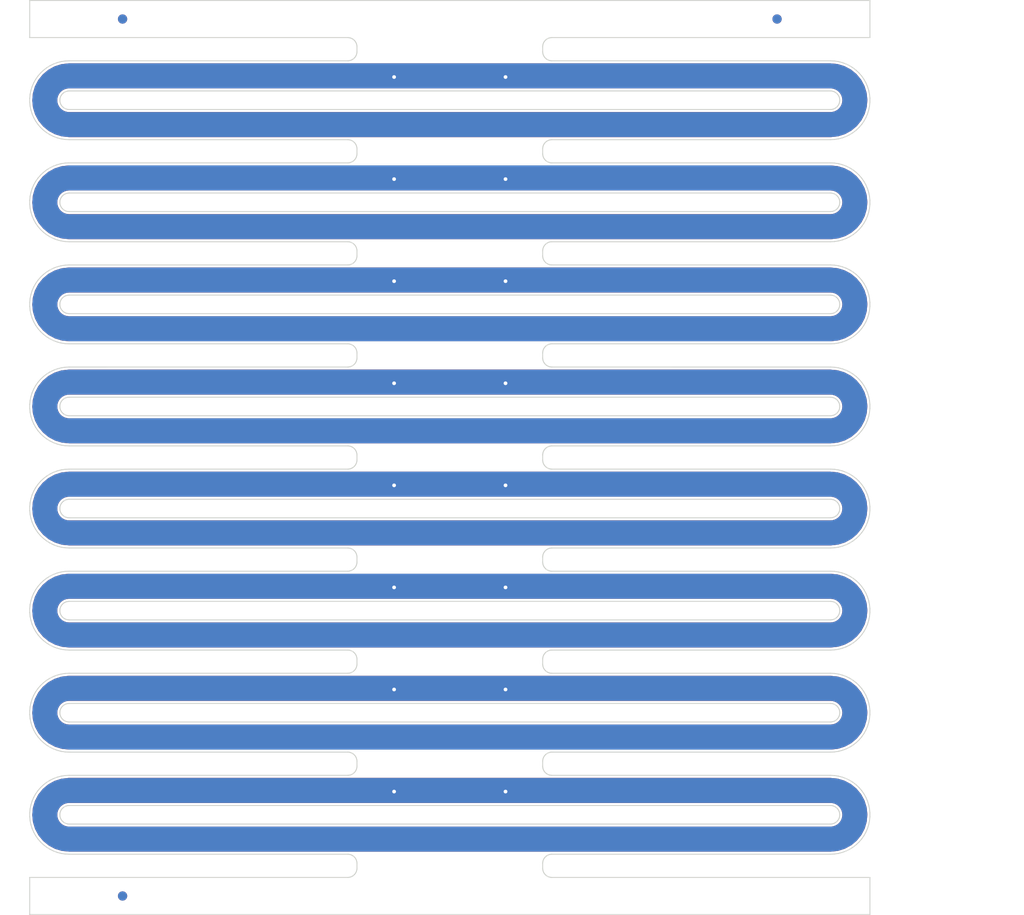
<source format=kicad_pcb>
(kicad_pcb (version 20171130) (host pcbnew 5.1.5+dfsg1-2build2)
  (layers (0 F.Cu signal) (31 B.Cu signal) (34 B.Paste user) (35 F.Paste user) (36 B.SilkS user) (37 F.SilkS user) (38 B.Mask user) (39 F.Mask user) (44 Edge.Cuts user))
  (net 0 "")
  (net 1 Board_1-GND)
  (net 2 Board_2-GND)
  (net 3 Board_3-GND)
  (net 4 Board_4-GND)
  (net 5 Board_5-GND)
  (net 6 Board_6-GND)
  (net 7 Board_7-GND)
  (net 8 Board_8-GND)
  (module NPTH (layer F.Cu) (at 54.004455 140.001064)
    (fp_text reference REF** hide)
    (fp_text value NPTH hide)
    (pad "" np_thru_hole circle (at 0 0) (size 1.5 1.5) (drill 1.5) (layers *.Cu))
  )
  (module NPTH (layer F.Cu) (at 136.495546 45.499)
    (fp_text reference REF** hide)
    (fp_text value NPTH hide)
    (pad "" np_thru_hole circle (at 0 0) (size 1.5 1.5) (drill 1.5) (layers *.Cu))
  )
  (module NPTH (layer F.Cu) (at 54.004455 45.499)
    (fp_text reference REF** hide)
    (fp_text value NPTH hide)
    (pad "" np_thru_hole circle (at 0 0) (size 1.5 1.5) (drill 1.5) (layers *.Cu))
  )
  (module Fiducial (layer B.Cu) (at 60.004455 140.001064)
    (fp_text reference REF** hide)
    (fp_text value Fiducial hide)
    (pad "" smd circle (at 0 0) (size 1 1) (layers B.Cu B.Mask) (clearance 0.5))
  )
  (module Fiducial (layer F.Cu) (at 60.004455 140.001064)
    (fp_text reference REF** hide)
    (fp_text value Fiducial hide)
    (pad "" smd circle (at 0 0) (size 1 1) (layers F.Cu F.Mask) (clearance 0.5))
  )
  (module Fiducial (layer B.Cu) (at 130.495546 45.499)
    (fp_text reference REF** hide)
    (fp_text value Fiducial hide)
    (pad "" smd circle (at 0 0) (size 1 1) (layers B.Cu B.Mask) (clearance 0.5))
  )
  (module Fiducial (layer F.Cu) (at 130.495546 45.499)
    (fp_text reference REF** hide)
    (fp_text value Fiducial hide)
    (pad "" smd circle (at 0 0) (size 1 1) (layers F.Cu F.Mask) (clearance 0.5))
  )
  (module Fiducial (layer B.Cu) (at 60.004455 45.499)
    (fp_text reference REF** hide)
    (fp_text value Fiducial hide)
    (pad "" smd circle (at 0 0) (size 1 1) (layers B.Cu B.Mask) (clearance 0.5))
  )
  (module Fiducial (layer F.Cu) (at 60.004455 45.499)
    (fp_text reference REF** hide)
    (fp_text value Fiducial hide)
    (pad "" smd circle (at 0 0) (size 1 1) (layers F.Cu F.Mask) (clearance 0.5))
  )
  (module cycfi_library:single-pad-10x2 (layer F.Cu) (at 95.250001 128.650057)
    (fp_text reference H3 hide)
    (fp_text value single_pad_smd)
    (pad 1 smd rect (at 0 0) (size 10 2) (layers F.Cu F.Paste F.Mask) (net 8 Board_8-GND))
  )
  (module cycfi_library:single-pad-10x2 (layer F.Cu) (at 95.250001 117.650049)
    (fp_text reference H3 hide)
    (fp_text value single_pad_smd)
    (pad 1 smd rect (at 0 0) (size 10 2) (layers F.Cu F.Paste F.Mask) (net 7 Board_7-GND))
  )
  (module cycfi_library:single-pad-10x2 (layer F.Cu) (at 95.250001 106.650041)
    (fp_text reference H3 hide)
    (fp_text value single_pad_smd)
    (pad 1 smd rect (at 0 0) (size 10 2) (layers F.Cu F.Paste F.Mask) (net 6 Board_6-GND))
  )
  (module cycfi_library:single-pad-10x2 (layer F.Cu) (at 95.250001 95.650033)
    (fp_text reference H3 hide)
    (fp_text value single_pad_smd)
    (pad 1 smd rect (at 0 0) (size 10 2) (layers F.Cu F.Paste F.Mask) (net 5 Board_5-GND))
  )
  (module cycfi_library:single-pad-10x2 (layer F.Cu) (at 95.250001 84.650025)
    (fp_text reference H3 hide)
    (fp_text value single_pad_smd)
    (pad 1 smd rect (at 0 0) (size 10 2) (layers F.Cu F.Paste F.Mask) (net 4 Board_4-GND))
  )
  (module cycfi_library:single-pad-10x2 (layer F.Cu) (at 95.250001 73.650017)
    (fp_text reference H3 hide)
    (fp_text value single_pad_smd)
    (pad 1 smd rect (at 0 0) (size 10 2) (layers F.Cu F.Paste F.Mask) (net 3 Board_3-GND))
  )
  (module cycfi_library:single-pad-10x2 (layer F.Cu) (at 95.250001 62.650009)
    (fp_text reference H3 hide)
    (fp_text value single_pad_smd)
    (pad 1 smd rect (at 0 0) (size 10 2) (layers F.Cu F.Paste F.Mask) (net 2 Board_2-GND))
  )
  (module cycfi_library:single-pad-10x2 (layer F.Cu) (at 95.250001 51.650001)
    (fp_text reference H3 hide)
    (fp_text value single_pad_smd)
    (pad 1 smd rect (at 0 0) (size 10 2) (layers F.Cu F.Paste F.Mask) (net 1 Board_1-GND))
  )
  (gr_line (start 136.4999 121.216) (end 136.4012 121.2362) (layer Edge.Cuts) (width 0.1))
  (gr_line (start 136.5964 121.1857) (end 136.4999 121.216) (layer Edge.Cuts) (width 0.1))
  (gr_line (start 136.6893 121.1459) (end 136.5964 121.1857) (layer Edge.Cuts) (width 0.1))
  (gr_line (start 136.7776 121.0968) (end 136.6893 121.1459) (layer Edge.Cuts) (width 0.1))
  (gr_line (start 136.8606 121.0391) (end 136.7776 121.0968) (layer Edge.Cuts) (width 0.1))
  (gr_line (start 136.9373 120.9733) (end 136.8606 121.0391) (layer Edge.Cuts) (width 0.1))
  (gr_line (start 137.0071 120.8998) (end 136.9373 120.9733) (layer Edge.Cuts) (width 0.1))
  (gr_line (start 137.069 120.8199) (end 137.0071 120.8998) (layer Edge.Cuts) (width 0.1))
  (gr_line (start 137.1224 120.7341) (end 137.069 120.8199) (layer Edge.Cuts) (width 0.1))
  (gr_line (start 137.1669 120.6434) (end 137.1224 120.7341) (layer Edge.Cuts) (width 0.1))
  (gr_line (start 137.202 120.5486) (end 137.1669 120.6434) (layer Edge.Cuts) (width 0.1))
  (gr_line (start 137.2273 120.4508) (end 137.202 120.5486) (layer Edge.Cuts) (width 0.1))
  (gr_line (start 137.2426 120.3508) (end 137.2273 120.4508) (layer Edge.Cuts) (width 0.1))
  (gr_line (start 137.2477 120.2499) (end 137.2426 120.3508) (layer Edge.Cuts) (width 0.1))
  (gr_line (start 137.2426 120.1492) (end 137.2477 120.2499) (layer Edge.Cuts) (width 0.1))
  (gr_line (start 137.2273 120.0493) (end 137.2426 120.1492) (layer Edge.Cuts) (width 0.1))
  (gr_line (start 137.202 119.9515) (end 137.2273 120.0493) (layer Edge.Cuts) (width 0.1))
  (gr_line (start 137.1669 119.8567) (end 137.202 119.9515) (layer Edge.Cuts) (width 0.1))
  (gr_line (start 137.1224 119.766) (end 137.1669 119.8567) (layer Edge.Cuts) (width 0.1))
  (gr_line (start 137.069 119.6802) (end 137.1224 119.766) (layer Edge.Cuts) (width 0.1))
  (gr_line (start 137.0071 119.6003) (end 137.069 119.6802) (layer Edge.Cuts) (width 0.1))
  (gr_line (start 136.9373 119.5268) (end 137.0071 119.6003) (layer Edge.Cuts) (width 0.1))
  (gr_line (start 136.8606 119.461) (end 136.9373 119.5268) (layer Edge.Cuts) (width 0.1))
  (gr_line (start 136.7776 119.4033) (end 136.8606 119.461) (layer Edge.Cuts) (width 0.1))
  (gr_line (start 136.6893 119.3542) (end 136.7776 119.4033) (layer Edge.Cuts) (width 0.1))
  (gr_line (start 136.5966 119.3145) (end 136.6893 119.3542) (layer Edge.Cuts) (width 0.1))
  (gr_line (start 136.5002 119.2842) (end 136.5966 119.3145) (layer Edge.Cuts) (width 0.1))
  (gr_line (start 136.4012 119.2639) (end 136.5002 119.2842) (layer Edge.Cuts) (width 0.1))
  (gr_line (start 136.3007 119.2536) (end 136.4012 119.2639) (layer Edge.Cuts) (width 0.1))
  (gr_line (start 136.2248 119.251) (end 136.3007 119.2536) (layer Edge.Cuts) (width 0.1))
  (gr_line (start 54.2755 119.251) (end 136.2248 119.251) (layer Edge.Cuts) (width 0.1))
  (gr_line (start 54.1991 119.2536) (end 54.2755 119.251) (layer Edge.Cuts) (width 0.1))
  (gr_line (start 54.0988 119.2639) (end 54.1991 119.2536) (layer Edge.Cuts) (width 0.1))
  (gr_line (start 53.9998 119.2842) (end 54.0988 119.2639) (layer Edge.Cuts) (width 0.1))
  (gr_line (start 53.9034 119.3145) (end 53.9998 119.2842) (layer Edge.Cuts) (width 0.1))
  (gr_line (start 53.8105 119.3544) (end 53.9034 119.3145) (layer Edge.Cuts) (width 0.1))
  (gr_line (start 53.7221 119.4034) (end 53.8105 119.3544) (layer Edge.Cuts) (width 0.1))
  (gr_line (start 53.6392 119.4612) (end 53.7221 119.4034) (layer Edge.Cuts) (width 0.1))
  (gr_line (start 53.5625 119.527) (end 53.6392 119.4612) (layer Edge.Cuts) (width 0.1))
  (gr_line (start 53.4929 119.6003) (end 53.5625 119.527) (layer Edge.Cuts) (width 0.1))
  (gr_line (start 53.431 119.6802) (end 53.4929 119.6003) (layer Edge.Cuts) (width 0.1))
  (gr_line (start 53.3776 119.766) (end 53.431 119.6802) (layer Edge.Cuts) (width 0.1))
  (gr_line (start 53.3331 119.8567) (end 53.3776 119.766) (layer Edge.Cuts) (width 0.1))
  (gr_line (start 53.2981 119.9512) (end 53.3331 119.8567) (layer Edge.Cuts) (width 0.1))
  (gr_line (start 53.2727 120.0491) (end 53.2981 119.9512) (layer Edge.Cuts) (width 0.1))
  (gr_line (start 53.2574 120.149) (end 53.2727 120.0491) (layer Edge.Cuts) (width 0.1))
  (gr_line (start 53.2523 120.2499) (end 53.2574 120.149) (layer Edge.Cuts) (width 0.1))
  (gr_line (start 53.2574 120.3508) (end 53.2523 120.2499) (layer Edge.Cuts) (width 0.1))
  (gr_line (start 53.2727 120.4508) (end 53.2574 120.3508) (layer Edge.Cuts) (width 0.1))
  (gr_line (start 53.298 120.5486) (end 53.2727 120.4508) (layer Edge.Cuts) (width 0.1))
  (gr_line (start 53.3331 120.6434) (end 53.298 120.5486) (layer Edge.Cuts) (width 0.1))
  (gr_line (start 53.3776 120.7341) (end 53.3331 120.6434) (layer Edge.Cuts) (width 0.1))
  (gr_line (start 53.431 120.8199) (end 53.3776 120.7341) (layer Edge.Cuts) (width 0.1))
  (gr_line (start 53.4929 120.8998) (end 53.431 120.8199) (layer Edge.Cuts) (width 0.1))
  (gr_line (start 53.5625 120.9731) (end 53.4929 120.8998) (layer Edge.Cuts) (width 0.1))
  (gr_line (start 53.6392 121.0389) (end 53.5625 120.9731) (layer Edge.Cuts) (width 0.1))
  (gr_line (start 53.7221 121.0967) (end 53.6392 121.0389) (layer Edge.Cuts) (width 0.1))
  (gr_line (start 53.8105 121.1457) (end 53.7221 121.0967) (layer Edge.Cuts) (width 0.1))
  (gr_line (start 53.9034 121.1856) (end 53.8105 121.1457) (layer Edge.Cuts) (width 0.1))
  (gr_line (start 53.9998 121.2159) (end 53.9034 121.1856) (layer Edge.Cuts) (width 0.1))
  (gr_line (start 54.0988 121.2362) (end 53.9998 121.2159) (layer Edge.Cuts) (width 0.1))
  (gr_line (start 54.1993 121.2465) (end 54.0988 121.2362) (layer Edge.Cuts) (width 0.1))
  (gr_line (start 54.2752 121.249) (end 54.1993 121.2465) (layer Edge.Cuts) (width 0.1))
  (gr_line (start 136.225 121.249) (end 54.2752 121.249) (layer Edge.Cuts) (width 0.1))
  (gr_line (start 136.3004 121.2465) (end 136.225 121.249) (layer Edge.Cuts) (width 0.1))
  (gr_line (start 136.4012 121.2362) (end 136.3004 121.2465) (layer Edge.Cuts) (width 0.1))
  (gr_line (start 136.4999 110.2159) (end 136.4011 110.2362) (layer Edge.Cuts) (width 0.1))
  (gr_line (start 136.5964 110.1857) (end 136.4999 110.2159) (layer Edge.Cuts) (width 0.1))
  (gr_line (start 136.6893 110.1459) (end 136.5964 110.1857) (layer Edge.Cuts) (width 0.1))
  (gr_line (start 136.7776 110.0968) (end 136.6893 110.1459) (layer Edge.Cuts) (width 0.1))
  (gr_line (start 136.8606 110.0391) (end 136.7776 110.0968) (layer Edge.Cuts) (width 0.1))
  (gr_line (start 136.9373 109.9733) (end 136.8606 110.0391) (layer Edge.Cuts) (width 0.1))
  (gr_line (start 137.0071 109.8998) (end 136.9373 109.9733) (layer Edge.Cuts) (width 0.1))
  (gr_line (start 137.069 109.8199) (end 137.0071 109.8998) (layer Edge.Cuts) (width 0.1))
  (gr_line (start 137.1224 109.7341) (end 137.069 109.8199) (layer Edge.Cuts) (width 0.1))
  (gr_line (start 137.1669 109.6434) (end 137.1224 109.7341) (layer Edge.Cuts) (width 0.1))
  (gr_line (start 137.202 109.5486) (end 137.1669 109.6434) (layer Edge.Cuts) (width 0.1))
  (gr_line (start 137.2273 109.4507) (end 137.202 109.5486) (layer Edge.Cuts) (width 0.1))
  (gr_line (start 137.2426 109.3508) (end 137.2273 109.4507) (layer Edge.Cuts) (width 0.1))
  (gr_line (start 137.2477 109.2499) (end 137.2426 109.3508) (layer Edge.Cuts) (width 0.1))
  (gr_line (start 137.2426 109.1492) (end 137.2477 109.2499) (layer Edge.Cuts) (width 0.1))
  (gr_line (start 137.2273 109.0493) (end 137.2426 109.1492) (layer Edge.Cuts) (width 0.1))
  (gr_line (start 137.202 108.9515) (end 137.2273 109.0493) (layer Edge.Cuts) (width 0.1))
  (gr_line (start 137.1669 108.8567) (end 137.202 108.9515) (layer Edge.Cuts) (width 0.1))
  (gr_line (start 137.1224 108.766) (end 137.1669 108.8567) (layer Edge.Cuts) (width 0.1))
  (gr_line (start 137.069 108.6802) (end 137.1224 108.766) (layer Edge.Cuts) (width 0.1))
  (gr_line (start 137.0071 108.6003) (end 137.069 108.6802) (layer Edge.Cuts) (width 0.1))
  (gr_line (start 136.9373 108.5268) (end 137.0071 108.6003) (layer Edge.Cuts) (width 0.1))
  (gr_line (start 136.8606 108.461) (end 136.9373 108.5268) (layer Edge.Cuts) (width 0.1))
  (gr_line (start 136.7776 108.4033) (end 136.8606 108.461) (layer Edge.Cuts) (width 0.1))
  (gr_line (start 136.6893 108.3542) (end 136.7776 108.4033) (layer Edge.Cuts) (width 0.1))
  (gr_line (start 136.5966 108.3145) (end 136.6893 108.3542) (layer Edge.Cuts) (width 0.1))
  (gr_line (start 136.5002 108.2842) (end 136.5966 108.3145) (layer Edge.Cuts) (width 0.1))
  (gr_line (start 136.4012 108.2639) (end 136.5002 108.2842) (layer Edge.Cuts) (width 0.1))
  (gr_line (start 136.3007 108.2536) (end 136.4012 108.2639) (layer Edge.Cuts) (width 0.1))
  (gr_line (start 136.2248 108.251) (end 136.3007 108.2536) (layer Edge.Cuts) (width 0.1))
  (gr_line (start 54.2754 108.251) (end 136.2248 108.251) (layer Edge.Cuts) (width 0.1))
  (gr_line (start 54.1991 108.2536) (end 54.2754 108.251) (layer Edge.Cuts) (width 0.1))
  (gr_line (start 54.0988 108.2639) (end 54.1991 108.2536) (layer Edge.Cuts) (width 0.1))
  (gr_line (start 53.9998 108.2842) (end 54.0988 108.2639) (layer Edge.Cuts) (width 0.1))
  (gr_line (start 53.9034 108.3145) (end 53.9998 108.2842) (layer Edge.Cuts) (width 0.1))
  (gr_line (start 53.8105 108.3543) (end 53.9034 108.3145) (layer Edge.Cuts) (width 0.1))
  (gr_line (start 53.7221 108.4034) (end 53.8105 108.3543) (layer Edge.Cuts) (width 0.1))
  (gr_line (start 53.6392 108.4612) (end 53.7221 108.4034) (layer Edge.Cuts) (width 0.1))
  (gr_line (start 53.5625 108.527) (end 53.6392 108.4612) (layer Edge.Cuts) (width 0.1))
  (gr_line (start 53.4929 108.6003) (end 53.5625 108.527) (layer Edge.Cuts) (width 0.1))
  (gr_line (start 53.431 108.6802) (end 53.4929 108.6003) (layer Edge.Cuts) (width 0.1))
  (gr_line (start 53.3776 108.766) (end 53.431 108.6802) (layer Edge.Cuts) (width 0.1))
  (gr_line (start 53.3331 108.8567) (end 53.3776 108.766) (layer Edge.Cuts) (width 0.1))
  (gr_line (start 53.2981 108.9512) (end 53.3331 108.8567) (layer Edge.Cuts) (width 0.1))
  (gr_line (start 53.2727 109.0491) (end 53.2981 108.9512) (layer Edge.Cuts) (width 0.1))
  (gr_line (start 53.2574 109.149) (end 53.2727 109.0491) (layer Edge.Cuts) (width 0.1))
  (gr_line (start 53.2523 109.2499) (end 53.2574 109.149) (layer Edge.Cuts) (width 0.1))
  (gr_line (start 53.2574 109.3508) (end 53.2523 109.2499) (layer Edge.Cuts) (width 0.1))
  (gr_line (start 53.2727 109.4507) (end 53.2574 109.3508) (layer Edge.Cuts) (width 0.1))
  (gr_line (start 53.298 109.5486) (end 53.2727 109.4507) (layer Edge.Cuts) (width 0.1))
  (gr_line (start 53.3331 109.6434) (end 53.298 109.5486) (layer Edge.Cuts) (width 0.1))
  (gr_line (start 53.3776 109.7341) (end 53.3331 109.6434) (layer Edge.Cuts) (width 0.1))
  (gr_line (start 53.431 109.8199) (end 53.3776 109.7341) (layer Edge.Cuts) (width 0.1))
  (gr_line (start 53.4929 109.8998) (end 53.431 109.8199) (layer Edge.Cuts) (width 0.1))
  (gr_line (start 53.5625 109.9731) (end 53.4929 109.8998) (layer Edge.Cuts) (width 0.1))
  (gr_line (start 53.6392 110.0389) (end 53.5625 109.9731) (layer Edge.Cuts) (width 0.1))
  (gr_line (start 53.7221 110.0967) (end 53.6392 110.0389) (layer Edge.Cuts) (width 0.1))
  (gr_line (start 53.8105 110.1457) (end 53.7221 110.0967) (layer Edge.Cuts) (width 0.1))
  (gr_line (start 53.9034 110.1856) (end 53.8105 110.1457) (layer Edge.Cuts) (width 0.1))
  (gr_line (start 53.9998 110.2159) (end 53.9034 110.1856) (layer Edge.Cuts) (width 0.1))
  (gr_line (start 54.0988 110.2362) (end 53.9998 110.2159) (layer Edge.Cuts) (width 0.1))
  (gr_line (start 54.1993 110.2465) (end 54.0988 110.2362) (layer Edge.Cuts) (width 0.1))
  (gr_line (start 54.2752 110.249) (end 54.1993 110.2465) (layer Edge.Cuts) (width 0.1))
  (gr_line (start 136.225 110.249) (end 54.2752 110.249) (layer Edge.Cuts) (width 0.1))
  (gr_line (start 136.3005 110.2465) (end 136.225 110.249) (layer Edge.Cuts) (width 0.1))
  (gr_line (start 136.4011 110.2362) (end 136.3005 110.2465) (layer Edge.Cuts) (width 0.1))
  (gr_line (start 136.4999 99.2159) (end 136.4011 99.2362) (layer Edge.Cuts) (width 0.1))
  (gr_line (start 136.5964 99.1857) (end 136.4999 99.2159) (layer Edge.Cuts) (width 0.1))
  (gr_line (start 136.6893 99.1458) (end 136.5964 99.1857) (layer Edge.Cuts) (width 0.1))
  (gr_line (start 136.7776 99.0968) (end 136.6893 99.1458) (layer Edge.Cuts) (width 0.1))
  (gr_line (start 136.8606 99.0391) (end 136.7776 99.0968) (layer Edge.Cuts) (width 0.1))
  (gr_line (start 136.9373 98.9733) (end 136.8606 99.0391) (layer Edge.Cuts) (width 0.1))
  (gr_line (start 137.0071 98.8998) (end 136.9373 98.9733) (layer Edge.Cuts) (width 0.1))
  (gr_line (start 137.069 98.8199) (end 137.0071 98.8998) (layer Edge.Cuts) (width 0.1))
  (gr_line (start 137.1224 98.7341) (end 137.069 98.8199) (layer Edge.Cuts) (width 0.1))
  (gr_line (start 137.1669 98.6434) (end 137.1224 98.7341) (layer Edge.Cuts) (width 0.1))
  (gr_line (start 137.202 98.5486) (end 137.1669 98.6434) (layer Edge.Cuts) (width 0.1))
  (gr_line (start 137.2273 98.4507) (end 137.202 98.5486) (layer Edge.Cuts) (width 0.1))
  (gr_line (start 137.2426 98.3508) (end 137.2273 98.4507) (layer Edge.Cuts) (width 0.1))
  (gr_line (start 137.2477 98.2499) (end 137.2426 98.3508) (layer Edge.Cuts) (width 0.1))
  (gr_line (start 137.2426 98.1492) (end 137.2477 98.2499) (layer Edge.Cuts) (width 0.1))
  (gr_line (start 137.2273 98.0493) (end 137.2426 98.1492) (layer Edge.Cuts) (width 0.1))
  (gr_line (start 137.202 97.9515) (end 137.2273 98.0493) (layer Edge.Cuts) (width 0.1))
  (gr_line (start 137.1669 97.8567) (end 137.202 97.9515) (layer Edge.Cuts) (width 0.1))
  (gr_line (start 137.1224 97.766) (end 137.1669 97.8567) (layer Edge.Cuts) (width 0.1))
  (gr_line (start 137.069 97.6802) (end 137.1224 97.766) (layer Edge.Cuts) (width 0.1))
  (gr_line (start 137.0071 97.6003) (end 137.069 97.6802) (layer Edge.Cuts) (width 0.1))
  (gr_line (start 136.9373 97.5268) (end 137.0071 97.6003) (layer Edge.Cuts) (width 0.1))
  (gr_line (start 136.8606 97.461) (end 136.9373 97.5268) (layer Edge.Cuts) (width 0.1))
  (gr_line (start 136.7776 97.4033) (end 136.8606 97.461) (layer Edge.Cuts) (width 0.1))
  (gr_line (start 136.6893 97.3542) (end 136.7776 97.4033) (layer Edge.Cuts) (width 0.1))
  (gr_line (start 136.5966 97.3145) (end 136.6893 97.3542) (layer Edge.Cuts) (width 0.1))
  (gr_line (start 136.5002 97.2842) (end 136.5966 97.3145) (layer Edge.Cuts) (width 0.1))
  (gr_line (start 136.4012 97.2638) (end 136.5002 97.2842) (layer Edge.Cuts) (width 0.1))
  (gr_line (start 136.3007 97.2536) (end 136.4012 97.2638) (layer Edge.Cuts) (width 0.1))
  (gr_line (start 136.2248 97.251) (end 136.3007 97.2536) (layer Edge.Cuts) (width 0.1))
  (gr_line (start 54.2754 97.251) (end 136.2248 97.251) (layer Edge.Cuts) (width 0.1))
  (gr_line (start 54.1992 97.2536) (end 54.2754 97.251) (layer Edge.Cuts) (width 0.1))
  (gr_line (start 54.0988 97.2638) (end 54.1992 97.2536) (layer Edge.Cuts) (width 0.1))
  (gr_line (start 53.9998 97.2842) (end 54.0988 97.2638) (layer Edge.Cuts) (width 0.1))
  (gr_line (start 53.9034 97.3145) (end 53.9998 97.2842) (layer Edge.Cuts) (width 0.1))
  (gr_line (start 53.8105 97.3543) (end 53.9034 97.3145) (layer Edge.Cuts) (width 0.1))
  (gr_line (start 53.7221 97.4034) (end 53.8105 97.3543) (layer Edge.Cuts) (width 0.1))
  (gr_line (start 53.6392 97.4611) (end 53.7221 97.4034) (layer Edge.Cuts) (width 0.1))
  (gr_line (start 53.5625 97.527) (end 53.6392 97.4611) (layer Edge.Cuts) (width 0.1))
  (gr_line (start 53.4929 97.6003) (end 53.5625 97.527) (layer Edge.Cuts) (width 0.1))
  (gr_line (start 53.431 97.6802) (end 53.4929 97.6003) (layer Edge.Cuts) (width 0.1))
  (gr_line (start 53.3776 97.766) (end 53.431 97.6802) (layer Edge.Cuts) (width 0.1))
  (gr_line (start 53.3331 97.8567) (end 53.3776 97.766) (layer Edge.Cuts) (width 0.1))
  (gr_line (start 53.2981 97.9512) (end 53.3331 97.8567) (layer Edge.Cuts) (width 0.1))
  (gr_line (start 53.2727 98.0491) (end 53.2981 97.9512) (layer Edge.Cuts) (width 0.1))
  (gr_line (start 53.2574 98.149) (end 53.2727 98.0491) (layer Edge.Cuts) (width 0.1))
  (gr_line (start 53.2523 98.2499) (end 53.2574 98.149) (layer Edge.Cuts) (width 0.1))
  (gr_line (start 53.2574 98.3508) (end 53.2523 98.2499) (layer Edge.Cuts) (width 0.1))
  (gr_line (start 53.2727 98.4507) (end 53.2574 98.3508) (layer Edge.Cuts) (width 0.1))
  (gr_line (start 53.298 98.5486) (end 53.2727 98.4507) (layer Edge.Cuts) (width 0.1))
  (gr_line (start 53.3331 98.6434) (end 53.298 98.5486) (layer Edge.Cuts) (width 0.1))
  (gr_line (start 53.3776 98.7341) (end 53.3331 98.6434) (layer Edge.Cuts) (width 0.1))
  (gr_line (start 53.431 98.8199) (end 53.3776 98.7341) (layer Edge.Cuts) (width 0.1))
  (gr_line (start 53.4929 98.8998) (end 53.431 98.8199) (layer Edge.Cuts) (width 0.1))
  (gr_line (start 53.5625 98.9731) (end 53.4929 98.8998) (layer Edge.Cuts) (width 0.1))
  (gr_line (start 53.6392 99.0389) (end 53.5625 98.9731) (layer Edge.Cuts) (width 0.1))
  (gr_line (start 53.7221 99.0967) (end 53.6392 99.0389) (layer Edge.Cuts) (width 0.1))
  (gr_line (start 53.8105 99.1457) (end 53.7221 99.0967) (layer Edge.Cuts) (width 0.1))
  (gr_line (start 53.9034 99.1856) (end 53.8105 99.1457) (layer Edge.Cuts) (width 0.1))
  (gr_line (start 53.9998 99.2159) (end 53.9034 99.1856) (layer Edge.Cuts) (width 0.1))
  (gr_line (start 54.0988 99.2362) (end 53.9998 99.2159) (layer Edge.Cuts) (width 0.1))
  (gr_line (start 54.1993 99.2465) (end 54.0988 99.2362) (layer Edge.Cuts) (width 0.1))
  (gr_line (start 54.2752 99.249) (end 54.1993 99.2465) (layer Edge.Cuts) (width 0.1))
  (gr_line (start 136.2249 99.249) (end 54.2752 99.249) (layer Edge.Cuts) (width 0.1))
  (gr_line (start 136.3005 99.2465) (end 136.2249 99.249) (layer Edge.Cuts) (width 0.1))
  (gr_line (start 136.4011 99.2362) (end 136.3005 99.2465) (layer Edge.Cuts) (width 0.1))
  (gr_line (start 136.4999 88.2159) (end 136.4011 88.2362) (layer Edge.Cuts) (width 0.1))
  (gr_line (start 136.5964 88.1857) (end 136.4999 88.2159) (layer Edge.Cuts) (width 0.1))
  (gr_line (start 136.6893 88.1458) (end 136.5964 88.1857) (layer Edge.Cuts) (width 0.1))
  (gr_line (start 136.7776 88.0968) (end 136.6893 88.1458) (layer Edge.Cuts) (width 0.1))
  (gr_line (start 136.8606 88.0391) (end 136.7776 88.0968) (layer Edge.Cuts) (width 0.1))
  (gr_line (start 136.9373 87.9733) (end 136.8606 88.0391) (layer Edge.Cuts) (width 0.1))
  (gr_line (start 137.0071 87.8998) (end 136.9373 87.9733) (layer Edge.Cuts) (width 0.1))
  (gr_line (start 137.069 87.8199) (end 137.0071 87.8998) (layer Edge.Cuts) (width 0.1))
  (gr_line (start 137.1224 87.7341) (end 137.069 87.8199) (layer Edge.Cuts) (width 0.1))
  (gr_line (start 137.1669 87.6434) (end 137.1224 87.7341) (layer Edge.Cuts) (width 0.1))
  (gr_line (start 137.202 87.5486) (end 137.1669 87.6434) (layer Edge.Cuts) (width 0.1))
  (gr_line (start 137.2273 87.4507) (end 137.202 87.5486) (layer Edge.Cuts) (width 0.1))
  (gr_line (start 137.2426 87.3508) (end 137.2273 87.4507) (layer Edge.Cuts) (width 0.1))
  (gr_line (start 137.2477 87.2499) (end 137.2426 87.3508) (layer Edge.Cuts) (width 0.1))
  (gr_line (start 137.2426 87.1492) (end 137.2477 87.2499) (layer Edge.Cuts) (width 0.1))
  (gr_line (start 137.2273 87.0493) (end 137.2426 87.1492) (layer Edge.Cuts) (width 0.1))
  (gr_line (start 137.202 86.9515) (end 137.2273 87.0493) (layer Edge.Cuts) (width 0.1))
  (gr_line (start 137.1669 86.8567) (end 137.202 86.9515) (layer Edge.Cuts) (width 0.1))
  (gr_line (start 137.1224 86.766) (end 137.1669 86.8567) (layer Edge.Cuts) (width 0.1))
  (gr_line (start 137.069 86.6802) (end 137.1224 86.766) (layer Edge.Cuts) (width 0.1))
  (gr_line (start 137.0071 86.6002) (end 137.069 86.6802) (layer Edge.Cuts) (width 0.1))
  (gr_line (start 136.9373 86.5268) (end 137.0071 86.6002) (layer Edge.Cuts) (width 0.1))
  (gr_line (start 136.8606 86.461) (end 136.9373 86.5268) (layer Edge.Cuts) (width 0.1))
  (gr_line (start 136.7776 86.4032) (end 136.8606 86.461) (layer Edge.Cuts) (width 0.1))
  (gr_line (start 136.6893 86.3542) (end 136.7776 86.4032) (layer Edge.Cuts) (width 0.1))
  (gr_line (start 136.5966 86.3145) (end 136.6893 86.3542) (layer Edge.Cuts) (width 0.1))
  (gr_line (start 136.5002 86.2842) (end 136.5966 86.3145) (layer Edge.Cuts) (width 0.1))
  (gr_line (start 136.4012 86.2638) (end 136.5002 86.2842) (layer Edge.Cuts) (width 0.1))
  (gr_line (start 136.3007 86.2536) (end 136.4012 86.2638) (layer Edge.Cuts) (width 0.1))
  (gr_line (start 136.2248 86.251) (end 136.3007 86.2536) (layer Edge.Cuts) (width 0.1))
  (gr_line (start 54.2754 86.251) (end 136.2248 86.251) (layer Edge.Cuts) (width 0.1))
  (gr_line (start 54.1992 86.2536) (end 54.2754 86.251) (layer Edge.Cuts) (width 0.1))
  (gr_line (start 54.0988 86.2638) (end 54.1992 86.2536) (layer Edge.Cuts) (width 0.1))
  (gr_line (start 53.9998 86.2842) (end 54.0988 86.2638) (layer Edge.Cuts) (width 0.1))
  (gr_line (start 53.9034 86.3145) (end 53.9998 86.2842) (layer Edge.Cuts) (width 0.1))
  (gr_line (start 53.8105 86.3543) (end 53.9034 86.3145) (layer Edge.Cuts) (width 0.1))
  (gr_line (start 53.7221 86.4034) (end 53.8105 86.3543) (layer Edge.Cuts) (width 0.1))
  (gr_line (start 53.6392 86.4611) (end 53.7221 86.4034) (layer Edge.Cuts) (width 0.1))
  (gr_line (start 53.5625 86.527) (end 53.6392 86.4611) (layer Edge.Cuts) (width 0.1))
  (gr_line (start 53.4929 86.6002) (end 53.5625 86.527) (layer Edge.Cuts) (width 0.1))
  (gr_line (start 53.431 86.6802) (end 53.4929 86.6002) (layer Edge.Cuts) (width 0.1))
  (gr_line (start 53.3776 86.766) (end 53.431 86.6802) (layer Edge.Cuts) (width 0.1))
  (gr_line (start 53.3331 86.8567) (end 53.3776 86.766) (layer Edge.Cuts) (width 0.1))
  (gr_line (start 53.2981 86.9512) (end 53.3331 86.8567) (layer Edge.Cuts) (width 0.1))
  (gr_line (start 53.2727 87.0491) (end 53.2981 86.9512) (layer Edge.Cuts) (width 0.1))
  (gr_line (start 53.2574 87.149) (end 53.2727 87.0491) (layer Edge.Cuts) (width 0.1))
  (gr_line (start 53.2523 87.2499) (end 53.2574 87.149) (layer Edge.Cuts) (width 0.1))
  (gr_line (start 53.2574 87.3508) (end 53.2523 87.2499) (layer Edge.Cuts) (width 0.1))
  (gr_line (start 53.2727 87.4507) (end 53.2574 87.3508) (layer Edge.Cuts) (width 0.1))
  (gr_line (start 53.298 87.5486) (end 53.2727 87.4507) (layer Edge.Cuts) (width 0.1))
  (gr_line (start 53.3331 87.6434) (end 53.298 87.5486) (layer Edge.Cuts) (width 0.1))
  (gr_line (start 53.3776 87.7341) (end 53.3331 87.6434) (layer Edge.Cuts) (width 0.1))
  (gr_line (start 53.431 87.8199) (end 53.3776 87.7341) (layer Edge.Cuts) (width 0.1))
  (gr_line (start 53.4929 87.8998) (end 53.431 87.8199) (layer Edge.Cuts) (width 0.1))
  (gr_line (start 53.5625 87.9731) (end 53.4929 87.8998) (layer Edge.Cuts) (width 0.1))
  (gr_line (start 53.6392 88.0389) (end 53.5625 87.9731) (layer Edge.Cuts) (width 0.1))
  (gr_line (start 53.7221 88.0967) (end 53.6392 88.0389) (layer Edge.Cuts) (width 0.1))
  (gr_line (start 53.8105 88.1457) (end 53.7221 88.0967) (layer Edge.Cuts) (width 0.1))
  (gr_line (start 53.9034 88.1856) (end 53.8105 88.1457) (layer Edge.Cuts) (width 0.1))
  (gr_line (start 53.9998 88.2159) (end 53.9034 88.1856) (layer Edge.Cuts) (width 0.1))
  (gr_line (start 54.0988 88.2362) (end 53.9998 88.2159) (layer Edge.Cuts) (width 0.1))
  (gr_line (start 54.1993 88.2465) (end 54.0988 88.2362) (layer Edge.Cuts) (width 0.1))
  (gr_line (start 54.2752 88.249) (end 54.1993 88.2465) (layer Edge.Cuts) (width 0.1))
  (gr_line (start 136.2249 88.249) (end 54.2752 88.249) (layer Edge.Cuts) (width 0.1))
  (gr_line (start 136.3005 88.2464) (end 136.2249 88.249) (layer Edge.Cuts) (width 0.1))
  (gr_line (start 136.4011 88.2362) (end 136.3005 88.2464) (layer Edge.Cuts) (width 0.1))
  (gr_line (start 136.4999 77.2159) (end 136.401 77.2362) (layer Edge.Cuts) (width 0.1))
  (gr_line (start 136.5964 77.1857) (end 136.4999 77.2159) (layer Edge.Cuts) (width 0.1))
  (gr_line (start 136.6893 77.1458) (end 136.5964 77.1857) (layer Edge.Cuts) (width 0.1))
  (gr_line (start 136.7776 77.0968) (end 136.6893 77.1458) (layer Edge.Cuts) (width 0.1))
  (gr_line (start 136.8606 77.0391) (end 136.7776 77.0968) (layer Edge.Cuts) (width 0.1))
  (gr_line (start 136.9373 76.9732) (end 136.8606 77.0391) (layer Edge.Cuts) (width 0.1))
  (gr_line (start 137.0071 76.8998) (end 136.9373 76.9732) (layer Edge.Cuts) (width 0.1))
  (gr_line (start 137.069 76.8199) (end 137.0071 76.8998) (layer Edge.Cuts) (width 0.1))
  (gr_line (start 137.1224 76.7341) (end 137.069 76.8199) (layer Edge.Cuts) (width 0.1))
  (gr_line (start 137.1669 76.6433) (end 137.1224 76.7341) (layer Edge.Cuts) (width 0.1))
  (gr_line (start 137.202 76.5486) (end 137.1669 76.6433) (layer Edge.Cuts) (width 0.1))
  (gr_line (start 137.2273 76.4507) (end 137.202 76.5486) (layer Edge.Cuts) (width 0.1))
  (gr_line (start 137.2426 76.3508) (end 137.2273 76.4507) (layer Edge.Cuts) (width 0.1))
  (gr_line (start 137.2477 76.2499) (end 137.2426 76.3508) (layer Edge.Cuts) (width 0.1))
  (gr_line (start 137.2426 76.1492) (end 137.2477 76.2499) (layer Edge.Cuts) (width 0.1))
  (gr_line (start 137.2273 76.0493) (end 137.2426 76.1492) (layer Edge.Cuts) (width 0.1))
  (gr_line (start 137.202 75.9515) (end 137.2273 76.0493) (layer Edge.Cuts) (width 0.1))
  (gr_line (start 137.1669 75.8567) (end 137.202 75.9515) (layer Edge.Cuts) (width 0.1))
  (gr_line (start 137.1224 75.7659) (end 137.1669 75.8567) (layer Edge.Cuts) (width 0.1))
  (gr_line (start 137.069 75.6802) (end 137.1224 75.7659) (layer Edge.Cuts) (width 0.1))
  (gr_line (start 137.0071 75.6002) (end 137.069 75.6802) (layer Edge.Cuts) (width 0.1))
  (gr_line (start 136.9373 75.5268) (end 137.0071 75.6002) (layer Edge.Cuts) (width 0.1))
  (gr_line (start 136.8606 75.461) (end 136.9373 75.5268) (layer Edge.Cuts) (width 0.1))
  (gr_line (start 136.7776 75.4032) (end 136.8606 75.461) (layer Edge.Cuts) (width 0.1))
  (gr_line (start 136.6893 75.3542) (end 136.7776 75.4032) (layer Edge.Cuts) (width 0.1))
  (gr_line (start 136.5966 75.3145) (end 136.6893 75.3542) (layer Edge.Cuts) (width 0.1))
  (gr_line (start 136.5002 75.2842) (end 136.5966 75.3145) (layer Edge.Cuts) (width 0.1))
  (gr_line (start 136.4012 75.2638) (end 136.5002 75.2842) (layer Edge.Cuts) (width 0.1))
  (gr_line (start 136.3007 75.2536) (end 136.4012 75.2638) (layer Edge.Cuts) (width 0.1))
  (gr_line (start 136.2248 75.251) (end 136.3007 75.2536) (layer Edge.Cuts) (width 0.1))
  (gr_line (start 54.2753 75.251) (end 136.2248 75.251) (layer Edge.Cuts) (width 0.1))
  (gr_line (start 54.1992 75.2536) (end 54.2753 75.251) (layer Edge.Cuts) (width 0.1))
  (gr_line (start 54.0988 75.2638) (end 54.1992 75.2536) (layer Edge.Cuts) (width 0.1))
  (gr_line (start 53.9998 75.2842) (end 54.0988 75.2638) (layer Edge.Cuts) (width 0.1))
  (gr_line (start 53.9034 75.3145) (end 53.9998 75.2842) (layer Edge.Cuts) (width 0.1))
  (gr_line (start 53.8105 75.3543) (end 53.9034 75.3145) (layer Edge.Cuts) (width 0.1))
  (gr_line (start 53.7221 75.4034) (end 53.8105 75.3543) (layer Edge.Cuts) (width 0.1))
  (gr_line (start 53.6392 75.4611) (end 53.7221 75.4034) (layer Edge.Cuts) (width 0.1))
  (gr_line (start 53.5625 75.527) (end 53.6392 75.4611) (layer Edge.Cuts) (width 0.1))
  (gr_line (start 53.4929 75.6002) (end 53.5625 75.527) (layer Edge.Cuts) (width 0.1))
  (gr_line (start 53.431 75.6802) (end 53.4929 75.6002) (layer Edge.Cuts) (width 0.1))
  (gr_line (start 53.3776 75.7659) (end 53.431 75.6802) (layer Edge.Cuts) (width 0.1))
  (gr_line (start 53.3331 75.8567) (end 53.3776 75.7659) (layer Edge.Cuts) (width 0.1))
  (gr_line (start 53.2981 75.9512) (end 53.3331 75.8567) (layer Edge.Cuts) (width 0.1))
  (gr_line (start 53.2727 76.049) (end 53.2981 75.9512) (layer Edge.Cuts) (width 0.1))
  (gr_line (start 53.2574 76.1489) (end 53.2727 76.049) (layer Edge.Cuts) (width 0.1))
  (gr_line (start 53.2523 76.2499) (end 53.2574 76.1489) (layer Edge.Cuts) (width 0.1))
  (gr_line (start 53.2574 76.3508) (end 53.2523 76.2499) (layer Edge.Cuts) (width 0.1))
  (gr_line (start 53.2727 76.4507) (end 53.2574 76.3508) (layer Edge.Cuts) (width 0.1))
  (gr_line (start 53.298 76.5486) (end 53.2727 76.4507) (layer Edge.Cuts) (width 0.1))
  (gr_line (start 53.3331 76.6433) (end 53.298 76.5486) (layer Edge.Cuts) (width 0.1))
  (gr_line (start 53.3776 76.7341) (end 53.3331 76.6433) (layer Edge.Cuts) (width 0.1))
  (gr_line (start 53.431 76.8199) (end 53.3776 76.7341) (layer Edge.Cuts) (width 0.1))
  (gr_line (start 53.4929 76.8998) (end 53.431 76.8199) (layer Edge.Cuts) (width 0.1))
  (gr_line (start 53.5625 76.9731) (end 53.4929 76.8998) (layer Edge.Cuts) (width 0.1))
  (gr_line (start 53.6392 77.0389) (end 53.5625 76.9731) (layer Edge.Cuts) (width 0.1))
  (gr_line (start 53.7221 77.0967) (end 53.6392 77.0389) (layer Edge.Cuts) (width 0.1))
  (gr_line (start 53.8105 77.1457) (end 53.7221 77.0967) (layer Edge.Cuts) (width 0.1))
  (gr_line (start 53.9034 77.1856) (end 53.8105 77.1457) (layer Edge.Cuts) (width 0.1))
  (gr_line (start 53.9998 77.2158) (end 53.9034 77.1856) (layer Edge.Cuts) (width 0.1))
  (gr_line (start 54.0988 77.2362) (end 53.9998 77.2158) (layer Edge.Cuts) (width 0.1))
  (gr_line (start 54.1993 77.2464) (end 54.0988 77.2362) (layer Edge.Cuts) (width 0.1))
  (gr_line (start 54.2752 77.249) (end 54.1993 77.2464) (layer Edge.Cuts) (width 0.1))
  (gr_line (start 136.2248 77.249) (end 54.2752 77.249) (layer Edge.Cuts) (width 0.1))
  (gr_line (start 136.3006 77.2464) (end 136.2248 77.249) (layer Edge.Cuts) (width 0.1))
  (gr_line (start 136.401 77.2362) (end 136.3006 77.2464) (layer Edge.Cuts) (width 0.1))
  (gr_line (start 136.4999 66.2159) (end 136.401 66.2362) (layer Edge.Cuts) (width 0.1))
  (gr_line (start 136.5964 66.1857) (end 136.4999 66.2159) (layer Edge.Cuts) (width 0.1))
  (gr_line (start 136.6893 66.1458) (end 136.5964 66.1857) (layer Edge.Cuts) (width 0.1))
  (gr_line (start 136.7776 66.0968) (end 136.6893 66.1458) (layer Edge.Cuts) (width 0.1))
  (gr_line (start 136.8606 66.0391) (end 136.7776 66.0968) (layer Edge.Cuts) (width 0.1))
  (gr_line (start 136.9373 65.9732) (end 136.8606 66.0391) (layer Edge.Cuts) (width 0.1))
  (gr_line (start 137.0071 65.8998) (end 136.9373 65.9732) (layer Edge.Cuts) (width 0.1))
  (gr_line (start 137.0688 65.8201) (end 137.0071 65.8998) (layer Edge.Cuts) (width 0.1))
  (gr_line (start 137.1223 65.7343) (end 137.0688 65.8201) (layer Edge.Cuts) (width 0.1))
  (gr_line (start 137.1668 65.6436) (end 137.1223 65.7343) (layer Edge.Cuts) (width 0.1))
  (gr_line (start 137.2019 65.5488) (end 137.1668 65.6436) (layer Edge.Cuts) (width 0.1))
  (gr_line (start 137.2273 65.451) (end 137.2019 65.5488) (layer Edge.Cuts) (width 0.1))
  (gr_line (start 137.2426 65.3511) (end 137.2273 65.451) (layer Edge.Cuts) (width 0.1))
  (gr_line (start 137.2477 65.2501) (end 137.2426 65.3511) (layer Edge.Cuts) (width 0.1))
  (gr_line (start 137.2426 65.1492) (end 137.2477 65.2501) (layer Edge.Cuts) (width 0.1))
  (gr_line (start 137.2273 65.0493) (end 137.2426 65.1492) (layer Edge.Cuts) (width 0.1))
  (gr_line (start 137.202 64.9515) (end 137.2273 65.0493) (layer Edge.Cuts) (width 0.1))
  (gr_line (start 137.1668 64.8564) (end 137.202 64.9515) (layer Edge.Cuts) (width 0.1))
  (gr_line (start 137.1223 64.7657) (end 137.1668 64.8564) (layer Edge.Cuts) (width 0.1))
  (gr_line (start 137.0688 64.6799) (end 137.1223 64.7657) (layer Edge.Cuts) (width 0.1))
  (gr_line (start 137.0069 64.6) (end 137.0688 64.6799) (layer Edge.Cuts) (width 0.1))
  (gr_line (start 136.9373 64.5268) (end 137.0069 64.6) (layer Edge.Cuts) (width 0.1))
  (gr_line (start 136.8606 64.461) (end 136.9373 64.5268) (layer Edge.Cuts) (width 0.1))
  (gr_line (start 136.7776 64.4032) (end 136.8606 64.461) (layer Edge.Cuts) (width 0.1))
  (gr_line (start 136.6895 64.3543) (end 136.7776 64.4032) (layer Edge.Cuts) (width 0.1))
  (gr_line (start 136.5966 64.3144) (end 136.6895 64.3543) (layer Edge.Cuts) (width 0.1))
  (gr_line (start 136.5002 64.2842) (end 136.5966 64.3144) (layer Edge.Cuts) (width 0.1))
  (gr_line (start 136.4012 64.2638) (end 136.5002 64.2842) (layer Edge.Cuts) (width 0.1))
  (gr_line (start 136.3007 64.2536) (end 136.4012 64.2638) (layer Edge.Cuts) (width 0.1))
  (gr_line (start 136.2248 64.251) (end 136.3007 64.2536) (layer Edge.Cuts) (width 0.1))
  (gr_line (start 54.2753 64.251) (end 136.2248 64.251) (layer Edge.Cuts) (width 0.1))
  (gr_line (start 54.1993 64.2536) (end 54.2753 64.251) (layer Edge.Cuts) (width 0.1))
  (gr_line (start 54.0988 64.2638) (end 54.1993 64.2536) (layer Edge.Cuts) (width 0.1))
  (gr_line (start 53.9998 64.2842) (end 54.0988 64.2638) (layer Edge.Cuts) (width 0.1))
  (gr_line (start 53.9034 64.3144) (end 53.9998 64.2842) (layer Edge.Cuts) (width 0.1))
  (gr_line (start 53.8105 64.3543) (end 53.9034 64.3144) (layer Edge.Cuts) (width 0.1))
  (gr_line (start 53.7221 64.4034) (end 53.8105 64.3543) (layer Edge.Cuts) (width 0.1))
  (gr_line (start 53.6392 64.4611) (end 53.7221 64.4034) (layer Edge.Cuts) (width 0.1))
  (gr_line (start 53.5625 64.527) (end 53.6392 64.4611) (layer Edge.Cuts) (width 0.1))
  (gr_line (start 53.4929 64.6002) (end 53.5625 64.527) (layer Edge.Cuts) (width 0.1))
  (gr_line (start 53.431 64.6802) (end 53.4929 64.6002) (layer Edge.Cuts) (width 0.1))
  (gr_line (start 53.3776 64.7659) (end 53.431 64.6802) (layer Edge.Cuts) (width 0.1))
  (gr_line (start 53.3331 64.8567) (end 53.3776 64.7659) (layer Edge.Cuts) (width 0.1))
  (gr_line (start 53.298 64.9515) (end 53.3331 64.8567) (layer Edge.Cuts) (width 0.1))
  (gr_line (start 53.2727 65.049) (end 53.298 64.9515) (layer Edge.Cuts) (width 0.1))
  (gr_line (start 53.2574 65.1489) (end 53.2727 65.049) (layer Edge.Cuts) (width 0.1))
  (gr_line (start 53.2523 65.2499) (end 53.2574 65.1489) (layer Edge.Cuts) (width 0.1))
  (gr_line (start 53.2574 65.3508) (end 53.2523 65.2499) (layer Edge.Cuts) (width 0.1))
  (gr_line (start 53.2727 65.4507) (end 53.2574 65.3508) (layer Edge.Cuts) (width 0.1))
  (gr_line (start 53.298 65.5486) (end 53.2727 65.4507) (layer Edge.Cuts) (width 0.1))
  (gr_line (start 53.3331 65.6433) (end 53.298 65.5486) (layer Edge.Cuts) (width 0.1))
  (gr_line (start 53.3776 65.7341) (end 53.3331 65.6433) (layer Edge.Cuts) (width 0.1))
  (gr_line (start 53.431 65.8199) (end 53.3776 65.7341) (layer Edge.Cuts) (width 0.1))
  (gr_line (start 53.4929 65.8998) (end 53.431 65.8199) (layer Edge.Cuts) (width 0.1))
  (gr_line (start 53.5625 65.9731) (end 53.4929 65.8998) (layer Edge.Cuts) (width 0.1))
  (gr_line (start 53.6392 66.0389) (end 53.5625 65.9731) (layer Edge.Cuts) (width 0.1))
  (gr_line (start 53.7221 66.0966) (end 53.6392 66.0389) (layer Edge.Cuts) (width 0.1))
  (gr_line (start 53.8105 66.1457) (end 53.7221 66.0966) (layer Edge.Cuts) (width 0.1))
  (gr_line (start 53.9034 66.1856) (end 53.8105 66.1457) (layer Edge.Cuts) (width 0.1))
  (gr_line (start 53.9998 66.2158) (end 53.9034 66.1856) (layer Edge.Cuts) (width 0.1))
  (gr_line (start 54.0988 66.2362) (end 53.9998 66.2158) (layer Edge.Cuts) (width 0.1))
  (gr_line (start 54.1993 66.2464) (end 54.0988 66.2362) (layer Edge.Cuts) (width 0.1))
  (gr_line (start 54.2752 66.249) (end 54.1993 66.2464) (layer Edge.Cuts) (width 0.1))
  (gr_line (start 136.2248 66.249) (end 54.2752 66.249) (layer Edge.Cuts) (width 0.1))
  (gr_line (start 136.3006 66.2464) (end 136.2248 66.249) (layer Edge.Cuts) (width 0.1))
  (gr_line (start 136.401 66.2362) (end 136.3006 66.2464) (layer Edge.Cuts) (width 0.1))
  (gr_line (start 136.4999 55.2159) (end 136.401 55.2362) (layer Edge.Cuts) (width 0.1))
  (gr_line (start 136.5964 55.1857) (end 136.4999 55.2159) (layer Edge.Cuts) (width 0.1))
  (gr_line (start 136.6893 55.1458) (end 136.5964 55.1857) (layer Edge.Cuts) (width 0.1))
  (gr_line (start 136.7776 55.0968) (end 136.6893 55.1458) (layer Edge.Cuts) (width 0.1))
  (gr_line (start 136.8606 55.0391) (end 136.7776 55.0968) (layer Edge.Cuts) (width 0.1))
  (gr_line (start 136.9373 54.9732) (end 136.8606 55.0391) (layer Edge.Cuts) (width 0.1))
  (gr_line (start 137.0071 54.8998) (end 136.9373 54.9732) (layer Edge.Cuts) (width 0.1))
  (gr_line (start 137.0688 54.8201) (end 137.0071 54.8998) (layer Edge.Cuts) (width 0.1))
  (gr_line (start 137.1223 54.7343) (end 137.0688 54.8201) (layer Edge.Cuts) (width 0.1))
  (gr_line (start 137.1668 54.6436) (end 137.1223 54.7343) (layer Edge.Cuts) (width 0.1))
  (gr_line (start 137.2019 54.5488) (end 137.1668 54.6436) (layer Edge.Cuts) (width 0.1))
  (gr_line (start 137.2273 54.451) (end 137.2019 54.5488) (layer Edge.Cuts) (width 0.1))
  (gr_line (start 137.2426 54.3511) (end 137.2273 54.451) (layer Edge.Cuts) (width 0.1))
  (gr_line (start 137.2477 54.2501) (end 137.2426 54.3511) (layer Edge.Cuts) (width 0.1))
  (gr_line (start 137.2426 54.1492) (end 137.2477 54.2501) (layer Edge.Cuts) (width 0.1))
  (gr_line (start 137.2273 54.0493) (end 137.2426 54.1492) (layer Edge.Cuts) (width 0.1))
  (gr_line (start 137.202 53.9515) (end 137.2273 54.0493) (layer Edge.Cuts) (width 0.1))
  (gr_line (start 137.1668 53.8564) (end 137.202 53.9515) (layer Edge.Cuts) (width 0.1))
  (gr_line (start 137.1223 53.7657) (end 137.1668 53.8564) (layer Edge.Cuts) (width 0.1))
  (gr_line (start 137.0688 53.6799) (end 137.1223 53.7657) (layer Edge.Cuts) (width 0.1))
  (gr_line (start 137.0069 53.6) (end 137.0688 53.6799) (layer Edge.Cuts) (width 0.1))
  (gr_line (start 136.9373 53.5268) (end 137.0069 53.6) (layer Edge.Cuts) (width 0.1))
  (gr_line (start 136.8606 53.4609) (end 136.9373 53.5268) (layer Edge.Cuts) (width 0.1))
  (gr_line (start 136.7776 53.4032) (end 136.8606 53.4609) (layer Edge.Cuts) (width 0.1))
  (gr_line (start 136.6895 53.3543) (end 136.7776 53.4032) (layer Edge.Cuts) (width 0.1))
  (gr_line (start 136.5966 53.3144) (end 136.6895 53.3543) (layer Edge.Cuts) (width 0.1))
  (gr_line (start 136.5002 53.2842) (end 136.5966 53.3144) (layer Edge.Cuts) (width 0.1))
  (gr_line (start 136.4012 53.2638) (end 136.5002 53.2842) (layer Edge.Cuts) (width 0.1))
  (gr_line (start 136.3007 53.2536) (end 136.4012 53.2638) (layer Edge.Cuts) (width 0.1))
  (gr_line (start 136.2248 53.251) (end 136.3007 53.2536) (layer Edge.Cuts) (width 0.1))
  (gr_line (start 54.2752 53.251) (end 136.2248 53.251) (layer Edge.Cuts) (width 0.1))
  (gr_line (start 54.1993 53.2536) (end 54.2752 53.251) (layer Edge.Cuts) (width 0.1))
  (gr_line (start 54.0988 53.2638) (end 54.1993 53.2536) (layer Edge.Cuts) (width 0.1))
  (gr_line (start 53.9998 53.2842) (end 54.0988 53.2638) (layer Edge.Cuts) (width 0.1))
  (gr_line (start 53.9034 53.3144) (end 53.9998 53.2842) (layer Edge.Cuts) (width 0.1))
  (gr_line (start 53.8105 53.3543) (end 53.9034 53.3144) (layer Edge.Cuts) (width 0.1))
  (gr_line (start 53.7221 53.4034) (end 53.8105 53.3543) (layer Edge.Cuts) (width 0.1))
  (gr_line (start 53.6392 53.4611) (end 53.7221 53.4034) (layer Edge.Cuts) (width 0.1))
  (gr_line (start 53.5625 53.527) (end 53.6392 53.4611) (layer Edge.Cuts) (width 0.1))
  (gr_line (start 53.4929 53.6002) (end 53.5625 53.527) (layer Edge.Cuts) (width 0.1))
  (gr_line (start 53.431 53.6802) (end 53.4929 53.6002) (layer Edge.Cuts) (width 0.1))
  (gr_line (start 53.3776 53.7659) (end 53.431 53.6802) (layer Edge.Cuts) (width 0.1))
  (gr_line (start 53.3331 53.8567) (end 53.3776 53.7659) (layer Edge.Cuts) (width 0.1))
  (gr_line (start 53.298 53.9515) (end 53.3331 53.8567) (layer Edge.Cuts) (width 0.1))
  (gr_line (start 53.2727 54.049) (end 53.298 53.9515) (layer Edge.Cuts) (width 0.1))
  (gr_line (start 53.2574 54.1489) (end 53.2727 54.049) (layer Edge.Cuts) (width 0.1))
  (gr_line (start 53.2523 54.2499) (end 53.2574 54.1489) (layer Edge.Cuts) (width 0.1))
  (gr_line (start 53.2574 54.3508) (end 53.2523 54.2499) (layer Edge.Cuts) (width 0.1))
  (gr_line (start 53.2727 54.4507) (end 53.2574 54.3508) (layer Edge.Cuts) (width 0.1))
  (gr_line (start 53.298 54.5485) (end 53.2727 54.4507) (layer Edge.Cuts) (width 0.1))
  (gr_line (start 53.3331 54.6433) (end 53.298 54.5485) (layer Edge.Cuts) (width 0.1))
  (gr_line (start 53.3776 54.7341) (end 53.3331 54.6433) (layer Edge.Cuts) (width 0.1))
  (gr_line (start 53.431 54.8199) (end 53.3776 54.7341) (layer Edge.Cuts) (width 0.1))
  (gr_line (start 53.4929 54.8998) (end 53.431 54.8199) (layer Edge.Cuts) (width 0.1))
  (gr_line (start 53.5625 54.973) (end 53.4929 54.8998) (layer Edge.Cuts) (width 0.1))
  (gr_line (start 53.6392 55.0389) (end 53.5625 54.973) (layer Edge.Cuts) (width 0.1))
  (gr_line (start 53.7221 55.0966) (end 53.6392 55.0389) (layer Edge.Cuts) (width 0.1))
  (gr_line (start 53.8105 55.1457) (end 53.7221 55.0966) (layer Edge.Cuts) (width 0.1))
  (gr_line (start 53.9034 55.1856) (end 53.8105 55.1457) (layer Edge.Cuts) (width 0.1))
  (gr_line (start 53.9998 55.2158) (end 53.9034 55.1856) (layer Edge.Cuts) (width 0.1))
  (gr_line (start 54.0988 55.2362) (end 53.9998 55.2158) (layer Edge.Cuts) (width 0.1))
  (gr_line (start 54.1993 55.2464) (end 54.0988 55.2362) (layer Edge.Cuts) (width 0.1))
  (gr_line (start 54.2752 55.249) (end 54.1993 55.2464) (layer Edge.Cuts) (width 0.1))
  (gr_line (start 136.2248 55.249) (end 54.2752 55.249) (layer Edge.Cuts) (width 0.1))
  (gr_line (start 136.3007 55.2464) (end 136.2248 55.249) (layer Edge.Cuts) (width 0.1))
  (gr_line (start 136.401 55.2362) (end 136.3007 55.2464) (layer Edge.Cuts) (width 0.1))
  (gr_line (start 136.5002 132.2159) (end 136.4007 132.2363) (layer Edge.Cuts) (width 0.1))
  (gr_line (start 136.5966 132.1856) (end 136.5002 132.2159) (layer Edge.Cuts) (width 0.1))
  (gr_line (start 136.6895 132.1458) (end 136.5966 132.1856) (layer Edge.Cuts) (width 0.1))
  (gr_line (start 136.7779 132.0967) (end 136.6895 132.1458) (layer Edge.Cuts) (width 0.1))
  (gr_line (start 136.8608 132.0389) (end 136.7779 132.0967) (layer Edge.Cuts) (width 0.1))
  (gr_line (start 136.9375 131.9731) (end 136.8608 132.0389) (layer Edge.Cuts) (width 0.1))
  (gr_line (start 137.0071 131.8998) (end 136.9375 131.9731) (layer Edge.Cuts) (width 0.1))
  (gr_line (start 137.069 131.8199) (end 137.0071 131.8998) (layer Edge.Cuts) (width 0.1))
  (gr_line (start 137.1224 131.7341) (end 137.069 131.8199) (layer Edge.Cuts) (width 0.1))
  (gr_line (start 137.1669 131.6434) (end 137.1224 131.7341) (layer Edge.Cuts) (width 0.1))
  (gr_line (start 137.202 131.5486) (end 137.1669 131.6434) (layer Edge.Cuts) (width 0.1))
  (gr_line (start 137.2273 131.4508) (end 137.202 131.5486) (layer Edge.Cuts) (width 0.1))
  (gr_line (start 137.2426 131.3509) (end 137.2273 131.4508) (layer Edge.Cuts) (width 0.1))
  (gr_line (start 137.2477 131.2499) (end 137.2426 131.3509) (layer Edge.Cuts) (width 0.1))
  (gr_line (start 137.2426 131.1493) (end 137.2477 131.2499) (layer Edge.Cuts) (width 0.1))
  (gr_line (start 137.2273 131.0494) (end 137.2426 131.1493) (layer Edge.Cuts) (width 0.1))
  (gr_line (start 137.202 130.9515) (end 137.2273 131.0494) (layer Edge.Cuts) (width 0.1))
  (gr_line (start 137.1669 130.8567) (end 137.202 130.9515) (layer Edge.Cuts) (width 0.1))
  (gr_line (start 137.1224 130.766) (end 137.1669 130.8567) (layer Edge.Cuts) (width 0.1))
  (gr_line (start 137.069 130.6802) (end 137.1224 130.766) (layer Edge.Cuts) (width 0.1))
  (gr_line (start 137.0071 130.6003) (end 137.069 130.6802) (layer Edge.Cuts) (width 0.1))
  (gr_line (start 136.9373 130.5268) (end 137.0071 130.6003) (layer Edge.Cuts) (width 0.1))
  (gr_line (start 136.8606 130.461) (end 136.9373 130.5268) (layer Edge.Cuts) (width 0.1))
  (gr_line (start 136.7776 130.4033) (end 136.8606 130.461) (layer Edge.Cuts) (width 0.1))
  (gr_line (start 136.6893 130.3542) (end 136.7776 130.4033) (layer Edge.Cuts) (width 0.1))
  (gr_line (start 136.5966 130.3145) (end 136.6893 130.3542) (layer Edge.Cuts) (width 0.1))
  (gr_line (start 136.5002 130.2842) (end 136.5966 130.3145) (layer Edge.Cuts) (width 0.1))
  (gr_line (start 136.4012 130.2639) (end 136.5002 130.2842) (layer Edge.Cuts) (width 0.1))
  (gr_line (start 136.3007 130.2536) (end 136.4012 130.2639) (layer Edge.Cuts) (width 0.1))
  (gr_line (start 136.2248 130.2511) (end 136.3007 130.2536) (layer Edge.Cuts) (width 0.1))
  (gr_line (start 54.275 130.2511) (end 136.2248 130.2511) (layer Edge.Cuts) (width 0.1))
  (gr_line (start 54.1995 130.2536) (end 54.275 130.2511) (layer Edge.Cuts) (width 0.1))
  (gr_line (start 54.0988 130.2639) (end 54.1995 130.2536) (layer Edge.Cuts) (width 0.1))
  (gr_line (start 53.9998 130.2842) (end 54.0988 130.2639) (layer Edge.Cuts) (width 0.1))
  (gr_line (start 53.9034 130.3145) (end 53.9998 130.2842) (layer Edge.Cuts) (width 0.1))
  (gr_line (start 53.8105 130.3544) (end 53.9034 130.3145) (layer Edge.Cuts) (width 0.1))
  (gr_line (start 53.7221 130.4034) (end 53.8105 130.3544) (layer Edge.Cuts) (width 0.1))
  (gr_line (start 53.6392 130.4612) (end 53.7221 130.4034) (layer Edge.Cuts) (width 0.1))
  (gr_line (start 53.5625 130.527) (end 53.6392 130.4612) (layer Edge.Cuts) (width 0.1))
  (gr_line (start 53.4929 130.6003) (end 53.5625 130.527) (layer Edge.Cuts) (width 0.1))
  (gr_line (start 53.431 130.6802) (end 53.4929 130.6003) (layer Edge.Cuts) (width 0.1))
  (gr_line (start 53.3776 130.766) (end 53.431 130.6802) (layer Edge.Cuts) (width 0.1))
  (gr_line (start 53.3331 130.8567) (end 53.3776 130.766) (layer Edge.Cuts) (width 0.1))
  (gr_line (start 53.2981 130.9512) (end 53.3331 130.8567) (layer Edge.Cuts) (width 0.1))
  (gr_line (start 53.2727 131.0491) (end 53.2981 130.9512) (layer Edge.Cuts) (width 0.1))
  (gr_line (start 53.2574 131.149) (end 53.2727 131.0491) (layer Edge.Cuts) (width 0.1))
  (gr_line (start 53.2523 131.2499) (end 53.2574 131.149) (layer Edge.Cuts) (width 0.1))
  (gr_line (start 53.2574 131.3509) (end 53.2523 131.2499) (layer Edge.Cuts) (width 0.1))
  (gr_line (start 53.2727 131.4508) (end 53.2574 131.3509) (layer Edge.Cuts) (width 0.1))
  (gr_line (start 53.298 131.5486) (end 53.2727 131.4508) (layer Edge.Cuts) (width 0.1))
  (gr_line (start 53.3331 131.6434) (end 53.298 131.5486) (layer Edge.Cuts) (width 0.1))
  (gr_line (start 53.3776 131.7341) (end 53.3331 131.6434) (layer Edge.Cuts) (width 0.1))
  (gr_line (start 53.431 131.8199) (end 53.3776 131.7341) (layer Edge.Cuts) (width 0.1))
  (gr_line (start 53.4929 131.8998) (end 53.431 131.8199) (layer Edge.Cuts) (width 0.1))
  (gr_line (start 53.5625 131.9731) (end 53.4929 131.8998) (layer Edge.Cuts) (width 0.1))
  (gr_line (start 53.6392 132.0389) (end 53.5625 131.9731) (layer Edge.Cuts) (width 0.1))
  (gr_line (start 53.7221 132.0967) (end 53.6392 132.0389) (layer Edge.Cuts) (width 0.1))
  (gr_line (start 53.8105 132.1458) (end 53.7221 132.0967) (layer Edge.Cuts) (width 0.1))
  (gr_line (start 53.9034 132.1856) (end 53.8105 132.1458) (layer Edge.Cuts) (width 0.1))
  (gr_line (start 53.9998 132.2159) (end 53.9034 132.1856) (layer Edge.Cuts) (width 0.1))
  (gr_line (start 54.0988 132.2362) (end 53.9998 132.2159) (layer Edge.Cuts) (width 0.1))
  (gr_line (start 54.1993 132.2465) (end 54.0988 132.2362) (layer Edge.Cuts) (width 0.1))
  (gr_line (start 54.2752 132.2491) (end 54.1993 132.2465) (layer Edge.Cuts) (width 0.1))
  (gr_line (start 136.2245 132.2491) (end 54.2752 132.2491) (layer Edge.Cuts) (width 0.1))
  (gr_line (start 136.3009 132.2465) (end 136.2245 132.2491) (layer Edge.Cuts) (width 0.1))
  (gr_line (start 136.4007 132.2363) (end 136.3009 132.2465) (layer Edge.Cuts) (width 0.1))
  (gr_line (start 140.471 43.499) (end 50.0146 43.4997) (layer Edge.Cuts) (width 0.1))
  (gr_line (start 140.4863 43.4998) (end 140.471 43.499) (layer Edge.Cuts) (width 0.1))
  (gr_line (start 140.4923 43.503) (end 140.4863 43.4998) (layer Edge.Cuts) (width 0.1))
  (gr_line (start 140.4948 43.5082) (end 140.4923 43.503) (layer Edge.Cuts) (width 0.1))
  (gr_line (start 140.4955 43.5235) (end 140.4948 43.5082) (layer Edge.Cuts) (width 0.1))
  (gr_line (start 140.4955 47.4755) (end 140.4955 43.5235) (layer Edge.Cuts) (width 0.1))
  (gr_line (start 140.4943 47.4927) (end 140.4955 47.4755) (layer Edge.Cuts) (width 0.1))
  (gr_line (start 140.4916 47.4967) (end 140.4943 47.4927) (layer Edge.Cuts) (width 0.1))
  (gr_line (start 140.4863 47.4992) (end 140.4916 47.4967) (layer Edge.Cuts) (width 0.1))
  (gr_line (start 106.2412 47.5) (end 140.4863 47.4992) (layer Edge.Cuts) (width 0.1))
  (gr_line (start 106.144 47.5048) (end 106.2412 47.5) (layer Edge.Cuts) (width 0.1))
  (gr_line (start 106.0479 47.519) (end 106.144 47.5048) (layer Edge.Cuts) (width 0.1))
  (gr_line (start 105.9536 47.5426) (end 106.0479 47.519) (layer Edge.Cuts) (width 0.1))
  (gr_line (start 105.8622 47.5754) (end 105.9536 47.5426) (layer Edge.Cuts) (width 0.1))
  (gr_line (start 105.7743 47.6169) (end 105.8622 47.5754) (layer Edge.Cuts) (width 0.1))
  (gr_line (start 105.691 47.6669) (end 105.7743 47.6169) (layer Edge.Cuts) (width 0.1))
  (gr_line (start 105.613 47.7247) (end 105.691 47.6669) (layer Edge.Cuts) (width 0.1))
  (gr_line (start 105.541 47.79) (end 105.613 47.7247) (layer Edge.Cuts) (width 0.1))
  (gr_line (start 105.4757 47.862) (end 105.541 47.79) (layer Edge.Cuts) (width 0.1))
  (gr_line (start 105.4179 47.94) (end 105.4757 47.862) (layer Edge.Cuts) (width 0.1))
  (gr_line (start 105.3679 48.0233) (end 105.4179 47.94) (layer Edge.Cuts) (width 0.1))
  (gr_line (start 105.3264 48.1111) (end 105.3679 48.0233) (layer Edge.Cuts) (width 0.1))
  (gr_line (start 105.2936 48.2026) (end 105.3264 48.1111) (layer Edge.Cuts) (width 0.1))
  (gr_line (start 105.27 48.2969) (end 105.2936 48.2026) (layer Edge.Cuts) (width 0.1))
  (gr_line (start 105.2558 48.393) (end 105.27 48.2969) (layer Edge.Cuts) (width 0.1))
  (gr_line (start 105.251 48.4902) (end 105.2558 48.393) (layer Edge.Cuts) (width 0.1))
  (gr_line (start 105.251 49.0088) (end 105.251 48.4902) (layer Edge.Cuts) (width 0.1))
  (gr_line (start 105.2558 49.106) (end 105.251 49.0088) (layer Edge.Cuts) (width 0.1))
  (gr_line (start 105.27 49.2021) (end 105.2558 49.106) (layer Edge.Cuts) (width 0.1))
  (gr_line (start 105.2936 49.2964) (end 105.27 49.2021) (layer Edge.Cuts) (width 0.1))
  (gr_line (start 105.3264 49.3879) (end 105.2936 49.2964) (layer Edge.Cuts) (width 0.1))
  (gr_line (start 105.3679 49.4757) (end 105.3264 49.3879) (layer Edge.Cuts) (width 0.1))
  (gr_line (start 105.4179 49.559) (end 105.3679 49.4757) (layer Edge.Cuts) (width 0.1))
  (gr_line (start 105.4757 49.637) (end 105.4179 49.559) (layer Edge.Cuts) (width 0.1))
  (gr_line (start 105.541 49.709) (end 105.4757 49.637) (layer Edge.Cuts) (width 0.1))
  (gr_line (start 105.613 49.7743) (end 105.541 49.709) (layer Edge.Cuts) (width 0.1))
  (gr_line (start 105.691 49.8321) (end 105.613 49.7743) (layer Edge.Cuts) (width 0.1))
  (gr_line (start 105.7743 49.8821) (end 105.691 49.8321) (layer Edge.Cuts) (width 0.1))
  (gr_line (start 105.8622 49.9236) (end 105.7743 49.8821) (layer Edge.Cuts) (width 0.1))
  (gr_line (start 105.9536 49.9564) (end 105.8622 49.9236) (layer Edge.Cuts) (width 0.1))
  (gr_line (start 106.0479 49.98) (end 105.9536 49.9564) (layer Edge.Cuts) (width 0.1))
  (gr_line (start 106.144 49.9942) (end 106.0479 49.98) (layer Edge.Cuts) (width 0.1))
  (gr_line (start 106.2412 49.999) (end 106.144 49.9942) (layer Edge.Cuts) (width 0.1))
  (gr_line (start 136.2437 49.999) (end 106.2412 49.999) (layer Edge.Cuts) (width 0.1))
  (gr_line (start 136.6798 50.0211) (end 136.2437 49.999) (layer Edge.Cuts) (width 0.1))
  (gr_line (start 137.0931 50.0841) (end 136.6798 50.0211) (layer Edge.Cuts) (width 0.1))
  (gr_line (start 137.118 50.0892) (end 137.0931 50.0841) (layer Edge.Cuts) (width 0.1))
  (gr_line (start 137.5103 50.1908) (end 137.118 50.0892) (layer Edge.Cuts) (width 0.1))
  (gr_line (start 137.5345 50.1984) (end 137.5103 50.1908) (layer Edge.Cuts) (width 0.1))
  (gr_line (start 137.9265 50.3439) (end 137.5345 50.1984) (layer Edge.Cuts) (width 0.1))
  (gr_line (start 138.3127 50.5333) (end 137.9265 50.3439) (layer Edge.Cuts) (width 0.1))
  (gr_line (start 138.6781 50.7611) (end 138.3127 50.5333) (layer Edge.Cuts) (width 0.1))
  (gr_line (start 139.0089 51.0167) (end 138.6781 50.7611) (layer Edge.Cuts) (width 0.1))
  (gr_line (start 139.0282 51.0333) (end 139.0089 51.0167) (layer Edge.Cuts) (width 0.1))
  (gr_line (start 139.3219 51.3124) (end 139.0282 51.0333) (layer Edge.Cuts) (width 0.1))
  (gr_line (start 139.3394 51.3309) (end 139.3219 51.3124) (layer Edge.Cuts) (width 0.1))
  (gr_line (start 139.6115 51.6484) (end 139.3394 51.3309) (layer Edge.Cuts) (width 0.1))
  (gr_line (start 139.8572 52.0014) (end 139.6115 51.6484) (layer Edge.Cuts) (width 0.1))
  (gr_line (start 140.0662 52.3778) (end 139.8572 52.0014) (layer Edge.Cuts) (width 0.1))
  (gr_line (start 140.2314 52.7619) (end 140.0662 52.3778) (layer Edge.Cuts) (width 0.1))
  (gr_line (start 140.2402 52.7857) (end 140.2314 52.7619) (layer Edge.Cuts) (width 0.1))
  (gr_line (start 140.3615 53.1723) (end 140.2402 52.7857) (layer Edge.Cuts) (width 0.1))
  (gr_line (start 140.3679 53.1969) (end 140.3615 53.1723) (layer Edge.Cuts) (width 0.1))
  (gr_line (start 140.4517 53.6066) (end 140.3679 53.1969) (layer Edge.Cuts) (width 0.1))
  (gr_line (start 140.4943 54.022) (end 140.4517 53.6066) (layer Edge.Cuts) (width 0.1))
  (gr_line (start 140.4955 54.0474) (end 140.4943 54.022) (layer Edge.Cuts) (width 0.1))
  (gr_line (start 140.4952 54.4656) (end 140.4955 54.0474) (layer Edge.Cuts) (width 0.1))
  (gr_line (start 140.4517 54.8934) (end 140.4952 54.4656) (layer Edge.Cuts) (width 0.1))
  (gr_line (start 140.365 55.3152) (end 140.4517 54.8934) (layer Edge.Cuts) (width 0.1))
  (gr_line (start 140.2402 55.7142) (end 140.365 55.3152) (layer Edge.Cuts) (width 0.1))
  (gr_line (start 140.2314 55.7381) (end 140.2402 55.7142) (layer Edge.Cuts) (width 0.1))
  (gr_line (start 140.0716 56.1104) (end 140.2314 55.7381) (layer Edge.Cuts) (width 0.1))
  (gr_line (start 140.0604 56.1332) (end 140.0716 56.1104) (layer Edge.Cuts) (width 0.1))
  (gr_line (start 139.8572 56.4987) (end 140.0604 56.1332) (layer Edge.Cuts) (width 0.1))
  (gr_line (start 139.6189 56.8416) (end 139.8572 56.4987) (layer Edge.Cuts) (width 0.1))
  (gr_line (start 139.6033 56.8617) (end 139.6189 56.8416) (layer Edge.Cuts) (width 0.1))
  (gr_line (start 139.3307 57.1788) (end 139.6033 56.8617) (layer Edge.Cuts) (width 0.1))
  (gr_line (start 139.0186 57.4754) (end 139.3307 57.1788) (layer Edge.Cuts) (width 0.1))
  (gr_line (start 138.6785 57.7387) (end 139.0186 57.4754) (layer Edge.Cuts) (width 0.1))
  (gr_line (start 138.3131 57.9665) (end 138.6785 57.7387) (layer Edge.Cuts) (width 0.1))
  (gr_line (start 137.9265 58.1561) (end 138.3131 57.9665) (layer Edge.Cuts) (width 0.1))
  (gr_line (start 137.5227 58.3057) (end 137.9265 58.1561) (layer Edge.Cuts) (width 0.1))
  (gr_line (start 137.1059 58.4136) (end 137.5227 58.3057) (layer Edge.Cuts) (width 0.1))
  (gr_line (start 136.6927 58.4773) (end 137.1059 58.4136) (layer Edge.Cuts) (width 0.1))
  (gr_line (start 136.6674 58.4798) (end 136.6927 58.4773) (layer Edge.Cuts) (width 0.1))
  (gr_line (start 136.2437 58.501) (end 136.6674 58.4798) (layer Edge.Cuts) (width 0.1))
  (gr_line (start 106.2412 58.501) (end 136.2437 58.501) (layer Edge.Cuts) (width 0.1))
  (gr_line (start 106.144 58.5058) (end 106.2412 58.501) (layer Edge.Cuts) (width 0.1))
  (gr_line (start 106.0479 58.52) (end 106.144 58.5058) (layer Edge.Cuts) (width 0.1))
  (gr_line (start 105.9536 58.5436) (end 106.0479 58.52) (layer Edge.Cuts) (width 0.1))
  (gr_line (start 105.8622 58.5764) (end 105.9536 58.5436) (layer Edge.Cuts) (width 0.1))
  (gr_line (start 105.7743 58.6179) (end 105.8622 58.5764) (layer Edge.Cuts) (width 0.1))
  (gr_line (start 105.691 58.6679) (end 105.7743 58.6179) (layer Edge.Cuts) (width 0.1))
  (gr_line (start 105.613 58.7257) (end 105.691 58.6679) (layer Edge.Cuts) (width 0.1))
  (gr_line (start 105.541 58.791) (end 105.613 58.7257) (layer Edge.Cuts) (width 0.1))
  (gr_line (start 105.4757 58.863) (end 105.541 58.791) (layer Edge.Cuts) (width 0.1))
  (gr_line (start 105.4179 58.941) (end 105.4757 58.863) (layer Edge.Cuts) (width 0.1))
  (gr_line (start 105.3679 59.0243) (end 105.4179 58.941) (layer Edge.Cuts) (width 0.1))
  (gr_line (start 105.3264 59.1121) (end 105.3679 59.0243) (layer Edge.Cuts) (width 0.1))
  (gr_line (start 105.2936 59.2036) (end 105.3264 59.1121) (layer Edge.Cuts) (width 0.1))
  (gr_line (start 105.27 59.2979) (end 105.2936 59.2036) (layer Edge.Cuts) (width 0.1))
  (gr_line (start 105.2558 59.394) (end 105.27 59.2979) (layer Edge.Cuts) (width 0.1))
  (gr_line (start 105.251 59.4912) (end 105.2558 59.394) (layer Edge.Cuts) (width 0.1))
  (gr_line (start 105.251 60.0088) (end 105.251 59.4912) (layer Edge.Cuts) (width 0.1))
  (gr_line (start 105.2558 60.106) (end 105.251 60.0088) (layer Edge.Cuts) (width 0.1))
  (gr_line (start 105.27 60.2021) (end 105.2558 60.106) (layer Edge.Cuts) (width 0.1))
  (gr_line (start 105.2936 60.2964) (end 105.27 60.2021) (layer Edge.Cuts) (width 0.1))
  (gr_line (start 105.3264 60.3879) (end 105.2936 60.2964) (layer Edge.Cuts) (width 0.1))
  (gr_line (start 105.3679 60.4757) (end 105.3264 60.3879) (layer Edge.Cuts) (width 0.1))
  (gr_line (start 105.4179 60.559) (end 105.3679 60.4757) (layer Edge.Cuts) (width 0.1))
  (gr_line (start 105.4757 60.637) (end 105.4179 60.559) (layer Edge.Cuts) (width 0.1))
  (gr_line (start 105.541 60.709) (end 105.4757 60.637) (layer Edge.Cuts) (width 0.1))
  (gr_line (start 105.613 60.7743) (end 105.541 60.709) (layer Edge.Cuts) (width 0.1))
  (gr_line (start 105.691 60.8322) (end 105.613 60.7743) (layer Edge.Cuts) (width 0.1))
  (gr_line (start 105.7743 60.8821) (end 105.691 60.8322) (layer Edge.Cuts) (width 0.1))
  (gr_line (start 105.8622 60.9236) (end 105.7743 60.8821) (layer Edge.Cuts) (width 0.1))
  (gr_line (start 105.9536 60.9564) (end 105.8622 60.9236) (layer Edge.Cuts) (width 0.1))
  (gr_line (start 106.0479 60.98) (end 105.9536 60.9564) (layer Edge.Cuts) (width 0.1))
  (gr_line (start 106.144 60.9942) (end 106.0479 60.98) (layer Edge.Cuts) (width 0.1))
  (gr_line (start 106.2412 60.999) (end 106.144 60.9942) (layer Edge.Cuts) (width 0.1))
  (gr_line (start 136.2437 60.999) (end 106.2412 60.999) (layer Edge.Cuts) (width 0.1))
  (gr_line (start 136.6798 61.0211) (end 136.2437 60.999) (layer Edge.Cuts) (width 0.1))
  (gr_line (start 137.0934 61.0841) (end 136.6798 61.0211) (layer Edge.Cuts) (width 0.1))
  (gr_line (start 137.118 61.0892) (end 137.0934 61.0841) (layer Edge.Cuts) (width 0.1))
  (gr_line (start 137.5223 61.1942) (end 137.118 61.0892) (layer Edge.Cuts) (width 0.1))
  (gr_line (start 137.9145 61.3391) (end 137.5223 61.1942) (layer Edge.Cuts) (width 0.1))
  (gr_line (start 137.9378 61.3491) (end 137.9145 61.3391) (layer Edge.Cuts) (width 0.1))
  (gr_line (start 138.3016 61.5275) (end 137.9378 61.3491) (layer Edge.Cuts) (width 0.1))
  (gr_line (start 138.3238 61.5399) (end 138.3016 61.5275) (layer Edge.Cuts) (width 0.1))
  (gr_line (start 138.6785 61.7614) (end 138.3238 61.5399) (layer Edge.Cuts) (width 0.1))
  (gr_line (start 139.0186 62.0246) (end 138.6785 61.7614) (layer Edge.Cuts) (width 0.1))
  (gr_line (start 139.3307 62.3213) (end 139.0186 62.0246) (layer Edge.Cuts) (width 0.1))
  (gr_line (start 139.6033 62.6383) (end 139.3307 62.3213) (layer Edge.Cuts) (width 0.1))
  (gr_line (start 139.6189 62.6584) (end 139.6033 62.6383) (layer Edge.Cuts) (width 0.1))
  (gr_line (start 139.8503 62.9909) (end 139.6189 62.6584) (layer Edge.Cuts) (width 0.1))
  (gr_line (start 139.8638 63.0125) (end 139.8503 62.9909) (layer Edge.Cuts) (width 0.1))
  (gr_line (start 140.0664 63.3783) (end 139.8638 63.0125) (layer Edge.Cuts) (width 0.1))
  (gr_line (start 140.236 63.7735) (end 140.0664 63.3783) (layer Edge.Cuts) (width 0.1))
  (gr_line (start 140.3649 64.1843) (end 140.236 63.7735) (layer Edge.Cuts) (width 0.1))
  (gr_line (start 140.4494 64.5938) (end 140.3649 64.1843) (layer Edge.Cuts) (width 0.1))
  (gr_line (start 140.4533 64.6189) (end 140.4494 64.5938) (layer Edge.Cuts) (width 0.1))
  (gr_line (start 140.4943 65.022) (end 140.4533 64.6189) (layer Edge.Cuts) (width 0.1))
  (gr_line (start 140.4955 65.0474) (end 140.4943 65.022) (layer Edge.Cuts) (width 0.1))
  (gr_line (start 140.4952 65.4656) (end 140.4955 65.0474) (layer Edge.Cuts) (width 0.1))
  (gr_line (start 140.4517 65.8935) (end 140.4952 65.4656) (layer Edge.Cuts) (width 0.1))
  (gr_line (start 140.365 66.3152) (end 140.4517 65.8935) (layer Edge.Cuts) (width 0.1))
  (gr_line (start 140.2402 66.7142) (end 140.365 66.3152) (layer Edge.Cuts) (width 0.1))
  (gr_line (start 140.2314 66.7381) (end 140.2402 66.7142) (layer Edge.Cuts) (width 0.1))
  (gr_line (start 140.0716 67.1104) (end 140.2314 66.7381) (layer Edge.Cuts) (width 0.1))
  (gr_line (start 140.0604 67.1332) (end 140.0716 67.1104) (layer Edge.Cuts) (width 0.1))
  (gr_line (start 139.8572 67.4987) (end 140.0604 67.1332) (layer Edge.Cuts) (width 0.1))
  (gr_line (start 139.6189 67.8416) (end 139.8572 67.4987) (layer Edge.Cuts) (width 0.1))
  (gr_line (start 139.6033 67.8617) (end 139.6189 67.8416) (layer Edge.Cuts) (width 0.1))
  (gr_line (start 139.3307 68.1788) (end 139.6033 67.8617) (layer Edge.Cuts) (width 0.1))
  (gr_line (start 139.0186 68.4754) (end 139.3307 68.1788) (layer Edge.Cuts) (width 0.1))
  (gr_line (start 138.6785 68.7387) (end 139.0186 68.4754) (layer Edge.Cuts) (width 0.1))
  (gr_line (start 138.3131 68.9665) (end 138.6785 68.7387) (layer Edge.Cuts) (width 0.1))
  (gr_line (start 137.9265 69.1561) (end 138.3131 68.9665) (layer Edge.Cuts) (width 0.1))
  (gr_line (start 137.5227 69.3057) (end 137.9265 69.1561) (layer Edge.Cuts) (width 0.1))
  (gr_line (start 137.1059 69.4136) (end 137.5227 69.3057) (layer Edge.Cuts) (width 0.1))
  (gr_line (start 136.6927 69.4773) (end 137.1059 69.4136) (layer Edge.Cuts) (width 0.1))
  (gr_line (start 136.6674 69.4798) (end 136.6927 69.4773) (layer Edge.Cuts) (width 0.1))
  (gr_line (start 136.2437 69.501) (end 136.6674 69.4798) (layer Edge.Cuts) (width 0.1))
  (gr_line (start 106.2412 69.501) (end 136.2437 69.501) (layer Edge.Cuts) (width 0.1))
  (gr_line (start 106.144 69.5058) (end 106.2412 69.501) (layer Edge.Cuts) (width 0.1))
  (gr_line (start 106.0479 69.52) (end 106.144 69.5058) (layer Edge.Cuts) (width 0.1))
  (gr_line (start 105.9536 69.5436) (end 106.0479 69.52) (layer Edge.Cuts) (width 0.1))
  (gr_line (start 105.8622 69.5764) (end 105.9536 69.5436) (layer Edge.Cuts) (width 0.1))
  (gr_line (start 105.7743 69.6179) (end 105.8622 69.5764) (layer Edge.Cuts) (width 0.1))
  (gr_line (start 105.691 69.6679) (end 105.7743 69.6179) (layer Edge.Cuts) (width 0.1))
  (gr_line (start 105.613 69.7257) (end 105.691 69.6679) (layer Edge.Cuts) (width 0.1))
  (gr_line (start 105.541 69.791) (end 105.613 69.7257) (layer Edge.Cuts) (width 0.1))
  (gr_line (start 105.4757 69.863) (end 105.541 69.791) (layer Edge.Cuts) (width 0.1))
  (gr_line (start 105.4179 69.941) (end 105.4757 69.863) (layer Edge.Cuts) (width 0.1))
  (gr_line (start 105.3679 70.0243) (end 105.4179 69.941) (layer Edge.Cuts) (width 0.1))
  (gr_line (start 105.3264 70.1122) (end 105.3679 70.0243) (layer Edge.Cuts) (width 0.1))
  (gr_line (start 105.2936 70.2036) (end 105.3264 70.1122) (layer Edge.Cuts) (width 0.1))
  (gr_line (start 105.27 70.2979) (end 105.2936 70.2036) (layer Edge.Cuts) (width 0.1))
  (gr_line (start 105.2558 70.394) (end 105.27 70.2979) (layer Edge.Cuts) (width 0.1))
  (gr_line (start 105.251 70.4912) (end 105.2558 70.394) (layer Edge.Cuts) (width 0.1))
  (gr_line (start 105.251 71.0088) (end 105.251 70.4912) (layer Edge.Cuts) (width 0.1))
  (gr_line (start 105.2558 71.106) (end 105.251 71.0088) (layer Edge.Cuts) (width 0.1))
  (gr_line (start 105.27 71.2021) (end 105.2558 71.106) (layer Edge.Cuts) (width 0.1))
  (gr_line (start 105.2936 71.2964) (end 105.27 71.2021) (layer Edge.Cuts) (width 0.1))
  (gr_line (start 105.3264 71.3879) (end 105.2936 71.2964) (layer Edge.Cuts) (width 0.1))
  (gr_line (start 105.3679 71.4757) (end 105.3264 71.3879) (layer Edge.Cuts) (width 0.1))
  (gr_line (start 105.4179 71.559) (end 105.3679 71.4757) (layer Edge.Cuts) (width 0.1))
  (gr_line (start 105.4757 71.6371) (end 105.4179 71.559) (layer Edge.Cuts) (width 0.1))
  (gr_line (start 105.541 71.709) (end 105.4757 71.6371) (layer Edge.Cuts) (width 0.1))
  (gr_line (start 105.613 71.7743) (end 105.541 71.709) (layer Edge.Cuts) (width 0.1))
  (gr_line (start 105.691 71.8322) (end 105.613 71.7743) (layer Edge.Cuts) (width 0.1))
  (gr_line (start 105.7743 71.8821) (end 105.691 71.8322) (layer Edge.Cuts) (width 0.1))
  (gr_line (start 105.8622 71.9236) (end 105.7743 71.8821) (layer Edge.Cuts) (width 0.1))
  (gr_line (start 105.9536 71.9564) (end 105.8622 71.9236) (layer Edge.Cuts) (width 0.1))
  (gr_line (start 106.0479 71.98) (end 105.9536 71.9564) (layer Edge.Cuts) (width 0.1))
  (gr_line (start 106.144 71.9942) (end 106.0479 71.98) (layer Edge.Cuts) (width 0.1))
  (gr_line (start 106.2412 71.999) (end 106.144 71.9942) (layer Edge.Cuts) (width 0.1))
  (gr_line (start 136.2437 71.999) (end 106.2412 71.999) (layer Edge.Cuts) (width 0.1))
  (gr_line (start 136.6798 72.0211) (end 136.2437 71.999) (layer Edge.Cuts) (width 0.1))
  (gr_line (start 137.0934 72.0841) (end 136.6798 72.0211) (layer Edge.Cuts) (width 0.1))
  (gr_line (start 137.118 72.0892) (end 137.0934 72.0841) (layer Edge.Cuts) (width 0.1))
  (gr_line (start 137.5223 72.1942) (end 137.118 72.0892) (layer Edge.Cuts) (width 0.1))
  (gr_line (start 137.9145 72.3391) (end 137.5223 72.1942) (layer Edge.Cuts) (width 0.1))
  (gr_line (start 137.9378 72.3491) (end 137.9145 72.3391) (layer Edge.Cuts) (width 0.1))
  (gr_line (start 138.3016 72.5276) (end 137.9378 72.3491) (layer Edge.Cuts) (width 0.1))
  (gr_line (start 138.3238 72.5399) (end 138.3016 72.5276) (layer Edge.Cuts) (width 0.1))
  (gr_line (start 138.6785 72.7614) (end 138.3238 72.5399) (layer Edge.Cuts) (width 0.1))
  (gr_line (start 139.0186 73.0246) (end 138.6785 72.7614) (layer Edge.Cuts) (width 0.1))
  (gr_line (start 139.3307 73.3213) (end 139.0186 73.0246) (layer Edge.Cuts) (width 0.1))
  (gr_line (start 139.6033 73.6383) (end 139.3307 73.3213) (layer Edge.Cuts) (width 0.1))
  (gr_line (start 139.6189 73.6584) (end 139.6033 73.6383) (layer Edge.Cuts) (width 0.1))
  (gr_line (start 139.8503 73.9909) (end 139.6189 73.6584) (layer Edge.Cuts) (width 0.1))
  (gr_line (start 139.8638 74.0125) (end 139.8503 73.9909) (layer Edge.Cuts) (width 0.1))
  (gr_line (start 140.0664 74.3783) (end 139.8638 74.0125) (layer Edge.Cuts) (width 0.1))
  (gr_line (start 140.236 74.7735) (end 140.0664 74.3783) (layer Edge.Cuts) (width 0.1))
  (gr_line (start 140.3649 75.1844) (end 140.236 74.7735) (layer Edge.Cuts) (width 0.1))
  (gr_line (start 140.4494 75.5938) (end 140.3649 75.1844) (layer Edge.Cuts) (width 0.1))
  (gr_line (start 140.4533 75.619) (end 140.4494 75.5938) (layer Edge.Cuts) (width 0.1))
  (gr_line (start 140.4943 76.022) (end 140.4533 75.619) (layer Edge.Cuts) (width 0.1))
  (gr_line (start 140.4955 76.0474) (end 140.4943 76.022) (layer Edge.Cuts) (width 0.1))
  (gr_line (start 140.4952 76.4656) (end 140.4955 76.0474) (layer Edge.Cuts) (width 0.1))
  (gr_line (start 140.4517 76.8935) (end 140.4952 76.4656) (layer Edge.Cuts) (width 0.1))
  (gr_line (start 140.365 77.3152) (end 140.4517 76.8935) (layer Edge.Cuts) (width 0.1))
  (gr_line (start 140.2402 77.7143) (end 140.365 77.3152) (layer Edge.Cuts) (width 0.1))
  (gr_line (start 140.2314 77.7381) (end 140.2402 77.7143) (layer Edge.Cuts) (width 0.1))
  (gr_line (start 140.0716 78.1104) (end 140.2314 77.7381) (layer Edge.Cuts) (width 0.1))
  (gr_line (start 140.0604 78.1333) (end 140.0716 78.1104) (layer Edge.Cuts) (width 0.1))
  (gr_line (start 139.8572 78.4987) (end 140.0604 78.1333) (layer Edge.Cuts) (width 0.1))
  (gr_line (start 139.6112 78.8521) (end 139.8572 78.4987) (layer Edge.Cuts) (width 0.1))
  (gr_line (start 139.331 79.1784) (end 139.6112 78.8521) (layer Edge.Cuts) (width 0.1))
  (gr_line (start 139.0189 79.4751) (end 139.331 79.1784) (layer Edge.Cuts) (width 0.1))
  (gr_line (start 138.6785 79.7387) (end 139.0189 79.4751) (layer Edge.Cuts) (width 0.1))
  (gr_line (start 138.3238 79.9601) (end 138.6785 79.7387) (layer Edge.Cuts) (width 0.1))
  (gr_line (start 138.3016 79.9725) (end 138.3238 79.9601) (layer Edge.Cuts) (width 0.1))
  (gr_line (start 137.9379 80.1509) (end 138.3016 79.9725) (layer Edge.Cuts) (width 0.1))
  (gr_line (start 137.9145 80.1609) (end 137.9379 80.1509) (layer Edge.Cuts) (width 0.1))
  (gr_line (start 137.5222 80.3058) (end 137.9145 80.1609) (layer Edge.Cuts) (width 0.1))
  (gr_line (start 137.1181 80.4108) (end 137.5222 80.3058) (layer Edge.Cuts) (width 0.1))
  (gr_line (start 137.0931 80.4159) (end 137.1181 80.4108) (layer Edge.Cuts) (width 0.1))
  (gr_line (start 136.6798 80.4789) (end 137.0931 80.4159) (layer Edge.Cuts) (width 0.1))
  (gr_line (start 136.2437 80.501) (end 136.6798 80.4789) (layer Edge.Cuts) (width 0.1))
  (gr_line (start 106.2412 80.501) (end 136.2437 80.501) (layer Edge.Cuts) (width 0.1))
  (gr_line (start 106.144 80.5058) (end 106.2412 80.501) (layer Edge.Cuts) (width 0.1))
  (gr_line (start 106.0479 80.52) (end 106.144 80.5058) (layer Edge.Cuts) (width 0.1))
  (gr_line (start 105.9536 80.5436) (end 106.0479 80.52) (layer Edge.Cuts) (width 0.1))
  (gr_line (start 105.8622 80.5764) (end 105.9536 80.5436) (layer Edge.Cuts) (width 0.1))
  (gr_line (start 105.7743 80.6179) (end 105.8622 80.5764) (layer Edge.Cuts) (width 0.1))
  (gr_line (start 105.691 80.6679) (end 105.7743 80.6179) (layer Edge.Cuts) (width 0.1))
  (gr_line (start 105.613 80.7257) (end 105.691 80.6679) (layer Edge.Cuts) (width 0.1))
  (gr_line (start 105.541 80.791) (end 105.613 80.7257) (layer Edge.Cuts) (width 0.1))
  (gr_line (start 105.4757 80.863) (end 105.541 80.791) (layer Edge.Cuts) (width 0.1))
  (gr_line (start 105.4179 80.941) (end 105.4757 80.863) (layer Edge.Cuts) (width 0.1))
  (gr_line (start 105.3679 81.0243) (end 105.4179 80.941) (layer Edge.Cuts) (width 0.1))
  (gr_line (start 105.3264 81.1122) (end 105.3679 81.0243) (layer Edge.Cuts) (width 0.1))
  (gr_line (start 105.2936 81.2036) (end 105.3264 81.1122) (layer Edge.Cuts) (width 0.1))
  (gr_line (start 105.27 81.2979) (end 105.2936 81.2036) (layer Edge.Cuts) (width 0.1))
  (gr_line (start 105.2558 81.394) (end 105.27 81.2979) (layer Edge.Cuts) (width 0.1))
  (gr_line (start 105.251 81.4913) (end 105.2558 81.394) (layer Edge.Cuts) (width 0.1))
  (gr_line (start 105.251 82.0088) (end 105.251 81.4913) (layer Edge.Cuts) (width 0.1))
  (gr_line (start 105.2558 82.1061) (end 105.251 82.0088) (layer Edge.Cuts) (width 0.1))
  (gr_line (start 105.27 82.2022) (end 105.2558 82.1061) (layer Edge.Cuts) (width 0.1))
  (gr_line (start 105.2936 82.2964) (end 105.27 82.2022) (layer Edge.Cuts) (width 0.1))
  (gr_line (start 105.3264 82.3879) (end 105.2936 82.2964) (layer Edge.Cuts) (width 0.1))
  (gr_line (start 105.3679 82.4757) (end 105.3264 82.3879) (layer Edge.Cuts) (width 0.1))
  (gr_line (start 105.4179 82.559) (end 105.3679 82.4757) (layer Edge.Cuts) (width 0.1))
  (gr_line (start 105.4757 82.6371) (end 105.4179 82.559) (layer Edge.Cuts) (width 0.1))
  (gr_line (start 105.541 82.709) (end 105.4757 82.6371) (layer Edge.Cuts) (width 0.1))
  (gr_line (start 105.613 82.7743) (end 105.541 82.709) (layer Edge.Cuts) (width 0.1))
  (gr_line (start 105.691 82.8322) (end 105.613 82.7743) (layer Edge.Cuts) (width 0.1))
  (gr_line (start 105.7743 82.8821) (end 105.691 82.8322) (layer Edge.Cuts) (width 0.1))
  (gr_line (start 105.8622 82.9236) (end 105.7743 82.8821) (layer Edge.Cuts) (width 0.1))
  (gr_line (start 105.9536 82.9564) (end 105.8622 82.9236) (layer Edge.Cuts) (width 0.1))
  (gr_line (start 106.0479 82.98) (end 105.9536 82.9564) (layer Edge.Cuts) (width 0.1))
  (gr_line (start 106.144 82.9942) (end 106.0479 82.98) (layer Edge.Cuts) (width 0.1))
  (gr_line (start 106.2412 82.999) (end 106.144 82.9942) (layer Edge.Cuts) (width 0.1))
  (gr_line (start 136.2564 82.9993) (end 106.2412 82.999) (layer Edge.Cuts) (width 0.1))
  (gr_line (start 136.6803 83.0212) (end 136.2564 82.9993) (layer Edge.Cuts) (width 0.1))
  (gr_line (start 137.1059 83.0864) (end 136.6803 83.0212) (layer Edge.Cuts) (width 0.1))
  (gr_line (start 137.5228 83.1944) (end 137.1059 83.0864) (layer Edge.Cuts) (width 0.1))
  (gr_line (start 137.9145 83.3391) (end 137.5228 83.1944) (layer Edge.Cuts) (width 0.1))
  (gr_line (start 137.9378 83.3491) (end 137.9145 83.3391) (layer Edge.Cuts) (width 0.1))
  (gr_line (start 138.3016 83.5276) (end 137.9378 83.3491) (layer Edge.Cuts) (width 0.1))
  (gr_line (start 138.3238 83.5399) (end 138.3016 83.5276) (layer Edge.Cuts) (width 0.1))
  (gr_line (start 138.6781 83.7611) (end 138.3238 83.5399) (layer Edge.Cuts) (width 0.1))
  (gr_line (start 139.0089 84.0167) (end 138.6781 83.7611) (layer Edge.Cuts) (width 0.1))
  (gr_line (start 139.0282 84.0333) (end 139.0089 84.0167) (layer Edge.Cuts) (width 0.1))
  (gr_line (start 139.3307 84.3213) (end 139.0282 84.0333) (layer Edge.Cuts) (width 0.1))
  (gr_line (start 139.6035 84.6385) (end 139.3307 84.3213) (layer Edge.Cuts) (width 0.1))
  (gr_line (start 139.6189 84.6584) (end 139.6035 84.6385) (layer Edge.Cuts) (width 0.1))
  (gr_line (start 139.8575 85.0018) (end 139.6189 84.6584) (layer Edge.Cuts) (width 0.1))
  (gr_line (start 140.0604 85.3668) (end 139.8575 85.0018) (layer Edge.Cuts) (width 0.1))
  (gr_line (start 140.0716 85.3896) (end 140.0604 85.3668) (layer Edge.Cuts) (width 0.1))
  (gr_line (start 140.236 85.7735) (end 140.0716 85.3896) (layer Edge.Cuts) (width 0.1))
  (gr_line (start 140.3615 86.1723) (end 140.236 85.7735) (layer Edge.Cuts) (width 0.1))
  (gr_line (start 140.3679 86.197) (end 140.3615 86.1723) (layer Edge.Cuts) (width 0.1))
  (gr_line (start 140.4516 86.6061) (end 140.3679 86.197) (layer Edge.Cuts) (width 0.1))
  (gr_line (start 140.4952 87.035) (end 140.4516 86.6061) (layer Edge.Cuts) (width 0.1))
  (gr_line (start 140.4955 87.4526) (end 140.4952 87.035) (layer Edge.Cuts) (width 0.1))
  (gr_line (start 140.4943 87.478) (end 140.4955 87.4526) (layer Edge.Cuts) (width 0.1))
  (gr_line (start 140.4517 87.8935) (end 140.4943 87.478) (layer Edge.Cuts) (width 0.1))
  (gr_line (start 140.3679 88.3031) (end 140.4517 87.8935) (layer Edge.Cuts) (width 0.1))
  (gr_line (start 140.3615 88.3277) (end 140.3679 88.3031) (layer Edge.Cuts) (width 0.1))
  (gr_line (start 140.2362 88.7261) (end 140.3615 88.3277) (layer Edge.Cuts) (width 0.1))
  (gr_line (start 140.0662 89.1222) (end 140.2362 88.7261) (layer Edge.Cuts) (width 0.1))
  (gr_line (start 139.8638 89.4875) (end 140.0662 89.1222) (layer Edge.Cuts) (width 0.1))
  (gr_line (start 139.8503 89.5091) (end 139.8638 89.4875) (layer Edge.Cuts) (width 0.1))
  (gr_line (start 139.6115 89.8517) (end 139.8503 89.5091) (layer Edge.Cuts) (width 0.1))
  (gr_line (start 139.3394 90.1692) (end 139.6115 89.8517) (layer Edge.Cuts) (width 0.1))
  (gr_line (start 139.3219 90.1876) (end 139.3394 90.1692) (layer Edge.Cuts) (width 0.1))
  (gr_line (start 139.0189 90.4751) (end 139.3219 90.1876) (layer Edge.Cuts) (width 0.1))
  (gr_line (start 138.678 90.739) (end 139.0189 90.4751) (layer Edge.Cuts) (width 0.1))
  (gr_line (start 138.3238 90.9601) (end 138.678 90.739) (layer Edge.Cuts) (width 0.1))
  (gr_line (start 138.3016 90.9725) (end 138.3238 90.9601) (layer Edge.Cuts) (width 0.1))
  (gr_line (start 137.9265 91.1561) (end 138.3016 90.9725) (layer Edge.Cuts) (width 0.1))
  (gr_line (start 137.5345 91.3016) (end 137.9265 91.1561) (layer Edge.Cuts) (width 0.1))
  (gr_line (start 137.5103 91.3093) (end 137.5345 91.3016) (layer Edge.Cuts) (width 0.1))
  (gr_line (start 137.1059 91.4136) (end 137.5103 91.3093) (layer Edge.Cuts) (width 0.1))
  (gr_line (start 136.6798 91.4789) (end 137.1059 91.4136) (layer Edge.Cuts) (width 0.1))
  (gr_line (start 136.2437 91.501) (end 136.6798 91.4789) (layer Edge.Cuts) (width 0.1))
  (gr_line (start 106.2412 91.501) (end 136.2437 91.501) (layer Edge.Cuts) (width 0.1))
  (gr_line (start 106.144 91.5058) (end 106.2412 91.501) (layer Edge.Cuts) (width 0.1))
  (gr_line (start 106.0479 91.52) (end 106.144 91.5058) (layer Edge.Cuts) (width 0.1))
  (gr_line (start 105.9536 91.5436) (end 106.0479 91.52) (layer Edge.Cuts) (width 0.1))
  (gr_line (start 105.8622 91.5764) (end 105.9536 91.5436) (layer Edge.Cuts) (width 0.1))
  (gr_line (start 105.7743 91.6179) (end 105.8622 91.5764) (layer Edge.Cuts) (width 0.1))
  (gr_line (start 105.691 91.6679) (end 105.7743 91.6179) (layer Edge.Cuts) (width 0.1))
  (gr_line (start 105.613 91.7257) (end 105.691 91.6679) (layer Edge.Cuts) (width 0.1))
  (gr_line (start 105.541 91.791) (end 105.613 91.7257) (layer Edge.Cuts) (width 0.1))
  (gr_line (start 105.4757 91.863) (end 105.541 91.791) (layer Edge.Cuts) (width 0.1))
  (gr_line (start 105.4179 91.941) (end 105.4757 91.863) (layer Edge.Cuts) (width 0.1))
  (gr_line (start 105.3679 92.0243) (end 105.4179 91.941) (layer Edge.Cuts) (width 0.1))
  (gr_line (start 105.3264 92.1122) (end 105.3679 92.0243) (layer Edge.Cuts) (width 0.1))
  (gr_line (start 105.2936 92.2036) (end 105.3264 92.1122) (layer Edge.Cuts) (width 0.1))
  (gr_line (start 105.27 92.2979) (end 105.2936 92.2036) (layer Edge.Cuts) (width 0.1))
  (gr_line (start 105.2558 92.394) (end 105.27 92.2979) (layer Edge.Cuts) (width 0.1))
  (gr_line (start 105.251 92.4913) (end 105.2558 92.394) (layer Edge.Cuts) (width 0.1))
  (gr_line (start 105.251 93.0088) (end 105.251 92.4913) (layer Edge.Cuts) (width 0.1))
  (gr_line (start 105.2558 93.1061) (end 105.251 93.0088) (layer Edge.Cuts) (width 0.1))
  (gr_line (start 105.27 93.2022) (end 105.2558 93.1061) (layer Edge.Cuts) (width 0.1))
  (gr_line (start 105.2936 93.2964) (end 105.27 93.2022) (layer Edge.Cuts) (width 0.1))
  (gr_line (start 105.3264 93.3879) (end 105.2936 93.2964) (layer Edge.Cuts) (width 0.1))
  (gr_line (start 105.3679 93.4757) (end 105.3264 93.3879) (layer Edge.Cuts) (width 0.1))
  (gr_line (start 105.4179 93.559) (end 105.3679 93.4757) (layer Edge.Cuts) (width 0.1))
  (gr_line (start 105.4757 93.6371) (end 105.4179 93.559) (layer Edge.Cuts) (width 0.1))
  (gr_line (start 105.541 93.709) (end 105.4757 93.6371) (layer Edge.Cuts) (width 0.1))
  (gr_line (start 105.613 93.7743) (end 105.541 93.709) (layer Edge.Cuts) (width 0.1))
  (gr_line (start 105.691 93.8322) (end 105.613 93.7743) (layer Edge.Cuts) (width 0.1))
  (gr_line (start 105.7743 93.8821) (end 105.691 93.8322) (layer Edge.Cuts) (width 0.1))
  (gr_line (start 105.8622 93.9237) (end 105.7743 93.8821) (layer Edge.Cuts) (width 0.1))
  (gr_line (start 105.9536 93.9564) (end 105.8622 93.9237) (layer Edge.Cuts) (width 0.1))
  (gr_line (start 106.0479 93.98) (end 105.9536 93.9564) (layer Edge.Cuts) (width 0.1))
  (gr_line (start 106.144 93.9942) (end 106.0479 93.98) (layer Edge.Cuts) (width 0.1))
  (gr_line (start 106.2412 93.999) (end 106.144 93.9942) (layer Edge.Cuts) (width 0.1))
  (gr_line (start 136.2499 93.9991) (end 106.2412 93.999) (layer Edge.Cuts) (width 0.1))
  (gr_line (start 136.6673 94.0202) (end 136.2499 93.9991) (layer Edge.Cuts) (width 0.1))
  (gr_line (start 136.6926 94.0228) (end 136.6673 94.0202) (layer Edge.Cuts) (width 0.1))
  (gr_line (start 137.1054 94.0863) (end 136.6926 94.0228) (layer Edge.Cuts) (width 0.1))
  (gr_line (start 137.5103 94.1908) (end 137.1054 94.0863) (layer Edge.Cuts) (width 0.1))
  (gr_line (start 137.5345 94.1984) (end 137.5103 94.1908) (layer Edge.Cuts) (width 0.1))
  (gr_line (start 137.9261 94.3438) (end 137.5345 94.1984) (layer Edge.Cuts) (width 0.1))
  (gr_line (start 138.3016 94.5276) (end 137.9261 94.3438) (layer Edge.Cuts) (width 0.1))
  (gr_line (start 138.3236 94.5398) (end 138.3016 94.5276) (layer Edge.Cuts) (width 0.1))
  (gr_line (start 138.6781 94.7611) (end 138.3236 94.5398) (layer Edge.Cuts) (width 0.1))
  (gr_line (start 139.0089 95.0168) (end 138.6781 94.7611) (layer Edge.Cuts) (width 0.1))
  (gr_line (start 139.0282 95.0333) (end 139.0089 95.0168) (layer Edge.Cuts) (width 0.1))
  (gr_line (start 139.3311 95.3217) (end 139.0282 95.0333) (layer Edge.Cuts) (width 0.1))
  (gr_line (start 139.6112 95.648) (end 139.3311 95.3217) (layer Edge.Cuts) (width 0.1))
  (gr_line (start 139.8503 95.9909) (end 139.6112 95.648) (layer Edge.Cuts) (width 0.1))
  (gr_line (start 139.8638 96.0125) (end 139.8503 95.9909) (layer Edge.Cuts) (width 0.1))
  (gr_line (start 140.0662 96.3779) (end 139.8638 96.0125) (layer Edge.Cuts) (width 0.1))
  (gr_line (start 140.2314 96.7619) (end 140.0662 96.3779) (layer Edge.Cuts) (width 0.1))
  (gr_line (start 140.2402 96.7858) (end 140.2314 96.7619) (layer Edge.Cuts) (width 0.1))
  (gr_line (start 140.3651 97.1849) (end 140.2402 96.7858) (layer Edge.Cuts) (width 0.1))
  (gr_line (start 140.4516 97.6061) (end 140.3651 97.1849) (layer Edge.Cuts) (width 0.1))
  (gr_line (start 140.4943 98.022) (end 140.4516 97.6061) (layer Edge.Cuts) (width 0.1))
  (gr_line (start 140.4955 98.0474) (end 140.4943 98.022) (layer Edge.Cuts) (width 0.1))
  (gr_line (start 140.4952 98.4651) (end 140.4955 98.0474) (layer Edge.Cuts) (width 0.1))
  (gr_line (start 140.4533 98.8811) (end 140.4952 98.4651) (layer Edge.Cuts) (width 0.1))
  (gr_line (start 140.4494 98.9062) (end 140.4533 98.8811) (layer Edge.Cuts) (width 0.1))
  (gr_line (start 140.365 99.3153) (end 140.4494 98.9062) (layer Edge.Cuts) (width 0.1))
  (gr_line (start 140.2402 99.7143) (end 140.365 99.3153) (layer Edge.Cuts) (width 0.1))
  (gr_line (start 140.2314 99.7381) (end 140.2402 99.7143) (layer Edge.Cuts) (width 0.1))
  (gr_line (start 140.0664 100.1218) (end 140.2314 99.7381) (layer Edge.Cuts) (width 0.1))
  (gr_line (start 139.8638 100.4875) (end 140.0664 100.1218) (layer Edge.Cuts) (width 0.1))
  (gr_line (start 139.8503 100.5091) (end 139.8638 100.4875) (layer Edge.Cuts) (width 0.1))
  (gr_line (start 139.6189 100.8416) (end 139.8503 100.5091) (layer Edge.Cuts) (width 0.1))
  (gr_line (start 139.6033 100.8617) (end 139.6189 100.8416) (layer Edge.Cuts) (width 0.1))
  (gr_line (start 139.331 101.1784) (end 139.6033 100.8617) (layer Edge.Cuts) (width 0.1))
  (gr_line (start 139.0282 101.4667) (end 139.331 101.1784) (layer Edge.Cuts) (width 0.1))
  (gr_line (start 139.0089 101.4833) (end 139.0282 101.4667) (layer Edge.Cuts) (width 0.1))
  (gr_line (start 138.678 101.739) (end 139.0089 101.4833) (layer Edge.Cuts) (width 0.1))
  (gr_line (start 138.3131 101.9665) (end 138.678 101.739) (layer Edge.Cuts) (width 0.1))
  (gr_line (start 137.9379 102.1509) (end 138.3131 101.9665) (layer Edge.Cuts) (width 0.1))
  (gr_line (start 137.9145 102.1609) (end 137.9379 102.1509) (layer Edge.Cuts) (width 0.1))
  (gr_line (start 137.5222 102.3059) (end 137.9145 102.1609) (layer Edge.Cuts) (width 0.1))
  (gr_line (start 137.1059 102.4137) (end 137.5222 102.3059) (layer Edge.Cuts) (width 0.1))
  (gr_line (start 136.6927 102.4773) (end 137.1059 102.4137) (layer Edge.Cuts) (width 0.1))
  (gr_line (start 136.6674 102.4799) (end 136.6927 102.4773) (layer Edge.Cuts) (width 0.1))
  (gr_line (start 136.2438 102.501) (end 136.6674 102.4799) (layer Edge.Cuts) (width 0.1))
  (gr_line (start 106.2412 102.501) (end 136.2438 102.501) (layer Edge.Cuts) (width 0.1))
  (gr_line (start 106.144 102.5058) (end 106.2412 102.501) (layer Edge.Cuts) (width 0.1))
  (gr_line (start 106.0479 102.52) (end 106.144 102.5058) (layer Edge.Cuts) (width 0.1))
  (gr_line (start 105.9536 102.5437) (end 106.0479 102.52) (layer Edge.Cuts) (width 0.1))
  (gr_line (start 105.8622 102.5764) (end 105.9536 102.5437) (layer Edge.Cuts) (width 0.1))
  (gr_line (start 105.7743 102.6179) (end 105.8622 102.5764) (layer Edge.Cuts) (width 0.1))
  (gr_line (start 105.691 102.6679) (end 105.7743 102.6179) (layer Edge.Cuts) (width 0.1))
  (gr_line (start 105.613 102.7257) (end 105.691 102.6679) (layer Edge.Cuts) (width 0.1))
  (gr_line (start 105.541 102.791) (end 105.613 102.7257) (layer Edge.Cuts) (width 0.1))
  (gr_line (start 105.4757 102.863) (end 105.541 102.791) (layer Edge.Cuts) (width 0.1))
  (gr_line (start 105.4179 102.941) (end 105.4757 102.863) (layer Edge.Cuts) (width 0.1))
  (gr_line (start 105.3679 103.0243) (end 105.4179 102.941) (layer Edge.Cuts) (width 0.1))
  (gr_line (start 105.3264 103.1122) (end 105.3679 103.0243) (layer Edge.Cuts) (width 0.1))
  (gr_line (start 105.2936 103.2036) (end 105.3264 103.1122) (layer Edge.Cuts) (width 0.1))
  (gr_line (start 105.27 103.2979) (end 105.2936 103.2036) (layer Edge.Cuts) (width 0.1))
  (gr_line (start 105.2558 103.394) (end 105.27 103.2979) (layer Edge.Cuts) (width 0.1))
  (gr_line (start 105.251 103.4913) (end 105.2558 103.394) (layer Edge.Cuts) (width 0.1))
  (gr_line (start 105.251 104.0088) (end 105.251 103.4913) (layer Edge.Cuts) (width 0.1))
  (gr_line (start 105.2558 104.1061) (end 105.251 104.0088) (layer Edge.Cuts) (width 0.1))
  (gr_line (start 105.27 104.2022) (end 105.2558 104.1061) (layer Edge.Cuts) (width 0.1))
  (gr_line (start 105.2936 104.2964) (end 105.27 104.2022) (layer Edge.Cuts) (width 0.1))
  (gr_line (start 105.3264 104.3879) (end 105.2936 104.2964) (layer Edge.Cuts) (width 0.1))
  (gr_line (start 105.3679 104.4757) (end 105.3264 104.3879) (layer Edge.Cuts) (width 0.1))
  (gr_line (start 105.4179 104.559) (end 105.3679 104.4757) (layer Edge.Cuts) (width 0.1))
  (gr_line (start 105.4757 104.6371) (end 105.4179 104.559) (layer Edge.Cuts) (width 0.1))
  (gr_line (start 105.541 104.7091) (end 105.4757 104.6371) (layer Edge.Cuts) (width 0.1))
  (gr_line (start 105.613 104.7743) (end 105.541 104.7091) (layer Edge.Cuts) (width 0.1))
  (gr_line (start 105.691 104.8322) (end 105.613 104.7743) (layer Edge.Cuts) (width 0.1))
  (gr_line (start 105.7743 104.8821) (end 105.691 104.8322) (layer Edge.Cuts) (width 0.1))
  (gr_line (start 105.8622 104.9237) (end 105.7743 104.8821) (layer Edge.Cuts) (width 0.1))
  (gr_line (start 105.9536 104.9564) (end 105.8622 104.9237) (layer Edge.Cuts) (width 0.1))
  (gr_line (start 106.0479 104.98) (end 105.9536 104.9564) (layer Edge.Cuts) (width 0.1))
  (gr_line (start 106.144 104.9942) (end 106.0479 104.98) (layer Edge.Cuts) (width 0.1))
  (gr_line (start 106.2412 104.999) (end 106.144 104.9942) (layer Edge.Cuts) (width 0.1))
  (gr_line (start 136.2437 104.999) (end 106.2412 104.999) (layer Edge.Cuts) (width 0.1))
  (gr_line (start 136.6803 105.0212) (end 136.2437 104.999) (layer Edge.Cuts) (width 0.1))
  (gr_line (start 137.0931 105.0841) (end 136.6803 105.0212) (layer Edge.Cuts) (width 0.1))
  (gr_line (start 137.118 105.0892) (end 137.0931 105.0841) (layer Edge.Cuts) (width 0.1))
  (gr_line (start 137.5223 105.1942) (end 137.118 105.0892) (layer Edge.Cuts) (width 0.1))
  (gr_line (start 137.9145 105.3391) (end 137.5223 105.1942) (layer Edge.Cuts) (width 0.1))
  (gr_line (start 137.9378 105.3492) (end 137.9145 105.3391) (layer Edge.Cuts) (width 0.1))
  (gr_line (start 138.3127 105.5334) (end 137.9378 105.3492) (layer Edge.Cuts) (width 0.1))
  (gr_line (start 138.6676 105.7542) (end 138.3127 105.5334) (layer Edge.Cuts) (width 0.1))
  (gr_line (start 138.6885 105.7688) (end 138.6676 105.7542) (layer Edge.Cuts) (width 0.1))
  (gr_line (start 139.0186 106.0247) (end 138.6885 105.7688) (layer Edge.Cuts) (width 0.1))
  (gr_line (start 139.3219 106.3125) (end 139.0186 106.0247) (layer Edge.Cuts) (width 0.1))
  (gr_line (start 139.3394 106.3309) (end 139.3219 106.3125) (layer Edge.Cuts) (width 0.1))
  (gr_line (start 139.6112 106.648) (end 139.3394 106.3309) (layer Edge.Cuts) (width 0.1))
  (gr_line (start 139.8503 106.991) (end 139.6112 106.648) (layer Edge.Cuts) (width 0.1))
  (gr_line (start 139.8638 107.0125) (end 139.8503 106.991) (layer Edge.Cuts) (width 0.1))
  (gr_line (start 140.0662 107.3779) (end 139.8638 107.0125) (layer Edge.Cuts) (width 0.1))
  (gr_line (start 140.2314 107.7619) (end 140.0662 107.3779) (layer Edge.Cuts) (width 0.1))
  (gr_line (start 140.2402 107.7858) (end 140.2314 107.7619) (layer Edge.Cuts) (width 0.1))
  (gr_line (start 140.3651 108.1849) (end 140.2402 107.7858) (layer Edge.Cuts) (width 0.1))
  (gr_line (start 140.4516 108.6061) (end 140.3651 108.1849) (layer Edge.Cuts) (width 0.1))
  (gr_line (start 140.4943 109.0221) (end 140.4516 108.6061) (layer Edge.Cuts) (width 0.1))
  (gr_line (start 140.4955 109.0475) (end 140.4943 109.0221) (layer Edge.Cuts) (width 0.1))
  (gr_line (start 140.4952 109.4651) (end 140.4955 109.0475) (layer Edge.Cuts) (width 0.1))
  (gr_line (start 140.4533 109.8811) (end 140.4952 109.4651) (layer Edge.Cuts) (width 0.1))
  (gr_line (start 140.4494 109.9062) (end 140.4533 109.8811) (layer Edge.Cuts) (width 0.1))
  (gr_line (start 140.365 110.3153) (end 140.4494 109.9062) (layer Edge.Cuts) (width 0.1))
  (gr_line (start 140.2402 110.7143) (end 140.365 110.3153) (layer Edge.Cuts) (width 0.1))
  (gr_line (start 140.2314 110.7381) (end 140.2402 110.7143) (layer Edge.Cuts) (width 0.1))
  (gr_line (start 140.0664 111.1218) (end 140.2314 110.7381) (layer Edge.Cuts) (width 0.1))
  (gr_line (start 139.8638 111.4875) (end 140.0664 111.1218) (layer Edge.Cuts) (width 0.1))
  (gr_line (start 139.8503 111.5091) (end 139.8638 111.4875) (layer Edge.Cuts) (width 0.1))
  (gr_line (start 139.6115 111.8517) (end 139.8503 111.5091) (layer Edge.Cuts) (width 0.1))
  (gr_line (start 139.3394 112.1692) (end 139.6115 111.8517) (layer Edge.Cuts) (width 0.1))
  (gr_line (start 139.3219 112.1876) (end 139.3394 112.1692) (layer Edge.Cuts) (width 0.1))
  (gr_line (start 139.0189 112.4751) (end 139.3219 112.1876) (layer Edge.Cuts) (width 0.1))
  (gr_line (start 138.6785 112.7387) (end 139.0189 112.4751) (layer Edge.Cuts) (width 0.1))
  (gr_line (start 138.3238 112.9601) (end 138.6785 112.7387) (layer Edge.Cuts) (width 0.1))
  (gr_line (start 138.3016 112.9725) (end 138.3238 112.9601) (layer Edge.Cuts) (width 0.1))
  (gr_line (start 137.9379 113.1509) (end 138.3016 112.9725) (layer Edge.Cuts) (width 0.1))
  (gr_line (start 137.9145 113.1609) (end 137.9379 113.1509) (layer Edge.Cuts) (width 0.1))
  (gr_line (start 137.5222 113.3059) (end 137.9145 113.1609) (layer Edge.Cuts) (width 0.1))
  (gr_line (start 137.1054 113.4138) (end 137.5222 113.3059) (layer Edge.Cuts) (width 0.1))
  (gr_line (start 136.6803 113.4789) (end 137.1054 113.4138) (layer Edge.Cuts) (width 0.1))
  (gr_line (start 136.2501 113.5009) (end 136.6803 113.4789) (layer Edge.Cuts) (width 0.1))
  (gr_line (start 106.2412 113.501) (end 136.2501 113.5009) (layer Edge.Cuts) (width 0.1))
  (gr_line (start 106.144 113.5058) (end 106.2412 113.501) (layer Edge.Cuts) (width 0.1))
  (gr_line (start 106.0479 113.52) (end 106.144 113.5058) (layer Edge.Cuts) (width 0.1))
  (gr_line (start 105.9536 113.5437) (end 106.0479 113.52) (layer Edge.Cuts) (width 0.1))
  (gr_line (start 105.8622 113.5764) (end 105.9536 113.5437) (layer Edge.Cuts) (width 0.1))
  (gr_line (start 105.7743 113.6179) (end 105.8622 113.5764) (layer Edge.Cuts) (width 0.1))
  (gr_line (start 105.691 113.6679) (end 105.7743 113.6179) (layer Edge.Cuts) (width 0.1))
  (gr_line (start 105.613 113.7257) (end 105.691 113.6679) (layer Edge.Cuts) (width 0.1))
  (gr_line (start 105.541 113.791) (end 105.613 113.7257) (layer Edge.Cuts) (width 0.1))
  (gr_line (start 105.4757 113.863) (end 105.541 113.791) (layer Edge.Cuts) (width 0.1))
  (gr_line (start 105.4179 113.941) (end 105.4757 113.863) (layer Edge.Cuts) (width 0.1))
  (gr_line (start 105.3679 114.0243) (end 105.4179 113.941) (layer Edge.Cuts) (width 0.1))
  (gr_line (start 105.3264 114.1122) (end 105.3679 114.0243) (layer Edge.Cuts) (width 0.1))
  (gr_line (start 105.2936 114.2036) (end 105.3264 114.1122) (layer Edge.Cuts) (width 0.1))
  (gr_line (start 105.27 114.2979) (end 105.2936 114.2036) (layer Edge.Cuts) (width 0.1))
  (gr_line (start 105.2558 114.394) (end 105.27 114.2979) (layer Edge.Cuts) (width 0.1))
  (gr_line (start 105.251 114.4913) (end 105.2558 114.394) (layer Edge.Cuts) (width 0.1))
  (gr_line (start 105.251 115.0088) (end 105.251 114.4913) (layer Edge.Cuts) (width 0.1))
  (gr_line (start 105.2558 115.1061) (end 105.251 115.0088) (layer Edge.Cuts) (width 0.1))
  (gr_line (start 105.27 115.2022) (end 105.2558 115.1061) (layer Edge.Cuts) (width 0.1))
  (gr_line (start 105.2936 115.2964) (end 105.27 115.2022) (layer Edge.Cuts) (width 0.1))
  (gr_line (start 105.3264 115.3879) (end 105.2936 115.2964) (layer Edge.Cuts) (width 0.1))
  (gr_line (start 105.3679 115.4757) (end 105.3264 115.3879) (layer Edge.Cuts) (width 0.1))
  (gr_line (start 105.4179 115.559) (end 105.3679 115.4757) (layer Edge.Cuts) (width 0.1))
  (gr_line (start 105.4757 115.6371) (end 105.4179 115.559) (layer Edge.Cuts) (width 0.1))
  (gr_line (start 105.541 115.7091) (end 105.4757 115.6371) (layer Edge.Cuts) (width 0.1))
  (gr_line (start 105.613 115.7743) (end 105.541 115.7091) (layer Edge.Cuts) (width 0.1))
  (gr_line (start 105.691 115.8322) (end 105.613 115.7743) (layer Edge.Cuts) (width 0.1))
  (gr_line (start 105.7743 115.8821) (end 105.691 115.8322) (layer Edge.Cuts) (width 0.1))
  (gr_line (start 105.8622 115.9237) (end 105.7743 115.8821) (layer Edge.Cuts) (width 0.1))
  (gr_line (start 105.9536 115.9564) (end 105.8622 115.9237) (layer Edge.Cuts) (width 0.1))
  (gr_line (start 106.0479 115.98) (end 105.9536 115.9564) (layer Edge.Cuts) (width 0.1))
  (gr_line (start 106.144 115.9943) (end 106.0479 115.98) (layer Edge.Cuts) (width 0.1))
  (gr_line (start 106.2412 115.999) (end 106.144 115.9943) (layer Edge.Cuts) (width 0.1))
  (gr_line (start 136.2437 115.999) (end 106.2412 115.999) (layer Edge.Cuts) (width 0.1))
  (gr_line (start 136.6798 116.0212) (end 136.2437 115.999) (layer Edge.Cuts) (width 0.1))
  (gr_line (start 137.1059 116.0864) (end 136.6798 116.0212) (layer Edge.Cuts) (width 0.1))
  (gr_line (start 137.5103 116.1908) (end 137.1059 116.0864) (layer Edge.Cuts) (width 0.1))
  (gr_line (start 137.5345 116.1984) (end 137.5103 116.1908) (layer Edge.Cuts) (width 0.1))
  (gr_line (start 137.9261 116.3438) (end 137.5345 116.1984) (layer Edge.Cuts) (width 0.1))
  (gr_line (start 138.3016 116.5276) (end 137.9261 116.3438) (layer Edge.Cuts) (width 0.1))
  (gr_line (start 138.3238 116.5399) (end 138.3016 116.5276) (layer Edge.Cuts) (width 0.1))
  (gr_line (start 138.6781 116.7611) (end 138.3238 116.5399) (layer Edge.Cuts) (width 0.1))
  (gr_line (start 139.0186 117.0247) (end 138.6781 116.7611) (layer Edge.Cuts) (width 0.1))
  (gr_line (start 139.3311 117.3217) (end 139.0186 117.0247) (layer Edge.Cuts) (width 0.1))
  (gr_line (start 139.6033 117.6383) (end 139.3311 117.3217) (layer Edge.Cuts) (width 0.1))
  (gr_line (start 139.6189 117.6584) (end 139.6033 117.6383) (layer Edge.Cuts) (width 0.1))
  (gr_line (start 139.8572 118.0014) (end 139.6189 117.6584) (layer Edge.Cuts) (width 0.1))
  (gr_line (start 140.0604 118.3668) (end 139.8572 118.0014) (layer Edge.Cuts) (width 0.1))
  (gr_line (start 140.0716 118.3896) (end 140.0604 118.3668) (layer Edge.Cuts) (width 0.1))
  (gr_line (start 140.236 118.7736) (end 140.0716 118.3896) (layer Edge.Cuts) (width 0.1))
  (gr_line (start 140.3651 119.1849) (end 140.236 118.7736) (layer Edge.Cuts) (width 0.1))
  (gr_line (start 140.4494 119.5938) (end 140.3651 119.1849) (layer Edge.Cuts) (width 0.1))
  (gr_line (start 140.4533 119.619) (end 140.4494 119.5938) (layer Edge.Cuts) (width 0.1))
  (gr_line (start 140.4952 120.0345) (end 140.4533 119.619) (layer Edge.Cuts) (width 0.1))
  (gr_line (start 140.4955 120.4526) (end 140.4952 120.0345) (layer Edge.Cuts) (width 0.1))
  (gr_line (start 140.4943 120.478) (end 140.4955 120.4526) (layer Edge.Cuts) (width 0.1))
  (gr_line (start 140.4517 120.8935) (end 140.4943 120.478) (layer Edge.Cuts) (width 0.1))
  (gr_line (start 140.3649 121.3158) (end 140.4517 120.8935) (layer Edge.Cuts) (width 0.1))
  (gr_line (start 140.2402 121.7143) (end 140.3649 121.3158) (layer Edge.Cuts) (width 0.1))
  (gr_line (start 140.2314 121.7381) (end 140.2402 121.7143) (layer Edge.Cuts) (width 0.1))
  (gr_line (start 140.0716 122.1105) (end 140.2314 121.7381) (layer Edge.Cuts) (width 0.1))
  (gr_line (start 140.0604 122.1333) (end 140.0716 122.1105) (layer Edge.Cuts) (width 0.1))
  (gr_line (start 139.8574 122.4983) (end 140.0604 122.1333) (layer Edge.Cuts) (width 0.1))
  (gr_line (start 139.6189 122.8417) (end 139.8574 122.4983) (layer Edge.Cuts) (width 0.1))
  (gr_line (start 139.6033 122.8618) (end 139.6189 122.8417) (layer Edge.Cuts) (width 0.1))
  (gr_line (start 139.331 123.1785) (end 139.6033 122.8618) (layer Edge.Cuts) (width 0.1))
  (gr_line (start 139.0189 123.4751) (end 139.331 123.1785) (layer Edge.Cuts) (width 0.1))
  (gr_line (start 138.678 123.739) (end 139.0189 123.4751) (layer Edge.Cuts) (width 0.1))
  (gr_line (start 138.3238 123.9602) (end 138.678 123.739) (layer Edge.Cuts) (width 0.1))
  (gr_line (start 138.3016 123.9725) (end 138.3238 123.9602) (layer Edge.Cuts) (width 0.1))
  (gr_line (start 137.9379 124.1509) (end 138.3016 123.9725) (layer Edge.Cuts) (width 0.1))
  (gr_line (start 137.9145 124.161) (end 137.9379 124.1509) (layer Edge.Cuts) (width 0.1))
  (gr_line (start 137.5227 124.3057) (end 137.9145 124.161) (layer Edge.Cuts) (width 0.1))
  (gr_line (start 137.1181 124.4108) (end 137.5227 124.3057) (layer Edge.Cuts) (width 0.1))
  (gr_line (start 137.0931 124.416) (end 137.1181 124.4108) (layer Edge.Cuts) (width 0.1))
  (gr_line (start 136.6803 124.4789) (end 137.0931 124.416) (layer Edge.Cuts) (width 0.1))
  (gr_line (start 136.2564 124.5007) (end 136.6803 124.4789) (layer Edge.Cuts) (width 0.1))
  (gr_line (start 106.2412 124.501) (end 136.2564 124.5007) (layer Edge.Cuts) (width 0.1))
  (gr_line (start 106.144 124.5058) (end 106.2412 124.501) (layer Edge.Cuts) (width 0.1))
  (gr_line (start 106.0479 124.5201) (end 106.144 124.5058) (layer Edge.Cuts) (width 0.1))
  (gr_line (start 105.9536 124.5437) (end 106.0479 124.5201) (layer Edge.Cuts) (width 0.1))
  (gr_line (start 105.8622 124.5764) (end 105.9536 124.5437) (layer Edge.Cuts) (width 0.1))
  (gr_line (start 105.7743 124.6179) (end 105.8622 124.5764) (layer Edge.Cuts) (width 0.1))
  (gr_line (start 105.691 124.6679) (end 105.7743 124.6179) (layer Edge.Cuts) (width 0.1))
  (gr_line (start 105.613 124.7257) (end 105.691 124.6679) (layer Edge.Cuts) (width 0.1))
  (gr_line (start 105.541 124.791) (end 105.613 124.7257) (layer Edge.Cuts) (width 0.1))
  (gr_line (start 105.4757 124.863) (end 105.541 124.791) (layer Edge.Cuts) (width 0.1))
  (gr_line (start 105.4179 124.941) (end 105.4757 124.863) (layer Edge.Cuts) (width 0.1))
  (gr_line (start 105.3679 125.0243) (end 105.4179 124.941) (layer Edge.Cuts) (width 0.1))
  (gr_line (start 105.3264 125.1122) (end 105.3679 125.0243) (layer Edge.Cuts) (width 0.1))
  (gr_line (start 105.2936 125.2036) (end 105.3264 125.1122) (layer Edge.Cuts) (width 0.1))
  (gr_line (start 105.27 125.2979) (end 105.2936 125.2036) (layer Edge.Cuts) (width 0.1))
  (gr_line (start 105.2558 125.394) (end 105.27 125.2979) (layer Edge.Cuts) (width 0.1))
  (gr_line (start 105.251 125.4913) (end 105.2558 125.394) (layer Edge.Cuts) (width 0.1))
  (gr_line (start 105.251 126.0088) (end 105.251 125.4913) (layer Edge.Cuts) (width 0.1))
  (gr_line (start 105.2558 126.1061) (end 105.251 126.0088) (layer Edge.Cuts) (width 0.1))
  (gr_line (start 105.27 126.2022) (end 105.2558 126.1061) (layer Edge.Cuts) (width 0.1))
  (gr_line (start 105.2936 126.2965) (end 105.27 126.2022) (layer Edge.Cuts) (width 0.1))
  (gr_line (start 105.3264 126.3879) (end 105.2936 126.2965) (layer Edge.Cuts) (width 0.1))
  (gr_line (start 105.3679 126.4757) (end 105.3264 126.3879) (layer Edge.Cuts) (width 0.1))
  (gr_line (start 105.4179 126.5591) (end 105.3679 126.4757) (layer Edge.Cuts) (width 0.1))
  (gr_line (start 105.4757 126.6371) (end 105.4179 126.5591) (layer Edge.Cuts) (width 0.1))
  (gr_line (start 105.541 126.7091) (end 105.4757 126.6371) (layer Edge.Cuts) (width 0.1))
  (gr_line (start 105.613 126.7743) (end 105.541 126.7091) (layer Edge.Cuts) (width 0.1))
  (gr_line (start 105.691 126.8322) (end 105.613 126.7743) (layer Edge.Cuts) (width 0.1))
  (gr_line (start 105.7743 126.8822) (end 105.691 126.8322) (layer Edge.Cuts) (width 0.1))
  (gr_line (start 105.8622 126.9237) (end 105.7743 126.8822) (layer Edge.Cuts) (width 0.1))
  (gr_line (start 105.9536 126.9564) (end 105.8622 126.9237) (layer Edge.Cuts) (width 0.1))
  (gr_line (start 106.0479 126.98) (end 105.9536 126.9564) (layer Edge.Cuts) (width 0.1))
  (gr_line (start 106.144 126.9943) (end 106.0479 126.98) (layer Edge.Cuts) (width 0.1))
  (gr_line (start 106.2413 126.9991) (end 106.144 126.9943) (layer Edge.Cuts) (width 0.1))
  (gr_line (start 136.2437 126.9991) (end 106.2413 126.9991) (layer Edge.Cuts) (width 0.1))
  (gr_line (start 136.6673 127.0202) (end 136.2437 126.9991) (layer Edge.Cuts) (width 0.1))
  (gr_line (start 136.6926 127.0228) (end 136.6673 127.0202) (layer Edge.Cuts) (width 0.1))
  (gr_line (start 137.1059 127.0864) (end 136.6926 127.0228) (layer Edge.Cuts) (width 0.1))
  (gr_line (start 137.5223 127.1943) (end 137.1059 127.0864) (layer Edge.Cuts) (width 0.1))
  (gr_line (start 137.9261 127.3438) (end 137.5223 127.1943) (layer Edge.Cuts) (width 0.1))
  (gr_line (start 138.3016 127.5276) (end 137.9261 127.3438) (layer Edge.Cuts) (width 0.1))
  (gr_line (start 138.3238 127.5399) (end 138.3016 127.5276) (layer Edge.Cuts) (width 0.1))
  (gr_line (start 138.6676 127.7542) (end 138.3238 127.5399) (layer Edge.Cuts) (width 0.1))
  (gr_line (start 138.6885 127.7688) (end 138.6676 127.7542) (layer Edge.Cuts) (width 0.1))
  (gr_line (start 139.019 128.025) (end 138.6885 127.7688) (layer Edge.Cuts) (width 0.1))
  (gr_line (start 139.3219 128.3125) (end 139.019 128.025) (layer Edge.Cuts) (width 0.1))
  (gr_line (start 139.3394 128.3309) (end 139.3219 128.3125) (layer Edge.Cuts) (width 0.1))
  (gr_line (start 139.6115 128.6484) (end 139.3394 128.3309) (layer Edge.Cuts) (width 0.1))
  (gr_line (start 139.8575 129.0018) (end 139.6115 128.6484) (layer Edge.Cuts) (width 0.1))
  (gr_line (start 140.0662 129.3779) (end 139.8575 129.0018) (layer Edge.Cuts) (width 0.1))
  (gr_line (start 140.236 129.7736) (end 140.0662 129.3779) (layer Edge.Cuts) (width 0.1))
  (gr_line (start 140.3649 130.1844) (end 140.236 129.7736) (layer Edge.Cuts) (width 0.1))
  (gr_line (start 140.4516 130.6062) (end 140.3649 130.1844) (layer Edge.Cuts) (width 0.1))
  (gr_line (start 140.4952 131.0345) (end 140.4516 130.6062) (layer Edge.Cuts) (width 0.1))
  (gr_line (start 140.4955 131.4526) (end 140.4952 131.0345) (layer Edge.Cuts) (width 0.1))
  (gr_line (start 140.4943 131.478) (end 140.4955 131.4526) (layer Edge.Cuts) (width 0.1))
  (gr_line (start 140.4533 131.8811) (end 140.4943 131.478) (layer Edge.Cuts) (width 0.1))
  (gr_line (start 140.4494 131.9062) (end 140.4533 131.8811) (layer Edge.Cuts) (width 0.1))
  (gr_line (start 140.3649 132.3158) (end 140.4494 131.9062) (layer Edge.Cuts) (width 0.1))
  (gr_line (start 140.2362 132.7261) (end 140.3649 132.3158) (layer Edge.Cuts) (width 0.1))
  (gr_line (start 140.0664 133.1218) (end 140.2362 132.7261) (layer Edge.Cuts) (width 0.1))
  (gr_line (start 139.8638 133.4875) (end 140.0664 133.1218) (layer Edge.Cuts) (width 0.1))
  (gr_line (start 139.8503 133.5091) (end 139.8638 133.4875) (layer Edge.Cuts) (width 0.1))
  (gr_line (start 139.6189 133.8417) (end 139.8503 133.5091) (layer Edge.Cuts) (width 0.1))
  (gr_line (start 139.6033 133.8618) (end 139.6189 133.8417) (layer Edge.Cuts) (width 0.1))
  (gr_line (start 139.3307 134.1788) (end 139.6033 133.8618) (layer Edge.Cuts) (width 0.1))
  (gr_line (start 139.0189 134.4751) (end 139.3307 134.1788) (layer Edge.Cuts) (width 0.1))
  (gr_line (start 138.6785 134.7387) (end 139.0189 134.4751) (layer Edge.Cuts) (width 0.1))
  (gr_line (start 138.3238 134.9602) (end 138.6785 134.7387) (layer Edge.Cuts) (width 0.1))
  (gr_line (start 138.3016 134.9725) (end 138.3238 134.9602) (layer Edge.Cuts) (width 0.1))
  (gr_line (start 137.9379 135.1509) (end 138.3016 134.9725) (layer Edge.Cuts) (width 0.1))
  (gr_line (start 137.9145 135.161) (end 137.9379 135.1509) (layer Edge.Cuts) (width 0.1))
  (gr_line (start 137.5222 135.3059) (end 137.9145 135.161) (layer Edge.Cuts) (width 0.1))
  (gr_line (start 137.1181 135.4108) (end 137.5222 135.3059) (layer Edge.Cuts) (width 0.1))
  (gr_line (start 137.0934 135.4159) (end 137.1181 135.4108) (layer Edge.Cuts) (width 0.1))
  (gr_line (start 136.6798 135.479) (end 137.0934 135.4159) (layer Edge.Cuts) (width 0.1))
  (gr_line (start 136.2437 135.5011) (end 136.6798 135.479) (layer Edge.Cuts) (width 0.1))
  (gr_line (start 106.2413 135.5011) (end 136.2437 135.5011) (layer Edge.Cuts) (width 0.1))
  (gr_line (start 106.144 135.5059) (end 106.2413 135.5011) (layer Edge.Cuts) (width 0.1))
  (gr_line (start 106.0479 135.5201) (end 106.144 135.5059) (layer Edge.Cuts) (width 0.1))
  (gr_line (start 105.9536 135.5437) (end 106.0479 135.5201) (layer Edge.Cuts) (width 0.1))
  (gr_line (start 105.8622 135.5765) (end 105.9536 135.5437) (layer Edge.Cuts) (width 0.1))
  (gr_line (start 105.7743 135.618) (end 105.8622 135.5765) (layer Edge.Cuts) (width 0.1))
  (gr_line (start 105.691 135.6679) (end 105.7743 135.618) (layer Edge.Cuts) (width 0.1))
  (gr_line (start 105.613 135.7258) (end 105.691 135.6679) (layer Edge.Cuts) (width 0.1))
  (gr_line (start 105.541 135.7911) (end 105.613 135.7258) (layer Edge.Cuts) (width 0.1))
  (gr_line (start 105.4757 135.863) (end 105.541 135.7911) (layer Edge.Cuts) (width 0.1))
  (gr_line (start 105.4179 135.9411) (end 105.4757 135.863) (layer Edge.Cuts) (width 0.1))
  (gr_line (start 105.3679 136.0244) (end 105.4179 135.9411) (layer Edge.Cuts) (width 0.1))
  (gr_line (start 105.3264 136.1122) (end 105.3679 136.0244) (layer Edge.Cuts) (width 0.1))
  (gr_line (start 105.2936 136.2037) (end 105.3264 136.1122) (layer Edge.Cuts) (width 0.1))
  (gr_line (start 105.27 136.2979) (end 105.2936 136.2037) (layer Edge.Cuts) (width 0.1))
  (gr_line (start 105.2558 136.394) (end 105.27 136.2979) (layer Edge.Cuts) (width 0.1))
  (gr_line (start 105.251 136.4913) (end 105.2558 136.394) (layer Edge.Cuts) (width 0.1))
  (gr_line (start 105.251 137.0098) (end 105.251 136.4913) (layer Edge.Cuts) (width 0.1))
  (gr_line (start 105.2558 137.1071) (end 105.251 137.0098) (layer Edge.Cuts) (width 0.1))
  (gr_line (start 105.27 137.2032) (end 105.2558 137.1071) (layer Edge.Cuts) (width 0.1))
  (gr_line (start 105.2936 137.2974) (end 105.27 137.2032) (layer Edge.Cuts) (width 0.1))
  (gr_line (start 105.3264 137.3889) (end 105.2936 137.2974) (layer Edge.Cuts) (width 0.1))
  (gr_line (start 105.3679 137.4767) (end 105.3264 137.3889) (layer Edge.Cuts) (width 0.1))
  (gr_line (start 105.4179 137.5601) (end 105.3679 137.4767) (layer Edge.Cuts) (width 0.1))
  (gr_line (start 105.4757 137.6381) (end 105.4179 137.5601) (layer Edge.Cuts) (width 0.1))
  (gr_line (start 105.541 137.7101) (end 105.4757 137.6381) (layer Edge.Cuts) (width 0.1))
  (gr_line (start 105.613 137.7753) (end 105.541 137.7101) (layer Edge.Cuts) (width 0.1))
  (gr_line (start 105.691 137.8332) (end 105.613 137.7753) (layer Edge.Cuts) (width 0.1))
  (gr_line (start 105.7743 137.8832) (end 105.691 137.8332) (layer Edge.Cuts) (width 0.1))
  (gr_line (start 105.8622 137.9247) (end 105.7743 137.8832) (layer Edge.Cuts) (width 0.1))
  (gr_line (start 105.9536 137.9574) (end 105.8622 137.9247) (layer Edge.Cuts) (width 0.1))
  (gr_line (start 106.0479 137.981) (end 105.9536 137.9574) (layer Edge.Cuts) (width 0.1))
  (gr_line (start 106.144 137.9953) (end 106.0479 137.981) (layer Edge.Cuts) (width 0.1))
  (gr_line (start 106.2412 138.0001) (end 106.144 137.9953) (layer Edge.Cuts) (width 0.1))
  (gr_line (start 140.4863 138.0009) (end 106.2412 138.0001) (layer Edge.Cuts) (width 0.1))
  (gr_line (start 140.4908 138.0027) (end 140.4863 138.0009) (layer Edge.Cuts) (width 0.1))
  (gr_line (start 140.4943 138.0074) (end 140.4908 138.0027) (layer Edge.Cuts) (width 0.1))
  (gr_line (start 140.4955 138.0246) (end 140.4943 138.0074) (layer Edge.Cuts) (width 0.1))
  (gr_line (start 140.4955 141.9765) (end 140.4955 138.0246) (layer Edge.Cuts) (width 0.1))
  (gr_line (start 140.4948 141.9919) (end 140.4955 141.9765) (layer Edge.Cuts) (width 0.1))
  (gr_line (start 140.4916 141.9978) (end 140.4948 141.9919) (layer Edge.Cuts) (width 0.1))
  (gr_line (start 140.4863 142.0003) (end 140.4916 141.9978) (layer Edge.Cuts) (width 0.1))
  (gr_line (start 140.471 142.0011) (end 140.4863 142.0003) (layer Edge.Cuts) (width 0.1))
  (gr_line (start 50.029 142.0011) (end 140.471 142.0011) (layer Edge.Cuts) (width 0.1))
  (gr_line (start 50.0137 142.0003) (end 50.029 142.0011) (layer Edge.Cuts) (width 0.1))
  (gr_line (start 50.0077 141.9971) (end 50.0137 142.0003) (layer Edge.Cuts) (width 0.1))
  (gr_line (start 50.0052 141.9919) (end 50.0077 141.9971) (layer Edge.Cuts) (width 0.1))
  (gr_line (start 50.0045 141.9765) (end 50.0052 141.9919) (layer Edge.Cuts) (width 0.1))
  (gr_line (start 50.0045 138.0246) (end 50.0045 141.9765) (layer Edge.Cuts) (width 0.1))
  (gr_line (start 50.0057 138.0074) (end 50.0045 138.0246) (layer Edge.Cuts) (width 0.1))
  (gr_line (start 50.0084 138.0033) (end 50.0057 138.0074) (layer Edge.Cuts) (width 0.1))
  (gr_line (start 50.0137 138.0009) (end 50.0084 138.0033) (layer Edge.Cuts) (width 0.1))
  (gr_line (start 84.2588 138.0001) (end 50.0137 138.0009) (layer Edge.Cuts) (width 0.1))
  (gr_line (start 84.356 137.9953) (end 84.2588 138.0001) (layer Edge.Cuts) (width 0.1))
  (gr_line (start 84.4521 137.981) (end 84.356 137.9953) (layer Edge.Cuts) (width 0.1))
  (gr_line (start 84.5464 137.9574) (end 84.4521 137.981) (layer Edge.Cuts) (width 0.1))
  (gr_line (start 84.6379 137.9247) (end 84.5464 137.9574) (layer Edge.Cuts) (width 0.1))
  (gr_line (start 84.7257 137.8832) (end 84.6379 137.9247) (layer Edge.Cuts) (width 0.1))
  (gr_line (start 84.809 137.8332) (end 84.7257 137.8832) (layer Edge.Cuts) (width 0.1))
  (gr_line (start 84.887 137.7753) (end 84.809 137.8332) (layer Edge.Cuts) (width 0.1))
  (gr_line (start 84.959 137.7101) (end 84.887 137.7753) (layer Edge.Cuts) (width 0.1))
  (gr_line (start 85.0243 137.6381) (end 84.959 137.7101) (layer Edge.Cuts) (width 0.1))
  (gr_line (start 85.0821 137.5601) (end 85.0243 137.6381) (layer Edge.Cuts) (width 0.1))
  (gr_line (start 85.1321 137.4767) (end 85.0821 137.5601) (layer Edge.Cuts) (width 0.1))
  (gr_line (start 85.1736 137.3889) (end 85.1321 137.4767) (layer Edge.Cuts) (width 0.1))
  (gr_line (start 85.2064 137.2974) (end 85.1736 137.3889) (layer Edge.Cuts) (width 0.1))
  (gr_line (start 85.23 137.2032) (end 85.2064 137.2974) (layer Edge.Cuts) (width 0.1))
  (gr_line (start 85.2442 137.1071) (end 85.23 137.2032) (layer Edge.Cuts) (width 0.1))
  (gr_line (start 85.249 137.0098) (end 85.2442 137.1071) (layer Edge.Cuts) (width 0.1))
  (gr_line (start 85.249 136.4913) (end 85.249 137.0098) (layer Edge.Cuts) (width 0.1))
  (gr_line (start 85.2442 136.394) (end 85.249 136.4913) (layer Edge.Cuts) (width 0.1))
  (gr_line (start 85.23 136.2979) (end 85.2442 136.394) (layer Edge.Cuts) (width 0.1))
  (gr_line (start 85.2064 136.2037) (end 85.23 136.2979) (layer Edge.Cuts) (width 0.1))
  (gr_line (start 85.1736 136.1122) (end 85.2064 136.2037) (layer Edge.Cuts) (width 0.1))
  (gr_line (start 85.1321 136.0244) (end 85.1736 136.1122) (layer Edge.Cuts) (width 0.1))
  (gr_line (start 85.0821 135.9411) (end 85.1321 136.0244) (layer Edge.Cuts) (width 0.1))
  (gr_line (start 85.0243 135.863) (end 85.0821 135.9411) (layer Edge.Cuts) (width 0.1))
  (gr_line (start 84.959 135.791) (end 85.0243 135.863) (layer Edge.Cuts) (width 0.1))
  (gr_line (start 84.887 135.7258) (end 84.959 135.791) (layer Edge.Cuts) (width 0.1))
  (gr_line (start 84.809 135.6679) (end 84.887 135.7258) (layer Edge.Cuts) (width 0.1))
  (gr_line (start 84.7257 135.618) (end 84.809 135.6679) (layer Edge.Cuts) (width 0.1))
  (gr_line (start 84.6379 135.5764) (end 84.7257 135.618) (layer Edge.Cuts) (width 0.1))
  (gr_line (start 84.5464 135.5437) (end 84.6379 135.5764) (layer Edge.Cuts) (width 0.1))
  (gr_line (start 84.4521 135.5201) (end 84.5464 135.5437) (layer Edge.Cuts) (width 0.1))
  (gr_line (start 84.356 135.5059) (end 84.4521 135.5201) (layer Edge.Cuts) (width 0.1))
  (gr_line (start 84.2588 135.5011) (end 84.356 135.5059) (layer Edge.Cuts) (width 0.1))
  (gr_line (start 54.2563 135.5011) (end 84.2588 135.5011) (layer Edge.Cuts) (width 0.1))
  (gr_line (start 53.8202 135.4789) (end 54.2563 135.5011) (layer Edge.Cuts) (width 0.1))
  (gr_line (start 53.4069 135.416) (end 53.8202 135.4789) (layer Edge.Cuts) (width 0.1))
  (gr_line (start 53.382 135.4109) (end 53.4069 135.416) (layer Edge.Cuts) (width 0.1))
  (gr_line (start 52.9897 135.3093) (end 53.382 135.4109) (layer Edge.Cuts) (width 0.1))
  (gr_line (start 52.9655 135.3017) (end 52.9897 135.3093) (layer Edge.Cuts) (width 0.1))
  (gr_line (start 52.5735 135.1561) (end 52.9655 135.3017) (layer Edge.Cuts) (width 0.1))
  (gr_line (start 52.1873 134.9667) (end 52.5735 135.1561) (layer Edge.Cuts) (width 0.1))
  (gr_line (start 51.8219 134.739) (end 52.1873 134.9667) (layer Edge.Cuts) (width 0.1))
  (gr_line (start 51.4911 134.4833) (end 51.8219 134.739) (layer Edge.Cuts) (width 0.1))
  (gr_line (start 51.4718 134.4668) (end 51.4911 134.4833) (layer Edge.Cuts) (width 0.1))
  (gr_line (start 51.1781 134.1876) (end 51.4718 134.4668) (layer Edge.Cuts) (width 0.1))
  (gr_line (start 51.1606 134.1692) (end 51.1781 134.1876) (layer Edge.Cuts) (width 0.1))
  (gr_line (start 50.8885 133.8517) (end 51.1606 134.1692) (layer Edge.Cuts) (width 0.1))
  (gr_line (start 50.6428 133.4987) (end 50.8885 133.8517) (layer Edge.Cuts) (width 0.1))
  (gr_line (start 50.4338 133.1222) (end 50.6428 133.4987) (layer Edge.Cuts) (width 0.1))
  (gr_line (start 50.2686 132.7382) (end 50.4338 133.1222) (layer Edge.Cuts) (width 0.1))
  (gr_line (start 50.2598 132.7143) (end 50.2686 132.7382) (layer Edge.Cuts) (width 0.1))
  (gr_line (start 50.1385 132.3277) (end 50.2598 132.7143) (layer Edge.Cuts) (width 0.1))
  (gr_line (start 50.1321 132.3031) (end 50.1385 132.3277) (layer Edge.Cuts) (width 0.1))
  (gr_line (start 50.0483 131.8935) (end 50.1321 132.3031) (layer Edge.Cuts) (width 0.1))
  (gr_line (start 50.0057 131.478) (end 50.0483 131.8935) (layer Edge.Cuts) (width 0.1))
  (gr_line (start 50.0045 131.4526) (end 50.0057 131.478) (layer Edge.Cuts) (width 0.1))
  (gr_line (start 50.0048 131.0345) (end 50.0045 131.4526) (layer Edge.Cuts) (width 0.1))
  (gr_line (start 50.0483 130.6066) (end 50.0048 131.0345) (layer Edge.Cuts) (width 0.1))
  (gr_line (start 50.135 130.1848) (end 50.0483 130.6066) (layer Edge.Cuts) (width 0.1))
  (gr_line (start 50.2598 129.7858) (end 50.135 130.1848) (layer Edge.Cuts) (width 0.1))
  (gr_line (start 50.2686 129.762) (end 50.2598 129.7858) (layer Edge.Cuts) (width 0.1))
  (gr_line (start 50.4284 129.3897) (end 50.2686 129.762) (layer Edge.Cuts) (width 0.1))
  (gr_line (start 50.4396 129.3668) (end 50.4284 129.3897) (layer Edge.Cuts) (width 0.1))
  (gr_line (start 50.6428 129.0014) (end 50.4396 129.3668) (layer Edge.Cuts) (width 0.1))
  (gr_line (start 50.8811 128.6585) (end 50.6428 129.0014) (layer Edge.Cuts) (width 0.1))
  (gr_line (start 50.8967 128.6383) (end 50.8811 128.6585) (layer Edge.Cuts) (width 0.1))
  (gr_line (start 51.1693 128.3213) (end 50.8967 128.6383) (layer Edge.Cuts) (width 0.1))
  (gr_line (start 51.4814 128.0246) (end 51.1693 128.3213) (layer Edge.Cuts) (width 0.1))
  (gr_line (start 51.8215 127.7614) (end 51.4814 128.0246) (layer Edge.Cuts) (width 0.1))
  (gr_line (start 52.1869 127.5336) (end 51.8215 127.7614) (layer Edge.Cuts) (width 0.1))
  (gr_line (start 52.5735 127.344) (end 52.1869 127.5336) (layer Edge.Cuts) (width 0.1))
  (gr_line (start 52.9773 127.1944) (end 52.5735 127.344) (layer Edge.Cuts) (width 0.1))
  (gr_line (start 53.3941 127.0864) (end 52.9773 127.1944) (layer Edge.Cuts) (width 0.1))
  (gr_line (start 53.8073 127.0228) (end 53.3941 127.0864) (layer Edge.Cuts) (width 0.1))
  (gr_line (start 53.8326 127.0202) (end 53.8073 127.0228) (layer Edge.Cuts) (width 0.1))
  (gr_line (start 54.2563 126.9991) (end 53.8326 127.0202) (layer Edge.Cuts) (width 0.1))
  (gr_line (start 84.2588 126.9991) (end 54.2563 126.9991) (layer Edge.Cuts) (width 0.1))
  (gr_line (start 84.356 126.9943) (end 84.2588 126.9991) (layer Edge.Cuts) (width 0.1))
  (gr_line (start 84.4521 126.98) (end 84.356 126.9943) (layer Edge.Cuts) (width 0.1))
  (gr_line (start 84.5464 126.9564) (end 84.4521 126.98) (layer Edge.Cuts) (width 0.1))
  (gr_line (start 84.6379 126.9237) (end 84.5464 126.9564) (layer Edge.Cuts) (width 0.1))
  (gr_line (start 84.7257 126.8822) (end 84.6379 126.9237) (layer Edge.Cuts) (width 0.1))
  (gr_line (start 84.809 126.8322) (end 84.7257 126.8822) (layer Edge.Cuts) (width 0.1))
  (gr_line (start 84.887 126.7744) (end 84.809 126.8322) (layer Edge.Cuts) (width 0.1))
  (gr_line (start 84.959 126.7091) (end 84.887 126.7744) (layer Edge.Cuts) (width 0.1))
  (gr_line (start 85.0243 126.6371) (end 84.959 126.7091) (layer Edge.Cuts) (width 0.1))
  (gr_line (start 85.0821 126.5591) (end 85.0243 126.6371) (layer Edge.Cuts) (width 0.1))
  (gr_line (start 85.1321 126.4758) (end 85.0821 126.5591) (layer Edge.Cuts) (width 0.1))
  (gr_line (start 85.1736 126.3879) (end 85.1321 126.4758) (layer Edge.Cuts) (width 0.1))
  (gr_line (start 85.2064 126.2965) (end 85.1736 126.3879) (layer Edge.Cuts) (width 0.1))
  (gr_line (start 85.23 126.2022) (end 85.2064 126.2965) (layer Edge.Cuts) (width 0.1))
  (gr_line (start 85.2442 126.1061) (end 85.23 126.2022) (layer Edge.Cuts) (width 0.1))
  (gr_line (start 85.249 126.0088) (end 85.2442 126.1061) (layer Edge.Cuts) (width 0.1))
  (gr_line (start 85.249 125.4913) (end 85.249 126.0088) (layer Edge.Cuts) (width 0.1))
  (gr_line (start 85.2442 125.394) (end 85.249 125.4913) (layer Edge.Cuts) (width 0.1))
  (gr_line (start 85.23 125.2979) (end 85.2442 125.394) (layer Edge.Cuts) (width 0.1))
  (gr_line (start 85.2064 125.2037) (end 85.23 125.2979) (layer Edge.Cuts) (width 0.1))
  (gr_line (start 85.1736 125.1122) (end 85.2064 125.2037) (layer Edge.Cuts) (width 0.1))
  (gr_line (start 85.1321 125.0244) (end 85.1736 125.1122) (layer Edge.Cuts) (width 0.1))
  (gr_line (start 85.0821 124.941) (end 85.1321 125.0244) (layer Edge.Cuts) (width 0.1))
  (gr_line (start 85.0243 124.863) (end 85.0821 124.941) (layer Edge.Cuts) (width 0.1))
  (gr_line (start 84.959 124.791) (end 85.0243 124.863) (layer Edge.Cuts) (width 0.1))
  (gr_line (start 84.887 124.7258) (end 84.959 124.791) (layer Edge.Cuts) (width 0.1))
  (gr_line (start 84.809 124.6679) (end 84.887 124.7258) (layer Edge.Cuts) (width 0.1))
  (gr_line (start 84.7257 124.6179) (end 84.809 124.6679) (layer Edge.Cuts) (width 0.1))
  (gr_line (start 84.6379 124.5764) (end 84.7257 124.6179) (layer Edge.Cuts) (width 0.1))
  (gr_line (start 84.5464 124.5437) (end 84.6379 124.5764) (layer Edge.Cuts) (width 0.1))
  (gr_line (start 84.4521 124.5201) (end 84.5464 124.5437) (layer Edge.Cuts) (width 0.1))
  (gr_line (start 84.356 124.5058) (end 84.4521 124.5201) (layer Edge.Cuts) (width 0.1))
  (gr_line (start 84.2588 124.501) (end 84.356 124.5058) (layer Edge.Cuts) (width 0.1))
  (gr_line (start 54.2563 124.501) (end 84.2588 124.501) (layer Edge.Cuts) (width 0.1))
  (gr_line (start 53.8202 124.4789) (end 54.2563 124.501) (layer Edge.Cuts) (width 0.1))
  (gr_line (start 53.4066 124.4159) (end 53.8202 124.4789) (layer Edge.Cuts) (width 0.1))
  (gr_line (start 53.382 124.4108) (end 53.4066 124.4159) (layer Edge.Cuts) (width 0.1))
  (gr_line (start 52.9777 124.3059) (end 53.382 124.4108) (layer Edge.Cuts) (width 0.1))
  (gr_line (start 52.5855 124.161) (end 52.9777 124.3059) (layer Edge.Cuts) (width 0.1))
  (gr_line (start 52.5622 124.1509) (end 52.5855 124.161) (layer Edge.Cuts) (width 0.1))
  (gr_line (start 52.1984 123.9725) (end 52.5622 124.1509) (layer Edge.Cuts) (width 0.1))
  (gr_line (start 52.1762 123.9602) (end 52.1984 123.9725) (layer Edge.Cuts) (width 0.1))
  (gr_line (start 51.8215 123.7387) (end 52.1762 123.9602) (layer Edge.Cuts) (width 0.1))
  (gr_line (start 51.4814 123.4754) (end 51.8215 123.7387) (layer Edge.Cuts) (width 0.1))
  (gr_line (start 51.1693 123.1788) (end 51.4814 123.4754) (layer Edge.Cuts) (width 0.1))
  (gr_line (start 50.8967 122.8618) (end 51.1693 123.1788) (layer Edge.Cuts) (width 0.1))
  (gr_line (start 50.8811 122.8417) (end 50.8967 122.8618) (layer Edge.Cuts) (width 0.1))
  (gr_line (start 50.6497 122.5091) (end 50.8811 122.8417) (layer Edge.Cuts) (width 0.1))
  (gr_line (start 50.6362 122.4876) (end 50.6497 122.5091) (layer Edge.Cuts) (width 0.1))
  (gr_line (start 50.4336 122.1218) (end 50.6362 122.4876) (layer Edge.Cuts) (width 0.1))
  (gr_line (start 50.264 121.7265) (end 50.4336 122.1218) (layer Edge.Cuts) (width 0.1))
  (gr_line (start 50.1351 121.3157) (end 50.264 121.7265) (layer Edge.Cuts) (width 0.1))
  (gr_line (start 50.0506 120.9063) (end 50.1351 121.3157) (layer Edge.Cuts) (width 0.1))
  (gr_line (start 50.0467 120.8811) (end 50.0506 120.9063) (layer Edge.Cuts) (width 0.1))
  (gr_line (start 50.0057 120.478) (end 50.0467 120.8811) (layer Edge.Cuts) (width 0.1))
  (gr_line (start 50.0045 120.4526) (end 50.0057 120.478) (layer Edge.Cuts) (width 0.1))
  (gr_line (start 50.0048 120.0345) (end 50.0045 120.4526) (layer Edge.Cuts) (width 0.1))
  (gr_line (start 50.0483 119.6066) (end 50.0048 120.0345) (layer Edge.Cuts) (width 0.1))
  (gr_line (start 50.135 119.1848) (end 50.0483 119.6066) (layer Edge.Cuts) (width 0.1))
  (gr_line (start 50.2598 118.7858) (end 50.135 119.1848) (layer Edge.Cuts) (width 0.1))
  (gr_line (start 50.2686 118.762) (end 50.2598 118.7858) (layer Edge.Cuts) (width 0.1))
  (gr_line (start 50.4284 118.3896) (end 50.2686 118.762) (layer Edge.Cuts) (width 0.1))
  (gr_line (start 50.4396 118.3668) (end 50.4284 118.3896) (layer Edge.Cuts) (width 0.1))
  (gr_line (start 50.6428 118.0014) (end 50.4396 118.3668) (layer Edge.Cuts) (width 0.1))
  (gr_line (start 50.8811 117.6584) (end 50.6428 118.0014) (layer Edge.Cuts) (width 0.1))
  (gr_line (start 50.8967 117.6383) (end 50.8811 117.6584) (layer Edge.Cuts) (width 0.1))
  (gr_line (start 51.1693 117.3213) (end 50.8967 117.6383) (layer Edge.Cuts) (width 0.1))
  (gr_line (start 51.4814 117.0246) (end 51.1693 117.3213) (layer Edge.Cuts) (width 0.1))
  (gr_line (start 51.8215 116.7614) (end 51.4814 117.0246) (layer Edge.Cuts) (width 0.1))
  (gr_line (start 52.1869 116.5336) (end 51.8215 116.7614) (layer Edge.Cuts) (width 0.1))
  (gr_line (start 52.5735 116.3439) (end 52.1869 116.5336) (layer Edge.Cuts) (width 0.1))
  (gr_line (start 52.9773 116.1944) (end 52.5735 116.3439) (layer Edge.Cuts) (width 0.1))
  (gr_line (start 53.3941 116.0864) (end 52.9773 116.1944) (layer Edge.Cuts) (width 0.1))
  (gr_line (start 53.8074 116.0228) (end 53.3941 116.0864) (layer Edge.Cuts) (width 0.1))
  (gr_line (start 53.8326 116.0202) (end 53.8074 116.0228) (layer Edge.Cuts) (width 0.1))
  (gr_line (start 54.2563 115.999) (end 53.8326 116.0202) (layer Edge.Cuts) (width 0.1))
  (gr_line (start 84.2588 115.999) (end 54.2563 115.999) (layer Edge.Cuts) (width 0.1))
  (gr_line (start 84.356 115.9942) (end 84.2588 115.999) (layer Edge.Cuts) (width 0.1))
  (gr_line (start 84.4521 115.98) (end 84.356 115.9942) (layer Edge.Cuts) (width 0.1))
  (gr_line (start 84.5464 115.9564) (end 84.4521 115.98) (layer Edge.Cuts) (width 0.1))
  (gr_line (start 84.6379 115.9236) (end 84.5464 115.9564) (layer Edge.Cuts) (width 0.1))
  (gr_line (start 84.7257 115.8821) (end 84.6379 115.9236) (layer Edge.Cuts) (width 0.1))
  (gr_line (start 84.809 115.8322) (end 84.7257 115.8821) (layer Edge.Cuts) (width 0.1))
  (gr_line (start 84.887 115.7743) (end 84.809 115.8322) (layer Edge.Cuts) (width 0.1))
  (gr_line (start 84.959 115.709) (end 84.887 115.7743) (layer Edge.Cuts) (width 0.1))
  (gr_line (start 85.0243 115.6371) (end 84.959 115.709) (layer Edge.Cuts) (width 0.1))
  (gr_line (start 85.0821 115.559) (end 85.0243 115.6371) (layer Edge.Cuts) (width 0.1))
  (gr_line (start 85.1321 115.4757) (end 85.0821 115.559) (layer Edge.Cuts) (width 0.1))
  (gr_line (start 85.1736 115.3879) (end 85.1321 115.4757) (layer Edge.Cuts) (width 0.1))
  (gr_line (start 85.2064 115.2964) (end 85.1736 115.3879) (layer Edge.Cuts) (width 0.1))
  (gr_line (start 85.23 115.2022) (end 85.2064 115.2964) (layer Edge.Cuts) (width 0.1))
  (gr_line (start 85.2442 115.1061) (end 85.23 115.2022) (layer Edge.Cuts) (width 0.1))
  (gr_line (start 85.249 115.0088) (end 85.2442 115.1061) (layer Edge.Cuts) (width 0.1))
  (gr_line (start 85.249 114.4913) (end 85.249 115.0088) (layer Edge.Cuts) (width 0.1))
  (gr_line (start 85.2442 114.394) (end 85.249 114.4913) (layer Edge.Cuts) (width 0.1))
  (gr_line (start 85.23 114.2979) (end 85.2442 114.394) (layer Edge.Cuts) (width 0.1))
  (gr_line (start 85.2064 114.2036) (end 85.23 114.2979) (layer Edge.Cuts) (width 0.1))
  (gr_line (start 85.1736 114.1122) (end 85.2064 114.2036) (layer Edge.Cuts) (width 0.1))
  (gr_line (start 85.1321 114.0243) (end 85.1736 114.1122) (layer Edge.Cuts) (width 0.1))
  (gr_line (start 85.0821 113.941) (end 85.1321 114.0243) (layer Edge.Cuts) (width 0.1))
  (gr_line (start 85.0243 113.863) (end 85.0821 113.941) (layer Edge.Cuts) (width 0.1))
  (gr_line (start 84.959 113.791) (end 85.0243 113.863) (layer Edge.Cuts) (width 0.1))
  (gr_line (start 84.887 113.7258) (end 84.959 113.791) (layer Edge.Cuts) (width 0.1))
  (gr_line (start 84.809 113.6679) (end 84.887 113.7258) (layer Edge.Cuts) (width 0.1))
  (gr_line (start 84.7257 113.6179) (end 84.809 113.6679) (layer Edge.Cuts) (width 0.1))
  (gr_line (start 84.6379 113.5764) (end 84.7257 113.6179) (layer Edge.Cuts) (width 0.1))
  (gr_line (start 84.5464 113.5437) (end 84.6379 113.5764) (layer Edge.Cuts) (width 0.1))
  (gr_line (start 84.4521 113.5201) (end 84.5464 113.5437) (layer Edge.Cuts) (width 0.1))
  (gr_line (start 84.356 113.5058) (end 84.4521 113.5201) (layer Edge.Cuts) (width 0.1))
  (gr_line (start 84.2588 113.501) (end 84.356 113.5058) (layer Edge.Cuts) (width 0.1))
  (gr_line (start 54.2436 113.5007) (end 84.2588 113.501) (layer Edge.Cuts) (width 0.1))
  (gr_line (start 53.8197 113.4789) (end 54.2436 113.5007) (layer Edge.Cuts) (width 0.1))
  (gr_line (start 53.4069 113.416) (end 53.8197 113.4789) (layer Edge.Cuts) (width 0.1))
  (gr_line (start 53.382 113.4108) (end 53.4069 113.416) (layer Edge.Cuts) (width 0.1))
  (gr_line (start 52.9897 113.3093) (end 53.382 113.4108) (layer Edge.Cuts) (width 0.1))
  (gr_line (start 52.9655 113.3017) (end 52.9897 113.3093) (layer Edge.Cuts) (width 0.1))
  (gr_line (start 52.5739 113.1563) (end 52.9655 113.3017) (layer Edge.Cuts) (width 0.1))
  (gr_line (start 52.1984 112.9725) (end 52.5739 113.1563) (layer Edge.Cuts) (width 0.1))
  (gr_line (start 52.1762 112.9602) (end 52.1984 112.9725) (layer Edge.Cuts) (width 0.1))
  (gr_line (start 51.8219 112.739) (end 52.1762 112.9602) (layer Edge.Cuts) (width 0.1))
  (gr_line (start 51.4814 112.4754) (end 51.8219 112.739) (layer Edge.Cuts) (width 0.1))
  (gr_line (start 51.169 112.1784) (end 51.4814 112.4754) (layer Edge.Cuts) (width 0.1))
  (gr_line (start 50.8967 111.8618) (end 51.169 112.1784) (layer Edge.Cuts) (width 0.1))
  (gr_line (start 50.8811 111.8417) (end 50.8967 111.8618) (layer Edge.Cuts) (width 0.1))
  (gr_line (start 50.6497 111.5091) (end 50.8811 111.8417) (layer Edge.Cuts) (width 0.1))
  (gr_line (start 50.6362 111.4875) (end 50.6497 111.5091) (layer Edge.Cuts) (width 0.1))
  (gr_line (start 50.4338 111.1222) (end 50.6362 111.4875) (layer Edge.Cuts) (width 0.1))
  (gr_line (start 50.2686 110.7381) (end 50.4338 111.1222) (layer Edge.Cuts) (width 0.1))
  (gr_line (start 50.2598 110.7143) (end 50.2686 110.7381) (layer Edge.Cuts) (width 0.1))
  (gr_line (start 50.1351 110.3157) (end 50.2598 110.7143) (layer Edge.Cuts) (width 0.1))
  (gr_line (start 50.0483 109.8934) (end 50.1351 110.3157) (layer Edge.Cuts) (width 0.1))
  (gr_line (start 50.0057 109.478) (end 50.0483 109.8934) (layer Edge.Cuts) (width 0.1))
  (gr_line (start 50.0045 109.4526) (end 50.0057 109.478) (layer Edge.Cuts) (width 0.1))
  (gr_line (start 50.0048 109.035) (end 50.0045 109.4526) (layer Edge.Cuts) (width 0.1))
  (gr_line (start 50.0467 108.619) (end 50.0048 109.035) (layer Edge.Cuts) (width 0.1))
  (gr_line (start 50.0506 108.5939) (end 50.0467 108.619) (layer Edge.Cuts) (width 0.1))
  (gr_line (start 50.135 108.1848) (end 50.0506 108.5939) (layer Edge.Cuts) (width 0.1))
  (gr_line (start 50.264 107.7735) (end 50.135 108.1848) (layer Edge.Cuts) (width 0.1))
  (gr_line (start 50.4284 107.3896) (end 50.264 107.7735) (layer Edge.Cuts) (width 0.1))
  (gr_line (start 50.4396 107.3668) (end 50.4284 107.3896) (layer Edge.Cuts) (width 0.1))
  (gr_line (start 50.6426 107.0018) (end 50.4396 107.3668) (layer Edge.Cuts) (width 0.1))
  (gr_line (start 50.8811 106.6584) (end 50.6426 107.0018) (layer Edge.Cuts) (width 0.1))
  (gr_line (start 50.8967 106.6383) (end 50.8811 106.6584) (layer Edge.Cuts) (width 0.1))
  (gr_line (start 51.169 106.3216) (end 50.8967 106.6383) (layer Edge.Cuts) (width 0.1))
  (gr_line (start 51.4811 106.025) (end 51.169 106.3216) (layer Edge.Cuts) (width 0.1))
  (gr_line (start 51.822 105.7611) (end 51.4811 106.025) (layer Edge.Cuts) (width 0.1))
  (gr_line (start 52.1762 105.5399) (end 51.822 105.7611) (layer Edge.Cuts) (width 0.1))
  (gr_line (start 52.1984 105.5276) (end 52.1762 105.5399) (layer Edge.Cuts) (width 0.1))
  (gr_line (start 52.5735 105.3439) (end 52.1984 105.5276) (layer Edge.Cuts) (width 0.1))
  (gr_line (start 52.9655 105.1984) (end 52.5735 105.3439) (layer Edge.Cuts) (width 0.1))
  (gr_line (start 52.9897 105.1908) (end 52.9655 105.1984) (layer Edge.Cuts) (width 0.1))
  (gr_line (start 53.3941 105.0864) (end 52.9897 105.1908) (layer Edge.Cuts) (width 0.1))
  (gr_line (start 53.8202 105.0211) (end 53.3941 105.0864) (layer Edge.Cuts) (width 0.1))
  (gr_line (start 54.2563 104.999) (end 53.8202 105.0211) (layer Edge.Cuts) (width 0.1))
  (gr_line (start 84.2588 104.999) (end 54.2563 104.999) (layer Edge.Cuts) (width 0.1))
  (gr_line (start 84.356 104.9942) (end 84.2588 104.999) (layer Edge.Cuts) (width 0.1))
  (gr_line (start 84.4521 104.98) (end 84.356 104.9942) (layer Edge.Cuts) (width 0.1))
  (gr_line (start 84.5464 104.9564) (end 84.4521 104.98) (layer Edge.Cuts) (width 0.1))
  (gr_line (start 84.6379 104.9236) (end 84.5464 104.9564) (layer Edge.Cuts) (width 0.1))
  (gr_line (start 84.7257 104.8821) (end 84.6379 104.9236) (layer Edge.Cuts) (width 0.1))
  (gr_line (start 84.809 104.8322) (end 84.7257 104.8821) (layer Edge.Cuts) (width 0.1))
  (gr_line (start 84.887 104.7743) (end 84.809 104.8322) (layer Edge.Cuts) (width 0.1))
  (gr_line (start 84.959 104.709) (end 84.887 104.7743) (layer Edge.Cuts) (width 0.1))
  (gr_line (start 85.0243 104.6371) (end 84.959 104.709) (layer Edge.Cuts) (width 0.1))
  (gr_line (start 85.0821 104.559) (end 85.0243 104.6371) (layer Edge.Cuts) (width 0.1))
  (gr_line (start 85.1321 104.4757) (end 85.0821 104.559) (layer Edge.Cuts) (width 0.1))
  (gr_line (start 85.1736 104.3879) (end 85.1321 104.4757) (layer Edge.Cuts) (width 0.1))
  (gr_line (start 85.2064 104.2964) (end 85.1736 104.3879) (layer Edge.Cuts) (width 0.1))
  (gr_line (start 85.23 104.2022) (end 85.2064 104.2964) (layer Edge.Cuts) (width 0.1))
  (gr_line (start 85.2442 104.1061) (end 85.23 104.2022) (layer Edge.Cuts) (width 0.1))
  (gr_line (start 85.249 104.0088) (end 85.2442 104.1061) (layer Edge.Cuts) (width 0.1))
  (gr_line (start 85.249 103.4913) (end 85.249 104.0088) (layer Edge.Cuts) (width 0.1))
  (gr_line (start 85.2442 103.394) (end 85.249 103.4913) (layer Edge.Cuts) (width 0.1))
  (gr_line (start 85.23 103.2979) (end 85.2442 103.394) (layer Edge.Cuts) (width 0.1))
  (gr_line (start 85.2064 103.2036) (end 85.23 103.2979) (layer Edge.Cuts) (width 0.1))
  (gr_line (start 85.1736 103.1122) (end 85.2064 103.2036) (layer Edge.Cuts) (width 0.1))
  (gr_line (start 85.1321 103.0243) (end 85.1736 103.1122) (layer Edge.Cuts) (width 0.1))
  (gr_line (start 85.0821 102.941) (end 85.1321 103.0243) (layer Edge.Cuts) (width 0.1))
  (gr_line (start 85.0243 102.863) (end 85.0821 102.941) (layer Edge.Cuts) (width 0.1))
  (gr_line (start 84.959 102.791) (end 85.0243 102.863) (layer Edge.Cuts) (width 0.1))
  (gr_line (start 84.887 102.7257) (end 84.959 102.791) (layer Edge.Cuts) (width 0.1))
  (gr_line (start 84.809 102.6679) (end 84.887 102.7257) (layer Edge.Cuts) (width 0.1))
  (gr_line (start 84.7257 102.6179) (end 84.809 102.6679) (layer Edge.Cuts) (width 0.1))
  (gr_line (start 84.6379 102.5764) (end 84.7257 102.6179) (layer Edge.Cuts) (width 0.1))
  (gr_line (start 84.5464 102.5437) (end 84.6379 102.5764) (layer Edge.Cuts) (width 0.1))
  (gr_line (start 84.4521 102.5201) (end 84.5464 102.5437) (layer Edge.Cuts) (width 0.1))
  (gr_line (start 84.356 102.5058) (end 84.4521 102.5201) (layer Edge.Cuts) (width 0.1))
  (gr_line (start 84.2588 102.501) (end 84.356 102.5058) (layer Edge.Cuts) (width 0.1))
  (gr_line (start 54.2498 102.5009) (end 84.2588 102.501) (layer Edge.Cuts) (width 0.1))
  (gr_line (start 53.8197 102.4789) (end 54.2498 102.5009) (layer Edge.Cuts) (width 0.1))
  (gr_line (start 53.3946 102.4137) (end 53.8197 102.4789) (layer Edge.Cuts) (width 0.1))
  (gr_line (start 52.9777 102.3058) (end 53.3946 102.4137) (layer Edge.Cuts) (width 0.1))
  (gr_line (start 52.5855 102.161) (end 52.9777 102.3058) (layer Edge.Cuts) (width 0.1))
  (gr_line (start 52.5622 102.1509) (end 52.5855 102.161) (layer Edge.Cuts) (width 0.1))
  (gr_line (start 52.1984 101.9725) (end 52.5622 102.1509) (layer Edge.Cuts) (width 0.1))
  (gr_line (start 52.1762 101.9602) (end 52.1984 101.9725) (layer Edge.Cuts) (width 0.1))
  (gr_line (start 51.8215 101.7387) (end 52.1762 101.9602) (layer Edge.Cuts) (width 0.1))
  (gr_line (start 51.481 101.4751) (end 51.8215 101.7387) (layer Edge.Cuts) (width 0.1))
  (gr_line (start 51.1693 101.1788) (end 51.481 101.4751) (layer Edge.Cuts) (width 0.1))
  (gr_line (start 50.8967 100.8618) (end 51.1693 101.1788) (layer Edge.Cuts) (width 0.1))
  (gr_line (start 50.8811 100.8417) (end 50.8967 100.8618) (layer Edge.Cuts) (width 0.1))
  (gr_line (start 50.6428 100.4987) (end 50.8811 100.8417) (layer Edge.Cuts) (width 0.1))
  (gr_line (start 50.4396 100.1333) (end 50.6428 100.4987) (layer Edge.Cuts) (width 0.1))
  (gr_line (start 50.4284 100.1105) (end 50.4396 100.1333) (layer Edge.Cuts) (width 0.1))
  (gr_line (start 50.264 99.7265) (end 50.4284 100.1105) (layer Edge.Cuts) (width 0.1))
  (gr_line (start 50.1385 99.3277) (end 50.264 99.7265) (layer Edge.Cuts) (width 0.1))
  (gr_line (start 50.1321 99.3031) (end 50.1385 99.3277) (layer Edge.Cuts) (width 0.1))
  (gr_line (start 50.0484 98.8939) (end 50.1321 99.3031) (layer Edge.Cuts) (width 0.1))
  (gr_line (start 50.0057 98.478) (end 50.0484 98.8939) (layer Edge.Cuts) (width 0.1))
  (gr_line (start 50.0045 98.4526) (end 50.0057 98.478) (layer Edge.Cuts) (width 0.1))
  (gr_line (start 50.0048 98.035) (end 50.0045 98.4526) (layer Edge.Cuts) (width 0.1))
  (gr_line (start 50.0467 97.619) (end 50.0048 98.035) (layer Edge.Cuts) (width 0.1))
  (gr_line (start 50.0506 97.5939) (end 50.0467 97.619) (layer Edge.Cuts) (width 0.1))
  (gr_line (start 50.135 97.1848) (end 50.0506 97.5939) (layer Edge.Cuts) (width 0.1))
  (gr_line (start 50.2598 96.7858) (end 50.135 97.1848) (layer Edge.Cuts) (width 0.1))
  (gr_line (start 50.2686 96.7619) (end 50.2598 96.7858) (layer Edge.Cuts) (width 0.1))
  (gr_line (start 50.4336 96.3783) (end 50.2686 96.7619) (layer Edge.Cuts) (width 0.1))
  (gr_line (start 50.6362 96.0125) (end 50.4336 96.3783) (layer Edge.Cuts) (width 0.1))
  (gr_line (start 50.6497 95.991) (end 50.6362 96.0125) (layer Edge.Cuts) (width 0.1))
  (gr_line (start 50.8885 95.6483) (end 50.6497 95.991) (layer Edge.Cuts) (width 0.1))
  (gr_line (start 51.1606 95.3309) (end 50.8885 95.6483) (layer Edge.Cuts) (width 0.1))
  (gr_line (start 51.1781 95.3125) (end 51.1606 95.3309) (layer Edge.Cuts) (width 0.1))
  (gr_line (start 51.4811 95.0249) (end 51.1781 95.3125) (layer Edge.Cuts) (width 0.1))
  (gr_line (start 51.8115 94.7688) (end 51.4811 95.0249) (layer Edge.Cuts) (width 0.1))
  (gr_line (start 51.8323 94.7542) (end 51.8115 94.7688) (layer Edge.Cuts) (width 0.1))
  (gr_line (start 52.1869 94.5336) (end 51.8323 94.7542) (layer Edge.Cuts) (width 0.1))
  (gr_line (start 52.5622 94.3492) (end 52.1869 94.5336) (layer Edge.Cuts) (width 0.1))
  (gr_line (start 52.5855 94.3391) (end 52.5622 94.3492) (layer Edge.Cuts) (width 0.1))
  (gr_line (start 52.9773 94.1944) (end 52.5855 94.3391) (layer Edge.Cuts) (width 0.1))
  (gr_line (start 53.3819 94.0892) (end 52.9773 94.1944) (layer Edge.Cuts) (width 0.1))
  (gr_line (start 53.4069 94.0841) (end 53.3819 94.0892) (layer Edge.Cuts) (width 0.1))
  (gr_line (start 53.8197 94.0212) (end 53.4069 94.0841) (layer Edge.Cuts) (width 0.1))
  (gr_line (start 54.2563 93.999) (end 53.8197 94.0212) (layer Edge.Cuts) (width 0.1))
  (gr_line (start 84.2588 93.999) (end 54.2563 93.999) (layer Edge.Cuts) (width 0.1))
  (gr_line (start 84.356 93.9942) (end 84.2588 93.999) (layer Edge.Cuts) (width 0.1))
  (gr_line (start 84.4521 93.98) (end 84.356 93.9942) (layer Edge.Cuts) (width 0.1))
  (gr_line (start 84.5464 93.9564) (end 84.4521 93.98) (layer Edge.Cuts) (width 0.1))
  (gr_line (start 84.6379 93.9236) (end 84.5464 93.9564) (layer Edge.Cuts) (width 0.1))
  (gr_line (start 84.7257 93.8821) (end 84.6379 93.9236) (layer Edge.Cuts) (width 0.1))
  (gr_line (start 84.809 93.8322) (end 84.7257 93.8821) (layer Edge.Cuts) (width 0.1))
  (gr_line (start 84.887 93.7743) (end 84.809 93.8322) (layer Edge.Cuts) (width 0.1))
  (gr_line (start 84.959 93.709) (end 84.887 93.7743) (layer Edge.Cuts) (width 0.1))
  (gr_line (start 85.0243 93.6371) (end 84.959 93.709) (layer Edge.Cuts) (width 0.1))
  (gr_line (start 85.0821 93.559) (end 85.0243 93.6371) (layer Edge.Cuts) (width 0.1))
  (gr_line (start 85.1321 93.4757) (end 85.0821 93.559) (layer Edge.Cuts) (width 0.1))
  (gr_line (start 85.1736 93.3879) (end 85.1321 93.4757) (layer Edge.Cuts) (width 0.1))
  (gr_line (start 85.2064 93.2964) (end 85.1736 93.3879) (layer Edge.Cuts) (width 0.1))
  (gr_line (start 85.23 93.2021) (end 85.2064 93.2964) (layer Edge.Cuts) (width 0.1))
  (gr_line (start 85.2442 93.106) (end 85.23 93.2021) (layer Edge.Cuts) (width 0.1))
  (gr_line (start 85.249 93.0088) (end 85.2442 93.106) (layer Edge.Cuts) (width 0.1))
  (gr_line (start 85.249 92.4913) (end 85.249 93.0088) (layer Edge.Cuts) (width 0.1))
  (gr_line (start 85.2442 92.394) (end 85.249 92.4913) (layer Edge.Cuts) (width 0.1))
  (gr_line (start 85.23 92.2979) (end 85.2442 92.394) (layer Edge.Cuts) (width 0.1))
  (gr_line (start 85.2064 92.2036) (end 85.23 92.2979) (layer Edge.Cuts) (width 0.1))
  (gr_line (start 85.1736 92.1122) (end 85.2064 92.2036) (layer Edge.Cuts) (width 0.1))
  (gr_line (start 85.1321 92.0243) (end 85.1736 92.1122) (layer Edge.Cuts) (width 0.1))
  (gr_line (start 85.0821 91.941) (end 85.1321 92.0243) (layer Edge.Cuts) (width 0.1))
  (gr_line (start 85.0243 91.863) (end 85.0821 91.941) (layer Edge.Cuts) (width 0.1))
  (gr_line (start 84.959 91.791) (end 85.0243 91.863) (layer Edge.Cuts) (width 0.1))
  (gr_line (start 84.887 91.7257) (end 84.959 91.791) (layer Edge.Cuts) (width 0.1))
  (gr_line (start 84.809 91.6679) (end 84.887 91.7257) (layer Edge.Cuts) (width 0.1))
  (gr_line (start 84.7257 91.6179) (end 84.809 91.6679) (layer Edge.Cuts) (width 0.1))
  (gr_line (start 84.6379 91.5764) (end 84.7257 91.6179) (layer Edge.Cuts) (width 0.1))
  (gr_line (start 84.5464 91.5437) (end 84.6379 91.5764) (layer Edge.Cuts) (width 0.1))
  (gr_line (start 84.4521 91.5201) (end 84.5464 91.5437) (layer Edge.Cuts) (width 0.1))
  (gr_line (start 84.356 91.5058) (end 84.4521 91.5201) (layer Edge.Cuts) (width 0.1))
  (gr_line (start 84.2588 91.501) (end 84.356 91.5058) (layer Edge.Cuts) (width 0.1))
  (gr_line (start 54.2562 91.501) (end 84.2588 91.501) (layer Edge.Cuts) (width 0.1))
  (gr_line (start 53.8327 91.4799) (end 54.2562 91.501) (layer Edge.Cuts) (width 0.1))
  (gr_line (start 53.8074 91.4773) (end 53.8327 91.4799) (layer Edge.Cuts) (width 0.1))
  (gr_line (start 53.3941 91.4136) (end 53.8074 91.4773) (layer Edge.Cuts) (width 0.1))
  (gr_line (start 52.9777 91.3058) (end 53.3941 91.4136) (layer Edge.Cuts) (width 0.1))
  (gr_line (start 52.5855 91.1609) (end 52.9777 91.3058) (layer Edge.Cuts) (width 0.1))
  (gr_line (start 52.5622 91.1509) (end 52.5855 91.1609) (layer Edge.Cuts) (width 0.1))
  (gr_line (start 52.1869 90.9665) (end 52.5622 91.1509) (layer Edge.Cuts) (width 0.1))
  (gr_line (start 51.8219 90.739) (end 52.1869 90.9665) (layer Edge.Cuts) (width 0.1))
  (gr_line (start 51.4911 90.4833) (end 51.8219 90.739) (layer Edge.Cuts) (width 0.1))
  (gr_line (start 51.4718 90.4667) (end 51.4911 90.4833) (layer Edge.Cuts) (width 0.1))
  (gr_line (start 51.1693 90.1788) (end 51.4718 90.4667) (layer Edge.Cuts) (width 0.1))
  (gr_line (start 50.8967 89.8618) (end 51.1693 90.1788) (layer Edge.Cuts) (width 0.1))
  (gr_line (start 50.8811 89.8416) (end 50.8967 89.8618) (layer Edge.Cuts) (width 0.1))
  (gr_line (start 50.6428 89.4987) (end 50.8811 89.8416) (layer Edge.Cuts) (width 0.1))
  (gr_line (start 50.4396 89.1333) (end 50.6428 89.4987) (layer Edge.Cuts) (width 0.1))
  (gr_line (start 50.4284 89.1105) (end 50.4396 89.1333) (layer Edge.Cuts) (width 0.1))
  (gr_line (start 50.264 88.7265) (end 50.4284 89.1105) (layer Edge.Cuts) (width 0.1))
  (gr_line (start 50.1385 88.3277) (end 50.264 88.7265) (layer Edge.Cuts) (width 0.1))
  (gr_line (start 50.1321 88.3031) (end 50.1385 88.3277) (layer Edge.Cuts) (width 0.1))
  (gr_line (start 50.0506 87.9062) (end 50.1321 88.3031) (layer Edge.Cuts) (width 0.1))
  (gr_line (start 50.0467 87.8811) (end 50.0506 87.9062) (layer Edge.Cuts) (width 0.1))
  (gr_line (start 50.0048 87.4655) (end 50.0467 87.8811) (layer Edge.Cuts) (width 0.1))
  (gr_line (start 50.0045 87.0475) (end 50.0048 87.4655) (layer Edge.Cuts) (width 0.1))
  (gr_line (start 50.0057 87.0221) (end 50.0045 87.0475) (layer Edge.Cuts) (width 0.1))
  (gr_line (start 50.0484 86.6061) (end 50.0057 87.0221) (layer Edge.Cuts) (width 0.1))
  (gr_line (start 50.135 86.1848) (end 50.0484 86.6061) (layer Edge.Cuts) (width 0.1))
  (gr_line (start 50.2598 85.7858) (end 50.135 86.1848) (layer Edge.Cuts) (width 0.1))
  (gr_line (start 50.2686 85.7619) (end 50.2598 85.7858) (layer Edge.Cuts) (width 0.1))
  (gr_line (start 50.4338 85.3778) (end 50.2686 85.7619) (layer Edge.Cuts) (width 0.1))
  (gr_line (start 50.6426 85.0018) (end 50.4338 85.3778) (layer Edge.Cuts) (width 0.1))
  (gr_line (start 50.8811 84.6584) (end 50.6426 85.0018) (layer Edge.Cuts) (width 0.1))
  (gr_line (start 50.8967 84.6383) (end 50.8811 84.6584) (layer Edge.Cuts) (width 0.1))
  (gr_line (start 51.169 84.3216) (end 50.8967 84.6383) (layer Edge.Cuts) (width 0.1))
  (gr_line (start 51.4718 84.0333) (end 51.169 84.3216) (layer Edge.Cuts) (width 0.1))
  (gr_line (start 51.4911 84.0168) (end 51.4718 84.0333) (layer Edge.Cuts) (width 0.1))
  (gr_line (start 51.8215 83.7614) (end 51.4911 84.0168) (layer Edge.Cuts) (width 0.1))
  (gr_line (start 52.1764 83.5398) (end 51.8215 83.7614) (layer Edge.Cuts) (width 0.1))
  (gr_line (start 52.1984 83.5276) (end 52.1764 83.5398) (layer Edge.Cuts) (width 0.1))
  (gr_line (start 52.574 83.3437) (end 52.1984 83.5276) (layer Edge.Cuts) (width 0.1))
  (gr_line (start 52.9655 83.1984) (end 52.574 83.3437) (layer Edge.Cuts) (width 0.1))
  (gr_line (start 52.9897 83.1908) (end 52.9655 83.1984) (layer Edge.Cuts) (width 0.1))
  (gr_line (start 53.3941 83.0864) (end 52.9897 83.1908) (layer Edge.Cuts) (width 0.1))
  (gr_line (start 53.8073 83.0228) (end 53.3941 83.0864) (layer Edge.Cuts) (width 0.1))
  (gr_line (start 53.8326 83.0202) (end 53.8073 83.0228) (layer Edge.Cuts) (width 0.1))
  (gr_line (start 54.2501 82.9991) (end 53.8326 83.0202) (layer Edge.Cuts) (width 0.1))
  (gr_line (start 84.2588 82.999) (end 54.2501 82.9991) (layer Edge.Cuts) (width 0.1))
  (gr_line (start 84.356 82.9942) (end 84.2588 82.999) (layer Edge.Cuts) (width 0.1))
  (gr_line (start 84.4521 82.98) (end 84.356 82.9942) (layer Edge.Cuts) (width 0.1))
  (gr_line (start 84.5464 82.9564) (end 84.4521 82.98) (layer Edge.Cuts) (width 0.1))
  (gr_line (start 84.6379 82.9236) (end 84.5464 82.9564) (layer Edge.Cuts) (width 0.1))
  (gr_line (start 84.7257 82.8821) (end 84.6379 82.9236) (layer Edge.Cuts) (width 0.1))
  (gr_line (start 84.809 82.8322) (end 84.7257 82.8821) (layer Edge.Cuts) (width 0.1))
  (gr_line (start 84.887 82.7743) (end 84.809 82.8322) (layer Edge.Cuts) (width 0.1))
  (gr_line (start 84.959 82.709) (end 84.887 82.7743) (layer Edge.Cuts) (width 0.1))
  (gr_line (start 85.0243 82.6371) (end 84.959 82.709) (layer Edge.Cuts) (width 0.1))
  (gr_line (start 85.0821 82.559) (end 85.0243 82.6371) (layer Edge.Cuts) (width 0.1))
  (gr_line (start 85.1321 82.4757) (end 85.0821 82.559) (layer Edge.Cuts) (width 0.1))
  (gr_line (start 85.1736 82.3879) (end 85.1321 82.4757) (layer Edge.Cuts) (width 0.1))
  (gr_line (start 85.2064 82.2964) (end 85.1736 82.3879) (layer Edge.Cuts) (width 0.1))
  (gr_line (start 85.23 82.2021) (end 85.2064 82.2964) (layer Edge.Cuts) (width 0.1))
  (gr_line (start 85.2442 82.106) (end 85.23 82.2021) (layer Edge.Cuts) (width 0.1))
  (gr_line (start 85.249 82.0088) (end 85.2442 82.106) (layer Edge.Cuts) (width 0.1))
  (gr_line (start 85.249 81.4913) (end 85.249 82.0088) (layer Edge.Cuts) (width 0.1))
  (gr_line (start 85.2442 81.394) (end 85.249 81.4913) (layer Edge.Cuts) (width 0.1))
  (gr_line (start 85.23 81.2979) (end 85.2442 81.394) (layer Edge.Cuts) (width 0.1))
  (gr_line (start 85.2064 81.2036) (end 85.23 81.2979) (layer Edge.Cuts) (width 0.1))
  (gr_line (start 85.1736 81.1122) (end 85.2064 81.2036) (layer Edge.Cuts) (width 0.1))
  (gr_line (start 85.1321 81.0243) (end 85.1736 81.1122) (layer Edge.Cuts) (width 0.1))
  (gr_line (start 85.0821 80.941) (end 85.1321 81.0243) (layer Edge.Cuts) (width 0.1))
  (gr_line (start 85.0243 80.863) (end 85.0821 80.941) (layer Edge.Cuts) (width 0.1))
  (gr_line (start 84.959 80.791) (end 85.0243 80.863) (layer Edge.Cuts) (width 0.1))
  (gr_line (start 84.887 80.7257) (end 84.959 80.791) (layer Edge.Cuts) (width 0.1))
  (gr_line (start 84.809 80.6679) (end 84.887 80.7257) (layer Edge.Cuts) (width 0.1))
  (gr_line (start 84.7257 80.6179) (end 84.809 80.6679) (layer Edge.Cuts) (width 0.1))
  (gr_line (start 84.6379 80.5764) (end 84.7257 80.6179) (layer Edge.Cuts) (width 0.1))
  (gr_line (start 84.5464 80.5437) (end 84.6379 80.5764) (layer Edge.Cuts) (width 0.1))
  (gr_line (start 84.4521 80.52) (end 84.5464 80.5437) (layer Edge.Cuts) (width 0.1))
  (gr_line (start 84.356 80.5058) (end 84.4521 80.52) (layer Edge.Cuts) (width 0.1))
  (gr_line (start 84.2588 80.501) (end 84.356 80.5058) (layer Edge.Cuts) (width 0.1))
  (gr_line (start 54.2563 80.501) (end 84.2588 80.501) (layer Edge.Cuts) (width 0.1))
  (gr_line (start 53.8202 80.4789) (end 54.2563 80.501) (layer Edge.Cuts) (width 0.1))
  (gr_line (start 53.3941 80.4136) (end 53.8202 80.4789) (layer Edge.Cuts) (width 0.1))
  (gr_line (start 52.9897 80.3093) (end 53.3941 80.4136) (layer Edge.Cuts) (width 0.1))
  (gr_line (start 52.9655 80.3016) (end 52.9897 80.3093) (layer Edge.Cuts) (width 0.1))
  (gr_line (start 52.5739 80.1563) (end 52.9655 80.3016) (layer Edge.Cuts) (width 0.1))
  (gr_line (start 52.1984 79.9725) (end 52.5739 80.1563) (layer Edge.Cuts) (width 0.1))
  (gr_line (start 52.1762 79.9601) (end 52.1984 79.9725) (layer Edge.Cuts) (width 0.1))
  (gr_line (start 51.8219 79.7389) (end 52.1762 79.9601) (layer Edge.Cuts) (width 0.1))
  (gr_line (start 51.481 79.4751) (end 51.8219 79.7389) (layer Edge.Cuts) (width 0.1))
  (gr_line (start 51.1781 79.1876) (end 51.481 79.4751) (layer Edge.Cuts) (width 0.1))
  (gr_line (start 51.1606 79.1692) (end 51.1781 79.1876) (layer Edge.Cuts) (width 0.1))
  (gr_line (start 50.8888 78.8521) (end 51.1606 79.1692) (layer Edge.Cuts) (width 0.1))
  (gr_line (start 50.6497 78.5091) (end 50.8888 78.8521) (layer Edge.Cuts) (width 0.1))
  (gr_line (start 50.6362 78.4875) (end 50.6497 78.5091) (layer Edge.Cuts) (width 0.1))
  (gr_line (start 50.4338 78.1222) (end 50.6362 78.4875) (layer Edge.Cuts) (width 0.1))
  (gr_line (start 50.2638 77.726) (end 50.4338 78.1222) (layer Edge.Cuts) (width 0.1))
  (gr_line (start 50.1385 77.3277) (end 50.2638 77.726) (layer Edge.Cuts) (width 0.1))
  (gr_line (start 50.1321 77.3031) (end 50.1385 77.3277) (layer Edge.Cuts) (width 0.1))
  (gr_line (start 50.0484 76.8939) (end 50.1321 77.3031) (layer Edge.Cuts) (width 0.1))
  (gr_line (start 50.0057 76.478) (end 50.0484 76.8939) (layer Edge.Cuts) (width 0.1))
  (gr_line (start 50.0045 76.4526) (end 50.0057 76.478) (layer Edge.Cuts) (width 0.1))
  (gr_line (start 50.0048 76.035) (end 50.0045 76.4526) (layer Edge.Cuts) (width 0.1))
  (gr_line (start 50.0484 75.6061) (end 50.0048 76.035) (layer Edge.Cuts) (width 0.1))
  (gr_line (start 50.1321 75.197) (end 50.0484 75.6061) (layer Edge.Cuts) (width 0.1))
  (gr_line (start 50.1385 75.1724) (end 50.1321 75.197) (layer Edge.Cuts) (width 0.1))
  (gr_line (start 50.2638 74.7739) (end 50.1385 75.1724) (layer Edge.Cuts) (width 0.1))
  (gr_line (start 50.4284 74.3896) (end 50.2638 74.7739) (layer Edge.Cuts) (width 0.1))
  (gr_line (start 50.4396 74.3668) (end 50.4284 74.3896) (layer Edge.Cuts) (width 0.1))
  (gr_line (start 50.6426 74.0018) (end 50.4396 74.3668) (layer Edge.Cuts) (width 0.1))
  (gr_line (start 50.8811 73.6584) (end 50.6426 74.0018) (layer Edge.Cuts) (width 0.1))
  (gr_line (start 50.8965 73.6385) (end 50.8811 73.6584) (layer Edge.Cuts) (width 0.1))
  (gr_line (start 51.1693 73.3212) (end 50.8965 73.6385) (layer Edge.Cuts) (width 0.1))
  (gr_line (start 51.4718 73.0333) (end 51.1693 73.3212) (layer Edge.Cuts) (width 0.1))
  (gr_line (start 51.4911 73.0167) (end 51.4718 73.0333) (layer Edge.Cuts) (width 0.1))
  (gr_line (start 51.8115 72.7688) (end 51.4911 73.0167) (layer Edge.Cuts) (width 0.1))
  (gr_line (start 51.8323 72.7542) (end 51.8115 72.7688) (layer Edge.Cuts) (width 0.1))
  (gr_line (start 52.1869 72.5336) (end 51.8323 72.7542) (layer Edge.Cuts) (width 0.1))
  (gr_line (start 52.5622 72.3491) (end 52.1869 72.5336) (layer Edge.Cuts) (width 0.1))
  (gr_line (start 52.5855 72.3391) (end 52.5622 72.3491) (layer Edge.Cuts) (width 0.1))
  (gr_line (start 52.9773 72.1943) (end 52.5855 72.3391) (layer Edge.Cuts) (width 0.1))
  (gr_line (start 53.3941 72.0864) (end 52.9773 72.1943) (layer Edge.Cuts) (width 0.1))
  (gr_line (start 53.8197 72.0212) (end 53.3941 72.0864) (layer Edge.Cuts) (width 0.1))
  (gr_line (start 54.2436 71.9993) (end 53.8197 72.0212) (layer Edge.Cuts) (width 0.1))
  (gr_line (start 84.2588 71.999) (end 54.2436 71.9993) (layer Edge.Cuts) (width 0.1))
  (gr_line (start 84.356 71.9942) (end 84.2588 71.999) (layer Edge.Cuts) (width 0.1))
  (gr_line (start 84.4521 71.98) (end 84.356 71.9942) (layer Edge.Cuts) (width 0.1))
  (gr_line (start 84.5464 71.9564) (end 84.4521 71.98) (layer Edge.Cuts) (width 0.1))
  (gr_line (start 84.6379 71.9236) (end 84.5464 71.9564) (layer Edge.Cuts) (width 0.1))
  (gr_line (start 84.7257 71.8821) (end 84.6379 71.9236) (layer Edge.Cuts) (width 0.1))
  (gr_line (start 84.809 71.8322) (end 84.7257 71.8821) (layer Edge.Cuts) (width 0.1))
  (gr_line (start 84.887 71.7743) (end 84.809 71.8322) (layer Edge.Cuts) (width 0.1))
  (gr_line (start 84.959 71.709) (end 84.887 71.7743) (layer Edge.Cuts) (width 0.1))
  (gr_line (start 85.0243 71.637) (end 84.959 71.709) (layer Edge.Cuts) (width 0.1))
  (gr_line (start 85.0821 71.559) (end 85.0243 71.637) (layer Edge.Cuts) (width 0.1))
  (gr_line (start 85.1321 71.4757) (end 85.0821 71.559) (layer Edge.Cuts) (width 0.1))
  (gr_line (start 85.1736 71.3879) (end 85.1321 71.4757) (layer Edge.Cuts) (width 0.1))
  (gr_line (start 85.2064 71.2964) (end 85.1736 71.3879) (layer Edge.Cuts) (width 0.1))
  (gr_line (start 85.23 71.2021) (end 85.2064 71.2964) (layer Edge.Cuts) (width 0.1))
  (gr_line (start 85.2442 71.106) (end 85.23 71.2021) (layer Edge.Cuts) (width 0.1))
  (gr_line (start 85.249 71.0088) (end 85.2442 71.106) (layer Edge.Cuts) (width 0.1))
  (gr_line (start 85.249 70.4913) (end 85.249 71.0088) (layer Edge.Cuts) (width 0.1))
  (gr_line (start 85.2442 70.394) (end 85.249 70.4913) (layer Edge.Cuts) (width 0.1))
  (gr_line (start 85.23 70.2979) (end 85.2442 70.394) (layer Edge.Cuts) (width 0.1))
  (gr_line (start 85.2064 70.2036) (end 85.23 70.2979) (layer Edge.Cuts) (width 0.1))
  (gr_line (start 85.1736 70.1122) (end 85.2064 70.2036) (layer Edge.Cuts) (width 0.1))
  (gr_line (start 85.1321 70.0243) (end 85.1736 70.1122) (layer Edge.Cuts) (width 0.1))
  (gr_line (start 85.0821 69.941) (end 85.1321 70.0243) (layer Edge.Cuts) (width 0.1))
  (gr_line (start 85.0243 69.863) (end 85.0821 69.941) (layer Edge.Cuts) (width 0.1))
  (gr_line (start 84.959 69.791) (end 85.0243 69.863) (layer Edge.Cuts) (width 0.1))
  (gr_line (start 84.887 69.7257) (end 84.959 69.791) (layer Edge.Cuts) (width 0.1))
  (gr_line (start 84.809 69.6679) (end 84.887 69.7257) (layer Edge.Cuts) (width 0.1))
  (gr_line (start 84.7257 69.6179) (end 84.809 69.6679) (layer Edge.Cuts) (width 0.1))
  (gr_line (start 84.6379 69.5764) (end 84.7257 69.6179) (layer Edge.Cuts) (width 0.1))
  (gr_line (start 84.5464 69.5436) (end 84.6379 69.5764) (layer Edge.Cuts) (width 0.1))
  (gr_line (start 84.4521 69.52) (end 84.5464 69.5436) (layer Edge.Cuts) (width 0.1))
  (gr_line (start 84.356 69.5058) (end 84.4521 69.52) (layer Edge.Cuts) (width 0.1))
  (gr_line (start 84.2588 69.501) (end 84.356 69.5058) (layer Edge.Cuts) (width 0.1))
  (gr_line (start 54.2563 69.501) (end 84.2588 69.501) (layer Edge.Cuts) (width 0.1))
  (gr_line (start 53.8202 69.4789) (end 54.2563 69.501) (layer Edge.Cuts) (width 0.1))
  (gr_line (start 53.4069 69.4159) (end 53.8202 69.4789) (layer Edge.Cuts) (width 0.1))
  (gr_line (start 53.382 69.4108) (end 53.4069 69.4159) (layer Edge.Cuts) (width 0.1))
  (gr_line (start 52.9897 69.3093) (end 53.382 69.4108) (layer Edge.Cuts) (width 0.1))
  (gr_line (start 52.9655 69.3016) (end 52.9897 69.3093) (layer Edge.Cuts) (width 0.1))
  (gr_line (start 52.5735 69.1561) (end 52.9655 69.3016) (layer Edge.Cuts) (width 0.1))
  (gr_line (start 52.1984 68.9725) (end 52.5735 69.1561) (layer Edge.Cuts) (width 0.1))
  (gr_line (start 52.1762 68.9601) (end 52.1984 68.9725) (layer Edge.Cuts) (width 0.1))
  (gr_line (start 51.8215 68.7386) (end 52.1762 68.9601) (layer Edge.Cuts) (width 0.1))
  (gr_line (start 51.481 68.4751) (end 51.8215 68.7386) (layer Edge.Cuts) (width 0.1))
  (gr_line (start 51.1693 68.1787) (end 51.481 68.4751) (layer Edge.Cuts) (width 0.1))
  (gr_line (start 50.8888 67.8521) (end 51.1693 68.1787) (layer Edge.Cuts) (width 0.1))
  (gr_line (start 50.6428 67.4987) (end 50.8888 67.8521) (layer Edge.Cuts) (width 0.1))
  (gr_line (start 50.4396 67.1333) (end 50.6428 67.4987) (layer Edge.Cuts) (width 0.1))
  (gr_line (start 50.4284 67.1104) (end 50.4396 67.1333) (layer Edge.Cuts) (width 0.1))
  (gr_line (start 50.2686 66.7381) (end 50.4284 67.1104) (layer Edge.Cuts) (width 0.1))
  (gr_line (start 50.2598 66.7143) (end 50.2686 66.7381) (layer Edge.Cuts) (width 0.1))
  (gr_line (start 50.1349 66.3152) (end 50.2598 66.7143) (layer Edge.Cuts) (width 0.1))
  (gr_line (start 50.0484 65.8939) (end 50.1349 66.3152) (layer Edge.Cuts) (width 0.1))
  (gr_line (start 50.0048 65.4655) (end 50.0484 65.8939) (layer Edge.Cuts) (width 0.1))
  (gr_line (start 50.0045 65.0474) (end 50.0048 65.4655) (layer Edge.Cuts) (width 0.1))
  (gr_line (start 50.0057 65.022) (end 50.0045 65.0474) (layer Edge.Cuts) (width 0.1))
  (gr_line (start 50.0467 64.619) (end 50.0057 65.022) (layer Edge.Cuts) (width 0.1))
  (gr_line (start 50.0506 64.5938) (end 50.0467 64.619) (layer Edge.Cuts) (width 0.1))
  (gr_line (start 50.1351 64.1843) (end 50.0506 64.5938) (layer Edge.Cuts) (width 0.1))
  (gr_line (start 50.2638 63.7739) (end 50.1351 64.1843) (layer Edge.Cuts) (width 0.1))
  (gr_line (start 50.4336 63.3782) (end 50.2638 63.7739) (layer Edge.Cuts) (width 0.1))
  (gr_line (start 50.6362 63.0125) (end 50.4336 63.3782) (layer Edge.Cuts) (width 0.1))
  (gr_line (start 50.6497 62.9909) (end 50.6362 63.0125) (layer Edge.Cuts) (width 0.1))
  (gr_line (start 50.8811 62.6584) (end 50.6497 62.9909) (layer Edge.Cuts) (width 0.1))
  (gr_line (start 50.8967 62.6383) (end 50.8811 62.6584) (layer Edge.Cuts) (width 0.1))
  (gr_line (start 51.1693 62.3212) (end 50.8967 62.6383) (layer Edge.Cuts) (width 0.1))
  (gr_line (start 51.4811 62.0249) (end 51.1693 62.3212) (layer Edge.Cuts) (width 0.1))
  (gr_line (start 51.8215 61.7613) (end 51.4811 62.0249) (layer Edge.Cuts) (width 0.1))
  (gr_line (start 52.1762 61.5399) (end 51.8215 61.7613) (layer Edge.Cuts) (width 0.1))
  (gr_line (start 52.1984 61.5276) (end 52.1762 61.5399) (layer Edge.Cuts) (width 0.1))
  (gr_line (start 52.5622 61.3491) (end 52.1984 61.5276) (layer Edge.Cuts) (width 0.1))
  (gr_line (start 52.5855 61.3391) (end 52.5622 61.3491) (layer Edge.Cuts) (width 0.1))
  (gr_line (start 52.9778 61.1942) (end 52.5855 61.3391) (layer Edge.Cuts) (width 0.1))
  (gr_line (start 53.3819 61.0892) (end 52.9778 61.1942) (layer Edge.Cuts) (width 0.1))
  (gr_line (start 53.4066 61.0841) (end 53.3819 61.0892) (layer Edge.Cuts) (width 0.1))
  (gr_line (start 53.8202 61.0211) (end 53.4066 61.0841) (layer Edge.Cuts) (width 0.1))
  (gr_line (start 54.2563 60.999) (end 53.8202 61.0211) (layer Edge.Cuts) (width 0.1))
  (gr_line (start 84.2588 60.999) (end 54.2563 60.999) (layer Edge.Cuts) (width 0.1))
  (gr_line (start 84.356 60.9942) (end 84.2588 60.999) (layer Edge.Cuts) (width 0.1))
  (gr_line (start 84.4521 60.98) (end 84.356 60.9942) (layer Edge.Cuts) (width 0.1))
  (gr_line (start 84.5464 60.9564) (end 84.4521 60.98) (layer Edge.Cuts) (width 0.1))
  (gr_line (start 84.6379 60.9236) (end 84.5464 60.9564) (layer Edge.Cuts) (width 0.1))
  (gr_line (start 84.7257 60.8821) (end 84.6379 60.9236) (layer Edge.Cuts) (width 0.1))
  (gr_line (start 84.809 60.8321) (end 84.7257 60.8821) (layer Edge.Cuts) (width 0.1))
  (gr_line (start 84.887 60.7743) (end 84.809 60.8321) (layer Edge.Cuts) (width 0.1))
  (gr_line (start 84.959 60.709) (end 84.887 60.7743) (layer Edge.Cuts) (width 0.1))
  (gr_line (start 85.0243 60.637) (end 84.959 60.709) (layer Edge.Cuts) (width 0.1))
  (gr_line (start 85.0821 60.559) (end 85.0243 60.637) (layer Edge.Cuts) (width 0.1))
  (gr_line (start 85.1321 60.4757) (end 85.0821 60.559) (layer Edge.Cuts) (width 0.1))
  (gr_line (start 85.1736 60.3879) (end 85.1321 60.4757) (layer Edge.Cuts) (width 0.1))
  (gr_line (start 85.2064 60.2964) (end 85.1736 60.3879) (layer Edge.Cuts) (width 0.1))
  (gr_line (start 85.23 60.2021) (end 85.2064 60.2964) (layer Edge.Cuts) (width 0.1))
  (gr_line (start 85.2442 60.106) (end 85.23 60.2021) (layer Edge.Cuts) (width 0.1))
  (gr_line (start 85.249 60.0088) (end 85.2442 60.106) (layer Edge.Cuts) (width 0.1))
  (gr_line (start 85.249 59.4912) (end 85.249 60.0088) (layer Edge.Cuts) (width 0.1))
  (gr_line (start 85.2442 59.394) (end 85.249 59.4912) (layer Edge.Cuts) (width 0.1))
  (gr_line (start 85.23 59.2979) (end 85.2442 59.394) (layer Edge.Cuts) (width 0.1))
  (gr_line (start 85.2064 59.2036) (end 85.23 59.2979) (layer Edge.Cuts) (width 0.1))
  (gr_line (start 85.1736 59.1121) (end 85.2064 59.2036) (layer Edge.Cuts) (width 0.1))
  (gr_line (start 85.1321 59.0243) (end 85.1736 59.1121) (layer Edge.Cuts) (width 0.1))
  (gr_line (start 85.0821 58.941) (end 85.1321 59.0243) (layer Edge.Cuts) (width 0.1))
  (gr_line (start 85.0243 58.863) (end 85.0821 58.941) (layer Edge.Cuts) (width 0.1))
  (gr_line (start 84.959 58.791) (end 85.0243 58.863) (layer Edge.Cuts) (width 0.1))
  (gr_line (start 84.887 58.7257) (end 84.959 58.791) (layer Edge.Cuts) (width 0.1))
  (gr_line (start 84.809 58.6679) (end 84.887 58.7257) (layer Edge.Cuts) (width 0.1))
  (gr_line (start 84.7257 58.6179) (end 84.809 58.6679) (layer Edge.Cuts) (width 0.1))
  (gr_line (start 84.6379 58.5764) (end 84.7257 58.6179) (layer Edge.Cuts) (width 0.1))
  (gr_line (start 84.5464 58.5436) (end 84.6379 58.5764) (layer Edge.Cuts) (width 0.1))
  (gr_line (start 84.4521 58.52) (end 84.5464 58.5436) (layer Edge.Cuts) (width 0.1))
  (gr_line (start 84.356 58.5058) (end 84.4521 58.52) (layer Edge.Cuts) (width 0.1))
  (gr_line (start 84.2588 58.501) (end 84.356 58.5058) (layer Edge.Cuts) (width 0.1))
  (gr_line (start 54.2563 58.501) (end 84.2588 58.501) (layer Edge.Cuts) (width 0.1))
  (gr_line (start 53.8327 58.4798) (end 54.2563 58.501) (layer Edge.Cuts) (width 0.1))
  (gr_line (start 53.8074 58.4773) (end 53.8327 58.4798) (layer Edge.Cuts) (width 0.1))
  (gr_line (start 53.3941 58.4136) (end 53.8074 58.4773) (layer Edge.Cuts) (width 0.1))
  (gr_line (start 52.9777 58.3058) (end 53.3941 58.4136) (layer Edge.Cuts) (width 0.1))
  (gr_line (start 52.5739 58.1563) (end 52.9777 58.3058) (layer Edge.Cuts) (width 0.1))
  (gr_line (start 52.1984 57.9725) (end 52.5739 58.1563) (layer Edge.Cuts) (width 0.1))
  (gr_line (start 52.1762 57.9601) (end 52.1984 57.9725) (layer Edge.Cuts) (width 0.1))
  (gr_line (start 51.8324 57.7458) (end 52.1762 57.9601) (layer Edge.Cuts) (width 0.1))
  (gr_line (start 51.8115 57.7313) (end 51.8324 57.7458) (layer Edge.Cuts) (width 0.1))
  (gr_line (start 51.481 57.4751) (end 51.8115 57.7313) (layer Edge.Cuts) (width 0.1))
  (gr_line (start 51.1781 57.1876) (end 51.481 57.4751) (layer Edge.Cuts) (width 0.1))
  (gr_line (start 51.1606 57.1691) (end 51.1781 57.1876) (layer Edge.Cuts) (width 0.1))
  (gr_line (start 50.8885 56.8516) (end 51.1606 57.1691) (layer Edge.Cuts) (width 0.1))
  (gr_line (start 50.6425 56.4982) (end 50.8885 56.8516) (layer Edge.Cuts) (width 0.1))
  (gr_line (start 50.4338 56.1222) (end 50.6425 56.4982) (layer Edge.Cuts) (width 0.1))
  (gr_line (start 50.264 55.7265) (end 50.4338 56.1222) (layer Edge.Cuts) (width 0.1))
  (gr_line (start 50.1351 55.3157) (end 50.264 55.7265) (layer Edge.Cuts) (width 0.1))
  (gr_line (start 50.0484 54.8939) (end 50.1351 55.3157) (layer Edge.Cuts) (width 0.1))
  (gr_line (start 50.0048 54.4655) (end 50.0484 54.8939) (layer Edge.Cuts) (width 0.1))
  (gr_line (start 50.0045 54.0474) (end 50.0048 54.4655) (layer Edge.Cuts) (width 0.1))
  (gr_line (start 50.0057 54.022) (end 50.0045 54.0474) (layer Edge.Cuts) (width 0.1))
  (gr_line (start 50.0467 53.619) (end 50.0057 54.022) (layer Edge.Cuts) (width 0.1))
  (gr_line (start 50.0506 53.5938) (end 50.0467 53.619) (layer Edge.Cuts) (width 0.1))
  (gr_line (start 50.1351 53.1843) (end 50.0506 53.5938) (layer Edge.Cuts) (width 0.1))
  (gr_line (start 50.2638 52.7739) (end 50.1351 53.1843) (layer Edge.Cuts) (width 0.1))
  (gr_line (start 50.4336 52.3782) (end 50.2638 52.7739) (layer Edge.Cuts) (width 0.1))
  (gr_line (start 50.6362 52.0125) (end 50.4336 52.3782) (layer Edge.Cuts) (width 0.1))
  (gr_line (start 50.6497 51.9909) (end 50.6362 52.0125) (layer Edge.Cuts) (width 0.1))
  (gr_line (start 50.8811 51.6584) (end 50.6497 51.9909) (layer Edge.Cuts) (width 0.1))
  (gr_line (start 50.8967 51.6383) (end 50.8811 51.6584) (layer Edge.Cuts) (width 0.1))
  (gr_line (start 51.1693 51.3212) (end 50.8967 51.6383) (layer Edge.Cuts) (width 0.1))
  (gr_line (start 51.4811 51.0249) (end 51.1693 51.3212) (layer Edge.Cuts) (width 0.1))
  (gr_line (start 51.8215 50.7613) (end 51.4811 51.0249) (layer Edge.Cuts) (width 0.1))
  (gr_line (start 52.1762 50.5399) (end 51.8215 50.7613) (layer Edge.Cuts) (width 0.1))
  (gr_line (start 52.1984 50.5276) (end 52.1762 50.5399) (layer Edge.Cuts) (width 0.1))
  (gr_line (start 52.5622 50.3491) (end 52.1984 50.5276) (layer Edge.Cuts) (width 0.1))
  (gr_line (start 52.5855 50.3391) (end 52.5622 50.3491) (layer Edge.Cuts) (width 0.1))
  (gr_line (start 52.9778 50.1942) (end 52.5855 50.3391) (layer Edge.Cuts) (width 0.1))
  (gr_line (start 53.3819 50.0892) (end 52.9778 50.1942) (layer Edge.Cuts) (width 0.1))
  (gr_line (start 53.4066 50.0841) (end 53.3819 50.0892) (layer Edge.Cuts) (width 0.1))
  (gr_line (start 53.8202 50.0211) (end 53.4066 50.0841) (layer Edge.Cuts) (width 0.1))
  (gr_line (start 54.2563 49.999) (end 53.8202 50.0211) (layer Edge.Cuts) (width 0.1))
  (gr_line (start 84.2588 49.999) (end 54.2563 49.999) (layer Edge.Cuts) (width 0.1))
  (gr_line (start 84.356 49.9942) (end 84.2588 49.999) (layer Edge.Cuts) (width 0.1))
  (gr_line (start 84.4521 49.98) (end 84.356 49.9942) (layer Edge.Cuts) (width 0.1))
  (gr_line (start 84.5464 49.9564) (end 84.4521 49.98) (layer Edge.Cuts) (width 0.1))
  (gr_line (start 84.6379 49.9236) (end 84.5464 49.9564) (layer Edge.Cuts) (width 0.1))
  (gr_line (start 84.7257 49.8821) (end 84.6379 49.9236) (layer Edge.Cuts) (width 0.1))
  (gr_line (start 84.809 49.8321) (end 84.7257 49.8821) (layer Edge.Cuts) (width 0.1))
  (gr_line (start 84.887 49.7743) (end 84.809 49.8321) (layer Edge.Cuts) (width 0.1))
  (gr_line (start 84.959 49.709) (end 84.887 49.7743) (layer Edge.Cuts) (width 0.1))
  (gr_line (start 85.0243 49.637) (end 84.959 49.709) (layer Edge.Cuts) (width 0.1))
  (gr_line (start 85.0821 49.559) (end 85.0243 49.637) (layer Edge.Cuts) (width 0.1))
  (gr_line (start 85.1321 49.4757) (end 85.0821 49.559) (layer Edge.Cuts) (width 0.1))
  (gr_line (start 85.1736 49.3879) (end 85.1321 49.4757) (layer Edge.Cuts) (width 0.1))
  (gr_line (start 85.2064 49.2964) (end 85.1736 49.3879) (layer Edge.Cuts) (width 0.1))
  (gr_line (start 85.23 49.2021) (end 85.2064 49.2964) (layer Edge.Cuts) (width 0.1))
  (gr_line (start 85.2442 49.106) (end 85.23 49.2021) (layer Edge.Cuts) (width 0.1))
  (gr_line (start 85.249 49.0088) (end 85.2442 49.106) (layer Edge.Cuts) (width 0.1))
  (gr_line (start 85.249 48.4902) (end 85.249 49.0088) (layer Edge.Cuts) (width 0.1))
  (gr_line (start 85.2442 48.393) (end 85.249 48.4902) (layer Edge.Cuts) (width 0.1))
  (gr_line (start 85.23 48.2969) (end 85.2442 48.393) (layer Edge.Cuts) (width 0.1))
  (gr_line (start 85.2064 48.2026) (end 85.23 48.2969) (layer Edge.Cuts) (width 0.1))
  (gr_line (start 85.1736 48.1111) (end 85.2064 48.2026) (layer Edge.Cuts) (width 0.1))
  (gr_line (start 85.1321 48.0233) (end 85.1736 48.1111) (layer Edge.Cuts) (width 0.1))
  (gr_line (start 85.0821 47.94) (end 85.1321 48.0233) (layer Edge.Cuts) (width 0.1))
  (gr_line (start 85.0243 47.862) (end 85.0821 47.94) (layer Edge.Cuts) (width 0.1))
  (gr_line (start 84.959 47.79) (end 85.0243 47.862) (layer Edge.Cuts) (width 0.1))
  (gr_line (start 84.887 47.7247) (end 84.959 47.79) (layer Edge.Cuts) (width 0.1))
  (gr_line (start 84.809 47.6669) (end 84.887 47.7247) (layer Edge.Cuts) (width 0.1))
  (gr_line (start 84.7257 47.6169) (end 84.809 47.6669) (layer Edge.Cuts) (width 0.1))
  (gr_line (start 84.6379 47.5754) (end 84.7257 47.6169) (layer Edge.Cuts) (width 0.1))
  (gr_line (start 84.5464 47.5426) (end 84.6379 47.5754) (layer Edge.Cuts) (width 0.1))
  (gr_line (start 84.4521 47.519) (end 84.5464 47.5426) (layer Edge.Cuts) (width 0.1))
  (gr_line (start 84.356 47.5048) (end 84.4521 47.519) (layer Edge.Cuts) (width 0.1))
  (gr_line (start 84.2588 47.5) (end 84.356 47.5048) (layer Edge.Cuts) (width 0.1))
  (gr_line (start 50.0137 47.4992) (end 84.2588 47.5) (layer Edge.Cuts) (width 0.1))
  (gr_line (start 50.0092 47.4974) (end 50.0137 47.4992) (layer Edge.Cuts) (width 0.1))
  (gr_line (start 50.0057 47.4927) (end 50.0092 47.4974) (layer Edge.Cuts) (width 0.1))
  (gr_line (start 50.0045 47.4755) (end 50.0057 47.4927) (layer Edge.Cuts) (width 0.1))
  (gr_line (start 50.0045 43.5235) (end 50.0045 47.4755) (layer Edge.Cuts) (width 0.1))
  (gr_line (start 50.0061 43.5054) (end 50.0045 43.5235) (layer Edge.Cuts) (width 0.1))
  (gr_line (start 50.0092 43.5016) (end 50.0061 43.5054) (layer Edge.Cuts) (width 0.1))
  (gr_line (start 50.0146 43.4997) (end 50.0092 43.5016) (layer Edge.Cuts) (width 0.1))
  (via (at 89.250001 51.750001) (size 0.8) (drill 0.4) (layers F.Cu B.Cu) (net 1))
  (via (at 101.250001 51.750001) (size 0.8) (drill 0.4) (layers F.Cu B.Cu) (net 1))
  (via (at 89.250001 62.750009) (size 0.8) (drill 0.4) (layers F.Cu B.Cu) (net 2))
  (via (at 101.250001 62.750009) (size 0.8) (drill 0.4) (layers F.Cu B.Cu) (net 2))
  (via (at 89.250001 128.750057) (size 0.8) (drill 0.4) (layers F.Cu B.Cu) (net 8))
  (via (at 101.250001 128.750057) (size 0.8) (drill 0.4) (layers F.Cu B.Cu) (net 8))
  (via (at 89.250001 117.750049) (size 0.8) (drill 0.4) (layers F.Cu B.Cu) (net 7))
  (via (at 101.250001 117.750049) (size 0.8) (drill 0.4) (layers F.Cu B.Cu) (net 7))
  (via (at 89.250001 106.750041) (size 0.8) (drill 0.4) (layers F.Cu B.Cu) (net 6))
  (via (at 101.250001 106.750041) (size 0.8) (drill 0.4) (layers F.Cu B.Cu) (net 6))
  (via (at 89.250001 95.750033) (size 0.8) (drill 0.4) (layers F.Cu B.Cu) (net 5))
  (via (at 101.250001 95.750033) (size 0.8) (drill 0.4) (layers F.Cu B.Cu) (net 5))
  (via (at 89.250001 84.750025) (size 0.8) (drill 0.4) (layers F.Cu B.Cu) (net 4))
  (via (at 101.250001 84.750025) (size 0.8) (drill 0.4) (layers F.Cu B.Cu) (net 4))
  (via (at 89.250001 73.750017) (size 0.8) (drill 0.4) (layers F.Cu B.Cu) (net 3))
  (via (at 101.250001 73.750017) (size 0.8) (drill 0.4) (layers F.Cu B.Cu) (net 3))
  (zone (net 1) (net_name Board_1-GND) (layer F.Cu) (connect_pads yes (clearance 0.25)) (min_thickness 0.254) (fill yes (arc_segments 32) (thermal_gap 0.508) (thermal_bridge_width 0.508))
    (polygon (pts (xy 141.250001 59.250001) (xy 49.250001 59.250001) (xy 49.250001 49.250001) (xy 141.250001 49.250001)))
  )
  (zone (net 1) (net_name Board_1-GND) (layer B.Cu) (connect_pads yes (clearance 0.25)) (min_thickness 0.254) (fill yes (arc_segments 32) (thermal_gap 0.508) (thermal_bridge_width 0.508))
    (polygon (pts (xy 141.250001 59.250001) (xy 49.250001 59.250001) (xy 49.250001 49.250001) (xy 141.250001 49.250001)))
  )
  (zone (net 2) (net_name Board_2-GND) (layer F.Cu) (connect_pads yes (clearance 0.25)) (min_thickness 0.254) (fill yes (arc_segments 32) (thermal_gap 0.508) (thermal_bridge_width 0.508))
    (polygon (pts (xy 141.250001 70.250009) (xy 49.250001 70.250009) (xy 49.250001 60.250009) (xy 141.250001 60.250009)))
  )
  (zone (net 2) (net_name Board_2-GND) (layer B.Cu) (connect_pads yes (clearance 0.25)) (min_thickness 0.254) (fill yes (arc_segments 32) (thermal_gap 0.508) (thermal_bridge_width 0.508))
    (polygon (pts (xy 141.250001 70.250009) (xy 49.250001 70.250009) (xy 49.250001 60.250009) (xy 141.250001 60.250009)))
  )
  (zone (net 3) (net_name Board_3-GND) (layer F.Cu) (connect_pads yes (clearance 0.25)) (min_thickness 0.254) (fill yes (arc_segments 32) (thermal_gap 0.508) (thermal_bridge_width 0.508))
    (polygon (pts (xy 141.250001 81.250017) (xy 49.250001 81.250017) (xy 49.250001 71.250017) (xy 141.250001 71.250017)))
  )
  (zone (net 3) (net_name Board_3-GND) (layer B.Cu) (connect_pads yes (clearance 0.25)) (min_thickness 0.254) (fill yes (arc_segments 32) (thermal_gap 0.508) (thermal_bridge_width 0.508))
    (polygon (pts (xy 141.250001 81.250017) (xy 49.250001 81.250017) (xy 49.250001 71.250017) (xy 141.250001 71.250017)))
  )
  (zone (net 4) (net_name Board_4-GND) (layer F.Cu) (connect_pads yes (clearance 0.25)) (min_thickness 0.254) (fill yes (arc_segments 32) (thermal_gap 0.508) (thermal_bridge_width 0.508))
    (polygon (pts (xy 141.250001 92.250025) (xy 49.250001 92.250025) (xy 49.250001 82.250025) (xy 141.250001 82.250025)))
  )
  (zone (net 4) (net_name Board_4-GND) (layer B.Cu) (connect_pads yes (clearance 0.25)) (min_thickness 0.254) (fill yes (arc_segments 32) (thermal_gap 0.508) (thermal_bridge_width 0.508))
    (polygon (pts (xy 141.250001 92.250025) (xy 49.250001 92.250025) (xy 49.250001 82.250025) (xy 141.250001 82.250025)))
  )
  (zone (net 5) (net_name Board_5-GND) (layer F.Cu) (connect_pads yes (clearance 0.25)) (min_thickness 0.254) (fill yes (arc_segments 32) (thermal_gap 0.508) (thermal_bridge_width 0.508))
    (polygon (pts (xy 141.250001 103.250033) (xy 49.250001 103.250033) (xy 49.250001 93.250033) (xy 141.250001 93.250033)))
  )
  (zone (net 5) (net_name Board_5-GND) (layer B.Cu) (connect_pads yes (clearance 0.25)) (min_thickness 0.254) (fill yes (arc_segments 32) (thermal_gap 0.508) (thermal_bridge_width 0.508))
    (polygon (pts (xy 141.250001 103.250033) (xy 49.250001 103.250033) (xy 49.250001 93.250033) (xy 141.250001 93.250033)))
  )
  (zone (net 6) (net_name Board_6-GND) (layer F.Cu) (connect_pads yes (clearance 0.25)) (min_thickness 0.254) (fill yes (arc_segments 32) (thermal_gap 0.508) (thermal_bridge_width 0.508))
    (polygon (pts (xy 141.250001 114.250041) (xy 49.250001 114.250041) (xy 49.250001 104.250041) (xy 141.250001 104.250041)))
  )
  (zone (net 6) (net_name Board_6-GND) (layer B.Cu) (connect_pads yes (clearance 0.25)) (min_thickness 0.254) (fill yes (arc_segments 32) (thermal_gap 0.508) (thermal_bridge_width 0.508))
    (polygon (pts (xy 141.250001 114.250041) (xy 49.250001 114.250041) (xy 49.250001 104.250041) (xy 141.250001 104.250041)))
  )
  (zone (net 7) (net_name Board_7-GND) (layer F.Cu) (connect_pads yes (clearance 0.25)) (min_thickness 0.254) (fill yes (arc_segments 32) (thermal_gap 0.508) (thermal_bridge_width 0.508))
    (polygon (pts (xy 141.250001 125.250049) (xy 49.250001 125.250049) (xy 49.250001 115.250049) (xy 141.250001 115.250049)))
  )
  (zone (net 7) (net_name Board_7-GND) (layer B.Cu) (connect_pads yes (clearance 0.25)) (min_thickness 0.254) (fill yes (arc_segments 32) (thermal_gap 0.508) (thermal_bridge_width 0.508))
    (polygon (pts (xy 141.250001 125.250049) (xy 49.250001 125.250049) (xy 49.250001 115.250049) (xy 141.250001 115.250049)))
  )
  (zone (net 8) (net_name Board_8-GND) (layer F.Cu) (connect_pads yes (clearance 0.25)) (min_thickness 0.254) (fill yes (arc_segments 32) (thermal_gap 0.508) (thermal_bridge_width 0.508))
    (polygon (pts (xy 141.250001 136.250057) (xy 49.250001 136.250057) (xy 49.250001 126.250057) (xy 141.250001 126.250057)))
  )
  (zone (net 8) (net_name Board_8-GND) (layer B.Cu) (connect_pads yes (clearance 0.25)) (min_thickness 0.254) (fill yes (arc_segments 32) (thermal_gap 0.508) (thermal_bridge_width 0.508))
    (polygon (pts (xy 141.250001 136.250057) (xy 49.250001 136.250057) (xy 49.250001 126.250057) (xy 141.250001 126.250057)))
  )
)
</source>
